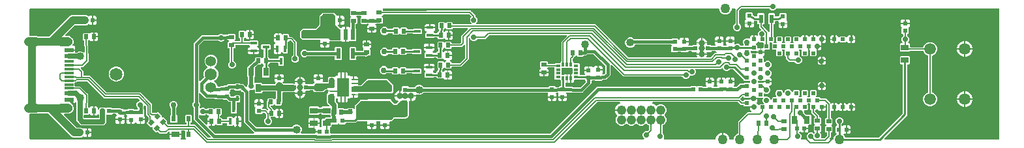
<source format=gbr>
G04 EAGLE Gerber RS-274X export*
G75*
%MOMM*%
%FSLAX34Y34*%
%LPD*%
%INTop Copper*%
%IPPOS*%
%AMOC8*
5,1,8,0,0,1.08239X$1,22.5*%
G01*
G04 Define Apertures*
%ADD10C,1.358000*%
%ADD11C,1.575000*%
%ADD12C,1.650000*%
%ADD13R,0.629100X0.560000*%
%ADD14R,0.560000X0.629100*%
%ADD15R,0.600000X0.600000*%
%ADD16R,0.400000X0.400000*%
%ADD17C,0.808000*%
%ADD18R,0.420000X0.640000*%
%ADD19C,1.218000*%
%ADD20R,0.600000X0.540000*%
%ADD21R,0.540000X0.600000*%
%ADD22R,2.811800X0.911800*%
%ADD23R,0.650000X1.100000*%
%ADD24R,0.900000X0.400000*%
%ADD25R,0.400000X0.900000*%
%ADD26R,0.535100X0.644000*%
%ADD27R,0.644000X0.535100*%
%ADD28R,0.798700X0.973900*%
%ADD29R,0.973900X0.798700*%
%ADD30C,1.498000*%
%ADD31C,1.270000*%
%ADD32R,0.500000X0.500000*%
%ADD33R,0.600000X1.100000*%
%ADD34R,0.600000X1.400000*%
%ADD35R,0.600000X0.240000*%
%ADD36R,1.650000X2.400000*%
%ADD37R,0.250000X0.500000*%
%ADD38R,1.150000X0.600000*%
%ADD39R,1.150000X0.300000*%
%ADD40C,1.143000*%
%ADD41R,0.610000X0.350000*%
%ADD42R,0.350000X0.610000*%
%ADD43R,1.000000X0.700000*%
%ADD44R,0.600000X0.700000*%
%ADD45C,0.706400*%
%ADD46C,0.200000*%
%ADD47C,0.254000*%
%ADD48C,0.756400*%
%ADD49C,0.152400*%
%ADD50C,0.381000*%
%ADD51C,0.508000*%
%ADD52C,1.016000*%
%ADD53C,0.177800*%
%ADD54C,1.016000*%
%ADD55C,0.406400*%
%ADD56C,0.127000*%
%ADD57C,0.635000*%
%ADD58C,0.812800*%
G36*
X244808Y12366D02*
X244412Y12286D01*
X242678Y12286D01*
X242297Y12360D01*
X241960Y12584D01*
X225258Y29286D01*
X219802Y29286D01*
X219436Y29354D01*
X219095Y29572D01*
X218866Y29906D01*
X218786Y30302D01*
X218786Y30960D01*
X218854Y31326D01*
X219072Y31667D01*
X219406Y31896D01*
X219802Y31976D01*
X220131Y31976D01*
X221024Y32869D01*
X221024Y41131D01*
X220131Y42024D01*
X212869Y42024D01*
X211976Y41131D01*
X211976Y32869D01*
X212869Y31976D01*
X213198Y31976D01*
X213564Y31908D01*
X213905Y31690D01*
X214134Y31356D01*
X214214Y30960D01*
X214214Y30302D01*
X214146Y29936D01*
X213928Y29595D01*
X213594Y29366D01*
X213198Y29286D01*
X190650Y29286D01*
X190268Y29360D01*
X189931Y29584D01*
X188675Y30840D01*
X188464Y31147D01*
X188377Y31542D01*
X188452Y31940D01*
X188675Y32277D01*
X189063Y32665D01*
X189063Y33928D01*
X184387Y38604D01*
X182902Y38604D01*
X182536Y38672D01*
X182195Y38890D01*
X181967Y39224D01*
X181886Y39620D01*
X181886Y41105D01*
X177210Y45781D01*
X175947Y45781D01*
X174749Y44584D01*
X174427Y44366D01*
X174031Y44286D01*
X170368Y44286D01*
X169986Y44360D01*
X169649Y44584D01*
X169632Y44601D01*
X169414Y44923D01*
X169334Y45320D01*
X169334Y56161D01*
X154209Y71286D01*
X110678Y71286D01*
X110297Y71360D01*
X109960Y71584D01*
X88734Y92810D01*
X81302Y92810D01*
X80936Y92878D01*
X80595Y93096D01*
X80366Y93430D01*
X80286Y93826D01*
X80286Y98947D01*
X76753Y102480D01*
X76549Y102772D01*
X76456Y103166D01*
X76524Y103564D01*
X76742Y103905D01*
X77075Y104134D01*
X77472Y104214D01*
X79447Y104214D01*
X86652Y111419D01*
X86652Y122014D01*
X86486Y122253D01*
X86392Y122646D01*
X85901Y137707D01*
X85969Y138106D01*
X86187Y138447D01*
X86520Y138676D01*
X86685Y138709D01*
X87063Y139087D01*
X87370Y139298D01*
X87765Y139385D01*
X88163Y139311D01*
X88500Y139087D01*
X89847Y137740D01*
X92813Y137740D01*
X92813Y149260D01*
X89847Y149260D01*
X88500Y147913D01*
X88193Y147702D01*
X87798Y147615D01*
X87400Y147689D01*
X87063Y147913D01*
X86732Y148244D01*
X80118Y148244D01*
X79226Y147351D01*
X79226Y139649D01*
X80118Y138756D01*
X80309Y138756D01*
X80644Y138699D01*
X80992Y138492D01*
X81231Y138167D01*
X81325Y137773D01*
X81772Y124053D01*
X81710Y123669D01*
X81497Y123325D01*
X81168Y123091D01*
X80773Y123004D01*
X80375Y123078D01*
X80038Y123301D01*
X79741Y123599D01*
X77314Y124604D01*
X74686Y124604D01*
X72259Y123599D01*
X71657Y122997D01*
X71335Y122779D01*
X70939Y122699D01*
X70572Y122699D01*
X70206Y122767D01*
X69865Y122985D01*
X69636Y123319D01*
X69556Y123715D01*
X69556Y125238D01*
X60504Y125238D01*
X60504Y126762D01*
X69556Y126762D01*
X69556Y130052D01*
X68068Y131540D01*
X67091Y131540D01*
X66732Y131605D01*
X66390Y131821D01*
X66159Y132152D01*
X66075Y132548D01*
X66152Y132945D01*
X66280Y133253D01*
X66358Y133405D01*
X66826Y134150D01*
X67024Y134559D01*
X67359Y135519D01*
X67460Y135962D01*
X67574Y136973D01*
X67574Y137427D01*
X67460Y138438D01*
X67359Y138881D01*
X67024Y139841D01*
X66826Y140250D01*
X66310Y141072D01*
X66231Y141224D01*
X66208Y141281D01*
X64172Y143317D01*
X61511Y144419D01*
X57679Y144419D01*
X57327Y144482D01*
X56983Y144694D01*
X56749Y145024D01*
X56663Y145419D01*
X56737Y145816D01*
X56960Y146153D01*
X68905Y158098D01*
X69227Y158316D01*
X69624Y158396D01*
X83468Y158396D01*
X85895Y159401D01*
X86183Y159689D01*
X86490Y159900D01*
X86885Y159987D01*
X87282Y159912D01*
X87619Y159689D01*
X87994Y159315D01*
X91084Y159315D01*
X91084Y170686D01*
X87994Y170686D01*
X87619Y170311D01*
X87312Y170100D01*
X86917Y170014D01*
X86520Y170088D01*
X86183Y170311D01*
X85895Y170599D01*
X83468Y171604D01*
X65154Y171604D01*
X62726Y170599D01*
X36209Y144082D01*
X35887Y143864D01*
X35491Y143784D01*
X21336Y143784D01*
X20947Y143861D01*
X19601Y144419D01*
X11176Y144419D01*
X10810Y144487D01*
X10469Y144705D01*
X10240Y145039D01*
X10160Y145435D01*
X10160Y178824D01*
X10228Y179190D01*
X10446Y179531D01*
X10780Y179760D01*
X11176Y179840D01*
X425761Y179840D01*
X426113Y179777D01*
X426457Y179565D01*
X426691Y179235D01*
X426777Y178840D01*
X426703Y178443D01*
X426480Y178106D01*
X426256Y177882D01*
X426256Y171268D01*
X427306Y170218D01*
X427517Y169911D01*
X427603Y169516D01*
X427529Y169119D01*
X427306Y168782D01*
X426256Y167732D01*
X426256Y161118D01*
X426273Y161101D01*
X426491Y160779D01*
X426571Y160382D01*
X426571Y156474D01*
X426508Y156123D01*
X426296Y155779D01*
X425966Y155545D01*
X425571Y155458D01*
X425174Y155532D01*
X424837Y155756D01*
X424552Y156040D01*
X421262Y156040D01*
X421262Y136960D01*
X424552Y136960D01*
X425271Y137678D01*
X425593Y137896D01*
X425989Y137976D01*
X433631Y137976D01*
X434524Y138869D01*
X434524Y154131D01*
X433727Y154929D01*
X433509Y155251D01*
X433429Y155647D01*
X433429Y159210D01*
X433497Y159576D01*
X433715Y159916D01*
X434049Y160145D01*
X434445Y160226D01*
X434851Y160226D01*
X435744Y161118D01*
X435744Y167732D01*
X434694Y168782D01*
X434484Y169089D01*
X434397Y169484D01*
X434471Y169881D01*
X434694Y170218D01*
X435324Y170848D01*
X435646Y171066D01*
X436043Y171146D01*
X439457Y171146D01*
X439839Y171072D01*
X440176Y170848D01*
X440806Y170218D01*
X441017Y169911D01*
X441103Y169516D01*
X441029Y169119D01*
X440806Y168782D01*
X439756Y167732D01*
X439756Y161118D01*
X440649Y160226D01*
X443692Y160226D01*
X443845Y160181D01*
X443928Y160200D01*
X444154Y160226D01*
X448351Y160226D01*
X448474Y160348D01*
X448796Y160566D01*
X449193Y160646D01*
X449281Y160646D01*
X449632Y160583D01*
X449976Y160371D01*
X450210Y160041D01*
X450296Y159646D01*
X450222Y159249D01*
X449999Y158912D01*
X448740Y157653D01*
X448740Y154687D01*
X460260Y154687D01*
X460260Y157653D01*
X459322Y158591D01*
X459118Y158884D01*
X459024Y159277D01*
X459092Y159676D01*
X459310Y160016D01*
X459644Y160245D01*
X460040Y160326D01*
X468051Y160326D01*
X468944Y161218D01*
X468944Y167832D01*
X467894Y168882D01*
X467684Y169189D01*
X467597Y169584D01*
X467671Y169981D01*
X467894Y170318D01*
X468944Y171368D01*
X468944Y171394D01*
X469011Y171757D01*
X469228Y172098D01*
X469560Y172328D01*
X469956Y172410D01*
X580534Y172809D01*
X580919Y172735D01*
X581256Y172511D01*
X583590Y170177D01*
X583801Y169870D01*
X583887Y169475D01*
X583813Y169077D01*
X583590Y168740D01*
X582714Y167864D01*
X581944Y166006D01*
X581944Y163994D01*
X582714Y162136D01*
X583647Y161202D01*
X583851Y160910D01*
X583944Y160516D01*
X583877Y160118D01*
X583659Y159777D01*
X583325Y159548D01*
X582929Y159468D01*
X560191Y159468D01*
X559824Y159536D01*
X559484Y159754D01*
X559255Y160088D01*
X559175Y160484D01*
X559175Y161851D01*
X558282Y162744D01*
X551668Y162744D01*
X550618Y161694D01*
X550311Y161484D01*
X549916Y161397D01*
X549519Y161471D01*
X549182Y161694D01*
X548132Y162744D01*
X541518Y162744D01*
X540626Y161851D01*
X540626Y154149D01*
X541544Y153230D01*
X541774Y152876D01*
X541841Y152477D01*
X541795Y151125D01*
X541727Y150794D01*
X541509Y150453D01*
X541176Y150224D01*
X540779Y150144D01*
X540618Y150144D01*
X539712Y149238D01*
X539657Y148944D01*
X539439Y148603D01*
X539106Y148374D01*
X538710Y148294D01*
X536282Y148294D01*
X535901Y148368D01*
X535564Y148592D01*
X534930Y149226D01*
X534726Y149518D01*
X534633Y149912D01*
X534700Y150310D01*
X534918Y150651D01*
X535252Y150880D01*
X535528Y150936D01*
X537040Y152448D01*
X537040Y154738D01*
X522960Y154738D01*
X522960Y152448D01*
X524469Y150939D01*
X524703Y150897D01*
X525047Y150685D01*
X525281Y150355D01*
X525368Y149960D01*
X525294Y149563D01*
X525070Y149226D01*
X523976Y148131D01*
X523976Y142869D01*
X524869Y141976D01*
X535131Y141976D01*
X535564Y142408D01*
X535886Y142626D01*
X536282Y142706D01*
X538710Y142706D01*
X539076Y142638D01*
X539416Y142420D01*
X539645Y142086D01*
X539726Y141690D01*
X539726Y141549D01*
X540618Y140656D01*
X547232Y140656D01*
X547563Y140987D01*
X547870Y141198D01*
X548265Y141285D01*
X548663Y141211D01*
X549000Y140987D01*
X550347Y139640D01*
X553313Y139640D01*
X553313Y151160D01*
X550347Y151160D01*
X549104Y149917D01*
X548780Y149699D01*
X548384Y149619D01*
X547987Y149701D01*
X547654Y149930D01*
X547437Y150271D01*
X547370Y150670D01*
X547425Y152275D01*
X547493Y152606D01*
X547711Y152947D01*
X548044Y153176D01*
X548053Y153177D01*
X549182Y154306D01*
X549489Y154517D01*
X549884Y154603D01*
X550281Y154529D01*
X550618Y154306D01*
X551668Y153256D01*
X558282Y153256D01*
X559236Y154210D01*
X559243Y154246D01*
X559461Y154587D01*
X559794Y154816D01*
X560191Y154896D01*
X578210Y154896D01*
X578561Y154833D01*
X578905Y154621D01*
X579139Y154291D01*
X579226Y153896D01*
X579152Y153499D01*
X578929Y153162D01*
X570714Y144947D01*
X570714Y136368D01*
X570640Y135986D01*
X570416Y135649D01*
X569851Y135084D01*
X569529Y134866D01*
X569132Y134786D01*
X559191Y134786D01*
X558824Y134854D01*
X558484Y135072D01*
X558255Y135406D01*
X558175Y135802D01*
X558175Y136351D01*
X557282Y137244D01*
X550668Y137244D01*
X549618Y136194D01*
X549311Y135984D01*
X548916Y135897D01*
X548519Y135971D01*
X548182Y136194D01*
X547132Y137244D01*
X540518Y137244D01*
X539626Y136351D01*
X539626Y128649D01*
X540551Y127723D01*
X540781Y127370D01*
X540848Y126972D01*
X540788Y125127D01*
X540720Y124794D01*
X540502Y124453D01*
X540168Y124224D01*
X539772Y124144D01*
X539618Y124144D01*
X538712Y123238D01*
X538657Y122944D01*
X538439Y122603D01*
X538106Y122374D01*
X537710Y122294D01*
X535282Y122294D01*
X534901Y122368D01*
X534564Y122592D01*
X533930Y123226D01*
X533726Y123518D01*
X533633Y123912D01*
X533700Y124310D01*
X533918Y124651D01*
X534252Y124880D01*
X534528Y124936D01*
X536040Y126448D01*
X536040Y128738D01*
X521960Y128738D01*
X521960Y126448D01*
X523469Y124939D01*
X523703Y124897D01*
X524047Y124685D01*
X524281Y124355D01*
X524368Y123960D01*
X524294Y123563D01*
X524070Y123226D01*
X522976Y122131D01*
X522976Y116869D01*
X523869Y115976D01*
X534131Y115976D01*
X534564Y116408D01*
X534886Y116626D01*
X535282Y116706D01*
X537710Y116706D01*
X538076Y116638D01*
X538416Y116420D01*
X538645Y116086D01*
X538726Y115690D01*
X538726Y115549D01*
X539618Y114656D01*
X546232Y114656D01*
X546563Y114987D01*
X546870Y115198D01*
X547265Y115285D01*
X547663Y115211D01*
X548000Y114987D01*
X549347Y113640D01*
X550211Y113640D01*
X550563Y113577D01*
X550907Y113365D01*
X551141Y113035D01*
X551227Y112640D01*
X551153Y112243D01*
X550930Y111906D01*
X549618Y110594D01*
X549311Y110384D01*
X548916Y110297D01*
X548519Y110371D01*
X548182Y110594D01*
X547132Y111644D01*
X540518Y111644D01*
X539626Y110751D01*
X539626Y103049D01*
X540210Y102464D01*
X540446Y102096D01*
X540507Y101696D01*
X540405Y99611D01*
X540338Y99294D01*
X540120Y98953D01*
X539787Y98724D01*
X539676Y98702D01*
X538726Y97751D01*
X538726Y97710D01*
X538657Y97344D01*
X538439Y97003D01*
X538106Y96774D01*
X537710Y96694D01*
X535382Y96694D01*
X535001Y96768D01*
X534664Y96992D01*
X533930Y97726D01*
X533726Y98018D01*
X533633Y98412D01*
X533700Y98810D01*
X533918Y99151D01*
X534252Y99380D01*
X534528Y99436D01*
X536040Y100948D01*
X536040Y103238D01*
X521960Y103238D01*
X521960Y100948D01*
X523469Y99439D01*
X523703Y99397D01*
X524047Y99185D01*
X524281Y98855D01*
X524368Y98460D01*
X524294Y98063D01*
X524070Y97726D01*
X522976Y96631D01*
X522976Y91369D01*
X523869Y90476D01*
X534131Y90476D01*
X534464Y90808D01*
X534786Y91026D01*
X535182Y91106D01*
X537710Y91106D01*
X538076Y91038D01*
X538416Y90820D01*
X538645Y90486D01*
X538726Y90090D01*
X538726Y90049D01*
X539618Y89156D01*
X546232Y89156D01*
X546563Y89487D01*
X546870Y89698D01*
X547265Y89785D01*
X547663Y89711D01*
X548000Y89487D01*
X549347Y88140D01*
X552313Y88140D01*
X552313Y99660D01*
X549347Y99660D01*
X548000Y98313D01*
X547693Y98102D01*
X547298Y98015D01*
X546900Y98089D01*
X546563Y98313D01*
X546284Y98592D01*
X546049Y98960D01*
X545988Y99359D01*
X546077Y101189D01*
X546144Y101506D01*
X546362Y101847D01*
X546695Y102076D01*
X547092Y102156D01*
X547132Y102156D01*
X548182Y103206D01*
X548489Y103417D01*
X548884Y103503D01*
X549281Y103429D01*
X549618Y103206D01*
X550668Y102156D01*
X557282Y102156D01*
X558175Y103049D01*
X558175Y103598D01*
X558243Y103964D01*
X558461Y104305D01*
X558794Y104534D01*
X559191Y104614D01*
X570847Y104614D01*
X580286Y114053D01*
X580286Y140889D01*
X580346Y141233D01*
X580556Y141579D01*
X580883Y141815D01*
X581278Y141905D01*
X581676Y141834D01*
X582015Y141613D01*
X582241Y141278D01*
X582714Y140136D01*
X584136Y138714D01*
X585994Y137944D01*
X588006Y137944D01*
X589864Y138714D01*
X591321Y140171D01*
X591475Y140405D01*
X591808Y140634D01*
X592205Y140714D01*
X601947Y140714D01*
X606687Y145454D01*
X607009Y145672D01*
X607406Y145752D01*
X706756Y145752D01*
X707107Y145689D01*
X707451Y145477D01*
X707685Y145147D01*
X707772Y144752D01*
X707697Y144355D01*
X707474Y144018D01*
X700714Y137257D01*
X700714Y112690D01*
X700640Y112309D01*
X700416Y111972D01*
X699726Y111281D01*
X699726Y110290D01*
X699658Y109924D01*
X699440Y109583D01*
X699106Y109354D01*
X698710Y109274D01*
X692719Y109274D01*
X692028Y108584D01*
X691706Y108366D01*
X691310Y108286D01*
X683760Y108286D01*
X683394Y108354D01*
X683053Y108572D01*
X682824Y108906D01*
X682744Y109302D01*
X682744Y110382D01*
X681851Y111275D01*
X674149Y111275D01*
X673256Y110382D01*
X673256Y103768D01*
X673587Y103437D01*
X673798Y103130D01*
X673885Y102735D01*
X673811Y102337D01*
X673587Y102000D01*
X672240Y100653D01*
X672240Y97687D01*
X683760Y97687D01*
X683760Y100653D01*
X682433Y101980D01*
X682229Y102272D01*
X682136Y102666D01*
X682204Y103064D01*
X682422Y103405D01*
X682755Y103634D01*
X683151Y103714D01*
X690810Y103714D01*
X691176Y103646D01*
X691517Y103428D01*
X691746Y103094D01*
X691826Y102698D01*
X691826Y88619D01*
X692719Y87726D01*
X698710Y87726D01*
X699076Y87658D01*
X699417Y87440D01*
X699646Y87106D01*
X699726Y86710D01*
X699726Y85719D01*
X699908Y85536D01*
X700126Y85214D01*
X700206Y84818D01*
X700206Y80186D01*
X700138Y79820D01*
X699920Y79479D01*
X699586Y79250D01*
X699190Y79170D01*
X698223Y79170D01*
X697442Y78388D01*
X697152Y78186D01*
X696759Y78091D01*
X693914Y77991D01*
X693496Y78064D01*
X693159Y78288D01*
X692277Y79170D01*
X684723Y79170D01*
X683880Y78327D01*
X683558Y78109D01*
X683161Y78029D01*
X522331Y78029D01*
X521950Y78103D01*
X521613Y78327D01*
X519741Y80199D01*
X517314Y81204D01*
X514686Y81204D01*
X512259Y80199D01*
X510387Y78327D01*
X510065Y78109D01*
X509669Y78029D01*
X503247Y78029D01*
X502866Y78103D01*
X502529Y78327D01*
X501731Y79124D01*
X494469Y79124D01*
X493576Y78231D01*
X493576Y74010D01*
X493511Y73651D01*
X493295Y73309D01*
X492964Y73078D01*
X492568Y72994D01*
X492171Y73071D01*
X491909Y73180D01*
X491362Y73180D01*
X491362Y65838D01*
X484020Y65838D01*
X484020Y65291D01*
X485022Y62873D01*
X486873Y61022D01*
X488292Y60434D01*
X488598Y60236D01*
X488832Y59906D01*
X488919Y59511D01*
X488845Y59114D01*
X488622Y58777D01*
X486666Y56822D01*
X486344Y56604D01*
X485948Y56524D01*
X484052Y56524D01*
X483671Y56598D01*
X483334Y56822D01*
X480381Y59775D01*
X480163Y60097D01*
X480083Y60493D01*
X480083Y61190D01*
X479190Y62083D01*
X449810Y62083D01*
X449548Y61822D01*
X449226Y61604D01*
X448830Y61524D01*
X440045Y61524D01*
X439732Y61496D01*
X439472Y61425D01*
X439246Y61318D01*
X438877Y61032D01*
X432954Y55110D01*
X432752Y54868D01*
X432619Y54634D01*
X432535Y54398D01*
X432476Y53936D01*
X432476Y50953D01*
X432413Y50602D01*
X432201Y50257D01*
X431871Y50024D01*
X431476Y49937D01*
X431079Y50011D01*
X430742Y50234D01*
X430232Y50744D01*
X423618Y50744D01*
X422736Y49862D01*
X422414Y49644D01*
X422017Y49564D01*
X419483Y49564D01*
X419101Y49638D01*
X418764Y49862D01*
X418382Y50244D01*
X411540Y50244D01*
X411174Y50312D01*
X410833Y50530D01*
X410604Y50864D01*
X410524Y51260D01*
X410524Y55955D01*
X410496Y56268D01*
X410425Y56528D01*
X410318Y56754D01*
X410032Y57123D01*
X407822Y59334D01*
X407604Y59656D01*
X407524Y60052D01*
X407524Y62444D01*
X407592Y62810D01*
X407810Y63151D01*
X408144Y63380D01*
X408540Y63460D01*
X409694Y63460D01*
X410060Y63392D01*
X410401Y63174D01*
X410630Y62840D01*
X410710Y62444D01*
X410710Y59948D01*
X412198Y58460D01*
X413738Y58460D01*
X413738Y64262D01*
X415262Y64262D01*
X415262Y58460D01*
X418738Y58460D01*
X418738Y64262D01*
X420262Y64262D01*
X420262Y58460D01*
X421802Y58460D01*
X423290Y59948D01*
X423290Y62444D01*
X423358Y62810D01*
X423576Y63151D01*
X423910Y63380D01*
X424306Y63460D01*
X426302Y63460D01*
X426805Y63962D01*
X427127Y64180D01*
X427523Y64260D01*
X430238Y64260D01*
X430238Y68762D01*
X436540Y68762D01*
X436540Y69460D01*
X436608Y69826D01*
X436826Y70167D01*
X437160Y70396D01*
X437556Y70476D01*
X480955Y70476D01*
X481268Y70504D01*
X481528Y70575D01*
X481772Y70691D01*
X481991Y70848D01*
X482179Y71040D01*
X482330Y71264D01*
X482439Y71510D01*
X482504Y71779D01*
X482524Y72038D01*
X482524Y79955D01*
X482496Y80268D01*
X482425Y80528D01*
X482318Y80754D01*
X482032Y81123D01*
X480381Y82775D01*
X480163Y83097D01*
X480160Y83113D01*
X479117Y84156D01*
X479112Y84157D01*
X478775Y84381D01*
X475110Y88046D01*
X474868Y88248D01*
X474634Y88381D01*
X474398Y88465D01*
X473936Y88524D01*
X449045Y88524D01*
X448732Y88496D01*
X448472Y88425D01*
X448246Y88318D01*
X447877Y88032D01*
X440666Y80822D01*
X440344Y80604D01*
X439948Y80524D01*
X437556Y80524D01*
X437190Y80592D01*
X436849Y80810D01*
X436620Y81144D01*
X436540Y81540D01*
X436540Y82238D01*
X430238Y82238D01*
X430238Y83762D01*
X436540Y83762D01*
X436540Y87238D01*
X430238Y87238D01*
X430238Y91740D01*
X427523Y91740D01*
X427142Y91814D01*
X426805Y92038D01*
X426302Y92540D01*
X424306Y92540D01*
X423940Y92608D01*
X423599Y92826D01*
X423370Y93160D01*
X423290Y93556D01*
X423290Y96052D01*
X421802Y97540D01*
X420262Y97540D01*
X420262Y91738D01*
X418738Y91738D01*
X418738Y97540D01*
X415262Y97540D01*
X415262Y91738D01*
X413738Y91738D01*
X413738Y97540D01*
X412198Y97540D01*
X410710Y96052D01*
X410710Y93556D01*
X410642Y93190D01*
X410424Y92849D01*
X410090Y92620D01*
X409694Y92540D01*
X407698Y92540D01*
X406756Y91598D01*
X406488Y91406D01*
X406097Y91302D01*
X405697Y91359D01*
X405398Y91465D01*
X404936Y91524D01*
X400045Y91524D01*
X399732Y91496D01*
X399472Y91425D01*
X399246Y91318D01*
X398877Y91032D01*
X397954Y90110D01*
X397752Y89868D01*
X397619Y89634D01*
X397535Y89398D01*
X397476Y88936D01*
X397476Y85540D01*
X397408Y85174D01*
X397190Y84833D01*
X396856Y84604D01*
X396460Y84524D01*
X391602Y84524D01*
X391235Y84592D01*
X390895Y84810D01*
X390666Y85144D01*
X390586Y85540D01*
X390586Y88784D01*
X379215Y88784D01*
X379215Y85694D01*
X379658Y85250D01*
X379869Y84943D01*
X379956Y84548D01*
X379881Y84151D01*
X379658Y83813D01*
X378954Y83110D01*
X378752Y82868D01*
X378619Y82634D01*
X378515Y82343D01*
X378480Y82206D01*
X378262Y81865D01*
X377929Y81636D01*
X377533Y81556D01*
X374020Y81556D01*
X373639Y81630D01*
X373302Y81854D01*
X373031Y82124D01*
X368810Y82124D01*
X368451Y82189D01*
X368109Y82405D01*
X367878Y82736D01*
X367794Y83132D01*
X367871Y83529D01*
X367980Y83791D01*
X367980Y84338D01*
X354820Y84338D01*
X354820Y83791D01*
X354884Y83637D01*
X354961Y83288D01*
X354896Y82889D01*
X354681Y82547D01*
X354349Y82316D01*
X353953Y82232D01*
X353557Y82309D01*
X352884Y82588D01*
X339989Y82588D01*
X339608Y82662D01*
X339271Y82886D01*
X339267Y82890D01*
X339050Y83212D01*
X339026Y83329D01*
X338992Y83363D01*
X338781Y83670D01*
X338694Y84065D01*
X338768Y84463D01*
X338992Y84800D01*
X339986Y85794D01*
X339986Y88884D01*
X328615Y88884D01*
X328615Y85794D01*
X329608Y84800D01*
X329819Y84493D01*
X329906Y84098D01*
X329832Y83700D01*
X329608Y83363D01*
X329606Y83361D01*
X329553Y83096D01*
X329321Y82536D01*
X329112Y82218D01*
X328779Y81989D01*
X328383Y81909D01*
X313290Y81909D01*
X312924Y81977D01*
X312583Y82195D01*
X312354Y82529D01*
X312274Y82925D01*
X312274Y82931D01*
X311381Y83824D01*
X303584Y83824D01*
X303406Y83700D01*
X303012Y83607D01*
X302614Y83674D01*
X302273Y83892D01*
X302044Y84226D01*
X301964Y84622D01*
X301964Y90538D01*
X302038Y90919D01*
X302262Y91256D01*
X302674Y91669D01*
X302674Y103176D01*
X302758Y103580D01*
X302989Y103912D01*
X306522Y107276D01*
X306826Y107476D01*
X307222Y107556D01*
X310132Y107556D01*
X311182Y108606D01*
X311489Y108817D01*
X311884Y108903D01*
X312281Y108829D01*
X312618Y108606D01*
X313804Y107420D01*
X314020Y107291D01*
X314259Y106964D01*
X314351Y106570D01*
X314372Y105870D01*
X314304Y105474D01*
X314086Y105133D01*
X313753Y104904D01*
X313357Y104824D01*
X313219Y104824D01*
X312326Y103931D01*
X312326Y91669D01*
X313219Y90776D01*
X320981Y90776D01*
X321874Y91669D01*
X321874Y103931D01*
X320981Y104824D01*
X320980Y104824D01*
X320642Y104882D01*
X320295Y105089D01*
X320057Y105416D01*
X319965Y105810D01*
X319936Y106759D01*
X320010Y107170D01*
X320233Y107507D01*
X321175Y108449D01*
X321175Y108490D01*
X321243Y108856D01*
X321461Y109197D01*
X321794Y109426D01*
X322191Y109506D01*
X332560Y109506D01*
X332926Y109438D01*
X333267Y109220D01*
X333496Y108886D01*
X333576Y108490D01*
X333576Y106869D01*
X334469Y105976D01*
X339731Y105976D01*
X340624Y106869D01*
X340624Y117131D01*
X339731Y118024D01*
X334469Y118024D01*
X333576Y117131D01*
X333576Y116110D01*
X333508Y115744D01*
X333290Y115403D01*
X332956Y115174D01*
X332560Y115094D01*
X322191Y115094D01*
X321824Y115162D01*
X321484Y115380D01*
X321255Y115714D01*
X321175Y116110D01*
X321175Y116151D01*
X320092Y117234D01*
X319874Y117556D01*
X319794Y117953D01*
X319794Y125560D01*
X319862Y125926D01*
X320080Y126267D01*
X320414Y126496D01*
X320810Y126576D01*
X322131Y126576D01*
X323024Y127469D01*
X323024Y132731D01*
X322131Y133624D01*
X311869Y133624D01*
X310976Y132731D01*
X310976Y127469D01*
X311869Y126576D01*
X313190Y126576D01*
X313556Y126508D01*
X313897Y126290D01*
X314126Y125956D01*
X314206Y125560D01*
X314206Y118003D01*
X314132Y117621D01*
X313908Y117284D01*
X312618Y115994D01*
X312311Y115784D01*
X311916Y115697D01*
X311519Y115771D01*
X311182Y115994D01*
X310132Y117044D01*
X303518Y117044D01*
X302626Y116151D01*
X302626Y113471D01*
X302542Y113067D01*
X302310Y112735D01*
X296823Y107509D01*
X296640Y107389D01*
X295513Y106263D01*
X295495Y106245D01*
X294229Y105039D01*
X294219Y105025D01*
X293126Y103931D01*
X293126Y91669D01*
X293538Y91256D01*
X293756Y90934D01*
X293836Y90538D01*
X293836Y82361D01*
X293759Y81972D01*
X292944Y80006D01*
X292944Y79256D01*
X292881Y78905D01*
X292669Y78561D01*
X292339Y78327D01*
X291944Y78240D01*
X291547Y78315D01*
X291210Y78538D01*
X287483Y82264D01*
X283912Y82264D01*
X283531Y82338D01*
X283194Y82562D01*
X282831Y82924D01*
X277369Y82924D01*
X276371Y81927D01*
X276049Y81709D01*
X275653Y81629D01*
X269430Y81629D01*
X269325Y81634D01*
X268105Y81761D01*
X268019Y81709D01*
X267820Y81669D01*
X266938Y80788D01*
X266860Y80717D01*
X266466Y80397D01*
X266222Y80250D01*
X265826Y80170D01*
X262523Y80170D01*
X261784Y79430D01*
X261487Y79224D01*
X261093Y79133D01*
X255055Y78967D01*
X254654Y79038D01*
X254315Y79258D01*
X254089Y79594D01*
X252798Y82710D01*
X250348Y85160D01*
X250338Y85166D01*
X250329Y85179D01*
X250317Y85191D01*
X250319Y85193D01*
X250102Y85494D01*
X250012Y85889D01*
X250083Y86287D01*
X250303Y86626D01*
X250638Y86851D01*
X251074Y87032D01*
X253718Y89676D01*
X255149Y93130D01*
X255149Y96870D01*
X253718Y100324D01*
X251074Y102968D01*
X250638Y103149D01*
X250339Y103340D01*
X250102Y103668D01*
X250012Y104062D01*
X250082Y104460D01*
X250302Y104799D01*
X250317Y104809D01*
X250317Y104809D01*
X252798Y107290D01*
X254064Y110346D01*
X254064Y113654D01*
X252798Y116710D01*
X250460Y119048D01*
X247404Y120314D01*
X244096Y120314D01*
X241040Y119048D01*
X238702Y116710D01*
X237436Y113654D01*
X237436Y110346D01*
X238702Y107290D01*
X241152Y104840D01*
X241162Y104834D01*
X241171Y104821D01*
X241183Y104809D01*
X241181Y104807D01*
X241399Y104506D01*
X241488Y104111D01*
X241417Y103713D01*
X241197Y103375D01*
X240862Y103149D01*
X240426Y102968D01*
X237782Y100324D01*
X236351Y96870D01*
X236351Y93130D01*
X236876Y91863D01*
X236953Y91490D01*
X236879Y91092D01*
X236656Y90755D01*
X232163Y86263D01*
X231871Y86059D01*
X231477Y85966D01*
X231079Y86034D01*
X230738Y86251D01*
X230509Y86585D01*
X230429Y86981D01*
X230429Y132159D01*
X230503Y132540D01*
X230727Y132877D01*
X236473Y138623D01*
X236795Y138841D01*
X237191Y138921D01*
X254858Y138921D01*
X255239Y138847D01*
X255576Y138623D01*
X256136Y138064D01*
X257994Y137294D01*
X260006Y137294D01*
X261864Y138064D01*
X262688Y138888D01*
X262964Y139084D01*
X263356Y139185D01*
X267652Y139399D01*
X268084Y139326D01*
X268421Y139103D01*
X268806Y138718D01*
X269017Y138411D01*
X269103Y138016D01*
X269029Y137619D01*
X268806Y137282D01*
X267756Y136232D01*
X267756Y129618D01*
X268649Y128726D01*
X269198Y128726D01*
X269564Y128657D01*
X269905Y128439D01*
X270134Y128106D01*
X270214Y127710D01*
X270214Y111785D01*
X270140Y111404D01*
X269916Y111067D01*
X268714Y109864D01*
X267944Y108006D01*
X267944Y105994D01*
X268714Y104136D01*
X270136Y102714D01*
X271994Y101944D01*
X274006Y101944D01*
X275864Y102714D01*
X277286Y104136D01*
X278056Y105994D01*
X278056Y108006D01*
X277286Y109864D01*
X275864Y111286D01*
X275413Y111473D01*
X275095Y111682D01*
X274866Y112015D01*
X274786Y112412D01*
X274786Y127710D01*
X274854Y128076D01*
X275072Y128416D01*
X275406Y128645D01*
X275802Y128726D01*
X276351Y128726D01*
X277244Y129618D01*
X277244Y131671D01*
X277312Y132037D01*
X277530Y132378D01*
X277864Y132607D01*
X278260Y132687D01*
X294337Y132687D01*
X294718Y132613D01*
X295055Y132389D01*
X296070Y131374D01*
X296274Y131082D01*
X296367Y130688D01*
X296300Y130290D01*
X296082Y129949D01*
X295748Y129720D01*
X295472Y129664D01*
X293960Y128152D01*
X293960Y125862D01*
X308040Y125862D01*
X308040Y128152D01*
X306531Y129661D01*
X306297Y129703D01*
X305953Y129915D01*
X305719Y130245D01*
X305632Y130640D01*
X305706Y131037D01*
X305930Y131374D01*
X307024Y132469D01*
X307024Y137731D01*
X306131Y138624D01*
X295869Y138624D01*
X295055Y137811D01*
X294733Y137593D01*
X294337Y137513D01*
X289429Y137513D01*
X289063Y137581D01*
X288722Y137799D01*
X288493Y138133D01*
X288413Y138529D01*
X288413Y140740D01*
X288481Y141106D01*
X288699Y141447D01*
X289033Y141676D01*
X289182Y141706D01*
X289563Y142087D01*
X289870Y142298D01*
X290265Y142385D01*
X290663Y142311D01*
X291000Y142087D01*
X292347Y140740D01*
X295313Y140740D01*
X295313Y152260D01*
X292347Y152260D01*
X291000Y150913D01*
X290693Y150702D01*
X290298Y150615D01*
X289900Y150689D01*
X289563Y150913D01*
X289232Y151244D01*
X282618Y151244D01*
X281726Y150351D01*
X281726Y142649D01*
X282629Y141745D01*
X282937Y141688D01*
X283278Y141470D01*
X283507Y141136D01*
X283587Y140740D01*
X283587Y138529D01*
X283519Y138163D01*
X283301Y137822D01*
X282967Y137593D01*
X282571Y137513D01*
X277442Y137513D01*
X277091Y137576D01*
X276746Y137788D01*
X276513Y138118D01*
X276426Y138513D01*
X276500Y138910D01*
X276723Y139247D01*
X277244Y139768D01*
X277244Y146382D01*
X276351Y147275D01*
X268649Y147275D01*
X267916Y146542D01*
X267640Y146346D01*
X267249Y146246D01*
X262943Y146030D01*
X262511Y146103D01*
X262174Y146327D01*
X261864Y146636D01*
X260006Y147406D01*
X257994Y147406D01*
X256136Y146636D01*
X255576Y146077D01*
X255254Y145859D01*
X254858Y145779D01*
X233930Y145779D01*
X223571Y135420D01*
X223571Y59142D01*
X223497Y58761D01*
X223273Y58424D01*
X222714Y57864D01*
X221944Y56006D01*
X221944Y53994D01*
X222714Y52136D01*
X223273Y51576D01*
X223491Y51254D01*
X223571Y50858D01*
X223571Y35580D01*
X245130Y14020D01*
X245334Y13728D01*
X245427Y13334D01*
X245360Y12936D01*
X245142Y12595D01*
X244808Y12366D01*
G37*
%LPC*%
G36*
X387815Y135416D02*
X399186Y135416D01*
X399186Y136599D01*
X399234Y136908D01*
X399431Y137261D01*
X399751Y137509D01*
X400141Y137613D01*
X400542Y137556D01*
X400602Y137535D01*
X401064Y137476D01*
X413955Y137476D01*
X414268Y137504D01*
X414528Y137575D01*
X414765Y137687D01*
X415185Y137786D01*
X415583Y137712D01*
X415920Y137488D01*
X416448Y136960D01*
X419738Y136960D01*
X419738Y156040D01*
X416448Y156040D01*
X415729Y155322D01*
X415407Y155104D01*
X415011Y155024D01*
X413552Y155024D01*
X413171Y155098D01*
X412834Y155322D01*
X410575Y157580D01*
X410371Y157873D01*
X410278Y158266D01*
X410346Y158665D01*
X410564Y159005D01*
X410897Y159234D01*
X411294Y159315D01*
X412584Y159315D01*
X412584Y170686D01*
X409431Y170686D01*
X408941Y170811D01*
X408633Y171073D01*
X408451Y171434D01*
X408425Y171528D01*
X408318Y171754D01*
X408032Y172123D01*
X406110Y174046D01*
X405868Y174248D01*
X405634Y174381D01*
X405398Y174465D01*
X404936Y174524D01*
X391045Y174524D01*
X390732Y174496D01*
X390472Y174425D01*
X390246Y174318D01*
X389877Y174032D01*
X386954Y171110D01*
X386752Y170868D01*
X386619Y170634D01*
X386535Y170398D01*
X386476Y169936D01*
X386476Y160709D01*
X386399Y160320D01*
X386396Y160314D01*
X386396Y158972D01*
X386322Y158591D01*
X386098Y158254D01*
X381746Y153902D01*
X381424Y153684D01*
X381028Y153604D01*
X379686Y153604D01*
X379680Y153601D01*
X379291Y153524D01*
X365045Y153524D01*
X364732Y153496D01*
X364472Y153425D01*
X364246Y153318D01*
X363877Y153032D01*
X361954Y151110D01*
X361752Y150868D01*
X361619Y150634D01*
X361535Y150398D01*
X361476Y149936D01*
X361476Y143045D01*
X361504Y142732D01*
X361575Y142472D01*
X361682Y142246D01*
X361968Y141877D01*
X363890Y139954D01*
X364132Y139752D01*
X364366Y139619D01*
X364602Y139535D01*
X365064Y139476D01*
X386799Y139476D01*
X387165Y139408D01*
X387505Y139190D01*
X387734Y138856D01*
X387815Y138460D01*
X387815Y135416D01*
G37*
G36*
X414108Y165762D02*
X418686Y165762D01*
X418686Y169198D01*
X417198Y170686D01*
X414108Y170686D01*
X414108Y165762D01*
G37*
G36*
X92608Y165762D02*
X97186Y165762D01*
X97186Y169198D01*
X95698Y170686D01*
X92608Y170686D01*
X92608Y165762D01*
G37*
G36*
X414108Y159315D02*
X417198Y159315D01*
X418686Y160802D01*
X418686Y164238D01*
X414108Y164238D01*
X414108Y159315D01*
G37*
G36*
X92608Y159315D02*
X95698Y159315D01*
X97186Y160802D01*
X97186Y164238D01*
X92608Y164238D01*
X92608Y159315D01*
G37*
G36*
X530762Y156262D02*
X537040Y156262D01*
X537040Y158552D01*
X535552Y160040D01*
X530762Y160040D01*
X530762Y156262D01*
G37*
G36*
X522960Y156262D02*
X529238Y156262D01*
X529238Y160040D01*
X524448Y160040D01*
X522960Y158552D01*
X522960Y156262D01*
G37*
G36*
X469945Y145694D02*
X472055Y145694D01*
X474006Y146502D01*
X475412Y147908D01*
X475734Y148126D01*
X476131Y148206D01*
X480710Y148206D01*
X481076Y148138D01*
X481416Y147920D01*
X481645Y147586D01*
X481726Y147190D01*
X481726Y146849D01*
X482618Y145956D01*
X489232Y145956D01*
X490282Y147006D01*
X490589Y147217D01*
X490984Y147303D01*
X491381Y147229D01*
X491718Y147006D01*
X492768Y145956D01*
X499382Y145956D01*
X500275Y146849D01*
X500275Y146890D01*
X500343Y147256D01*
X500561Y147597D01*
X500894Y147826D01*
X501291Y147906D01*
X507518Y147906D01*
X507899Y147832D01*
X508236Y147608D01*
X508869Y146976D01*
X519131Y146976D01*
X520024Y147869D01*
X520024Y153131D01*
X519131Y154024D01*
X508869Y154024D01*
X508636Y153792D01*
X508314Y153574D01*
X507918Y153494D01*
X501291Y153494D01*
X500924Y153562D01*
X500584Y153780D01*
X500355Y154114D01*
X500275Y154510D01*
X500275Y154551D01*
X499382Y155444D01*
X492768Y155444D01*
X491718Y154394D01*
X491411Y154184D01*
X491016Y154097D01*
X490619Y154171D01*
X490282Y154394D01*
X489232Y155444D01*
X482618Y155444D01*
X481666Y154492D01*
X481657Y154444D01*
X481439Y154103D01*
X481106Y153874D01*
X480710Y153794D01*
X476131Y153794D01*
X475749Y153868D01*
X475412Y154092D01*
X474006Y155498D01*
X472055Y156306D01*
X469945Y156306D01*
X467994Y155498D01*
X466502Y154006D01*
X465694Y152055D01*
X465694Y149945D01*
X466502Y147994D01*
X467994Y146502D01*
X469945Y145694D01*
G37*
G36*
X455262Y148710D02*
X458772Y148710D01*
X460260Y150197D01*
X460260Y153163D01*
X455262Y153163D01*
X455262Y148710D01*
G37*
G36*
X450228Y148710D02*
X453738Y148710D01*
X453738Y153163D01*
X448740Y153163D01*
X448740Y150197D01*
X450228Y148710D01*
G37*
G36*
X296837Y147262D02*
X301291Y147262D01*
X301291Y150772D01*
X299803Y152260D01*
X296837Y152260D01*
X296837Y147262D01*
G37*
G36*
X554837Y146162D02*
X559291Y146162D01*
X559291Y149672D01*
X557803Y151160D01*
X554837Y151160D01*
X554837Y146162D01*
G37*
G36*
X94337Y144262D02*
X98791Y144262D01*
X98791Y147772D01*
X97303Y149260D01*
X94337Y149260D01*
X94337Y144262D01*
G37*
G36*
X327710Y142762D02*
X332163Y142762D01*
X332163Y147760D01*
X329197Y147760D01*
X327710Y146272D01*
X327710Y142762D01*
G37*
G36*
X353994Y109944D02*
X356006Y109944D01*
X357864Y110714D01*
X359286Y112136D01*
X360056Y113994D01*
X360056Y116006D01*
X359286Y117864D01*
X357829Y119321D01*
X357595Y119475D01*
X357366Y119808D01*
X357286Y120205D01*
X357286Y136947D01*
X350947Y143286D01*
X348291Y143286D01*
X347924Y143354D01*
X347584Y143572D01*
X347355Y143906D01*
X347275Y144302D01*
X347275Y145851D01*
X346382Y146744D01*
X339768Y146744D01*
X339437Y146413D01*
X339130Y146202D01*
X338735Y146115D01*
X338337Y146189D01*
X338000Y146413D01*
X336653Y147760D01*
X333687Y147760D01*
X333687Y141238D01*
X327710Y141238D01*
X327710Y137728D01*
X329004Y136433D01*
X329215Y136126D01*
X329302Y135731D01*
X329228Y135333D01*
X329004Y134996D01*
X327560Y133552D01*
X327560Y128762D01*
X332862Y128762D01*
X332862Y120960D01*
X335152Y120960D01*
X336661Y122469D01*
X336703Y122703D01*
X336915Y123047D01*
X337245Y123281D01*
X337640Y123368D01*
X338037Y123294D01*
X338374Y123070D01*
X339469Y121976D01*
X344731Y121976D01*
X345624Y122869D01*
X345624Y133195D01*
X345500Y133391D01*
X345440Y133791D01*
X345572Y136294D01*
X345639Y136606D01*
X345857Y136947D01*
X346190Y137176D01*
X346330Y137204D01*
X347542Y138416D01*
X347864Y138634D01*
X348261Y138714D01*
X348632Y138714D01*
X349014Y138640D01*
X349351Y138416D01*
X352416Y135351D01*
X352634Y135029D01*
X352714Y134632D01*
X352714Y120205D01*
X352643Y119831D01*
X352422Y119492D01*
X352175Y119325D01*
X350714Y117864D01*
X349944Y116006D01*
X349944Y113994D01*
X350714Y112136D01*
X352136Y110714D01*
X353994Y109944D01*
G37*
G36*
X296837Y140740D02*
X299803Y140740D01*
X301291Y142228D01*
X301291Y145738D01*
X296837Y145738D01*
X296837Y140740D01*
G37*
G36*
X554837Y139640D02*
X557803Y139640D01*
X559291Y141128D01*
X559291Y144638D01*
X554837Y144638D01*
X554837Y139640D01*
G37*
G36*
X94337Y137740D02*
X97303Y137740D01*
X98791Y139228D01*
X98791Y142738D01*
X94337Y142738D01*
X94337Y137740D01*
G37*
G36*
X442240Y134337D02*
X447238Y134337D01*
X447238Y138791D01*
X443728Y138791D01*
X442240Y137303D01*
X442240Y134337D01*
G37*
G36*
X448762Y134337D02*
X453760Y134337D01*
X453760Y137303D01*
X452272Y138791D01*
X448762Y138791D01*
X448762Y134337D01*
G37*
G36*
X521960Y130262D02*
X528238Y130262D01*
X528238Y134040D01*
X523448Y134040D01*
X521960Y132552D01*
X521960Y130262D01*
G37*
G36*
X529762Y130262D02*
X536040Y130262D01*
X536040Y132552D01*
X534552Y134040D01*
X529762Y134040D01*
X529762Y130262D01*
G37*
G36*
X394262Y129314D02*
X397698Y129314D01*
X399186Y130802D01*
X399186Y133892D01*
X394262Y133892D01*
X394262Y129314D01*
G37*
G36*
X389302Y129314D02*
X392738Y129314D01*
X392738Y133892D01*
X387815Y133892D01*
X387815Y130802D01*
X389302Y129314D01*
G37*
G36*
X426369Y112976D02*
X433631Y112976D01*
X434524Y113869D01*
X434524Y117055D01*
X434592Y117421D01*
X434810Y117762D01*
X435144Y117991D01*
X435540Y118071D01*
X445914Y118071D01*
X446383Y117957D01*
X446680Y117802D01*
X447380Y118024D01*
X447686Y118071D01*
X448420Y118071D01*
X448657Y118308D01*
X449069Y118558D01*
X449388Y118659D01*
X449398Y118678D01*
X449570Y118916D01*
X449903Y119145D01*
X450300Y119226D01*
X451851Y119226D01*
X452744Y120118D01*
X452744Y126732D01*
X452413Y127063D01*
X452202Y127370D01*
X452115Y127765D01*
X452189Y128163D01*
X452413Y128500D01*
X453760Y129847D01*
X453760Y132813D01*
X442240Y132813D01*
X442240Y129847D01*
X443587Y128500D01*
X443798Y128193D01*
X443885Y127798D01*
X443811Y127400D01*
X443587Y127063D01*
X443256Y126732D01*
X443256Y125945D01*
X443188Y125579D01*
X442970Y125238D01*
X442636Y125009D01*
X442240Y124929D01*
X435540Y124929D01*
X435174Y124997D01*
X434833Y125215D01*
X434604Y125549D01*
X434524Y125945D01*
X434524Y129131D01*
X433631Y130024D01*
X426369Y130024D01*
X425476Y129131D01*
X425476Y113869D01*
X426369Y112976D01*
G37*
G36*
X407369Y112976D02*
X414631Y112976D01*
X415524Y113869D01*
X415524Y129131D01*
X414631Y130024D01*
X407369Y130024D01*
X406476Y129131D01*
X406476Y125945D01*
X406408Y125579D01*
X406190Y125238D01*
X405856Y125009D01*
X405460Y124929D01*
X371642Y124929D01*
X371261Y125003D01*
X370924Y125227D01*
X369864Y126286D01*
X368006Y127056D01*
X365994Y127056D01*
X364136Y126286D01*
X362714Y124864D01*
X361944Y123006D01*
X361944Y120994D01*
X362714Y119136D01*
X364136Y117714D01*
X365994Y116944D01*
X368006Y116944D01*
X369864Y117714D01*
X369924Y117773D01*
X370246Y117991D01*
X370642Y118071D01*
X405460Y118071D01*
X405826Y118003D01*
X406167Y117785D01*
X406396Y117451D01*
X406476Y117055D01*
X406476Y113869D01*
X407369Y112976D01*
G37*
G36*
X469945Y118694D02*
X472055Y118694D01*
X474006Y119502D01*
X475412Y120908D01*
X475734Y121126D01*
X476131Y121206D01*
X479710Y121206D01*
X480076Y121138D01*
X480416Y120920D01*
X480551Y120723D01*
X481618Y119656D01*
X488232Y119656D01*
X489282Y120706D01*
X489589Y120917D01*
X489984Y121003D01*
X490381Y120929D01*
X490718Y120706D01*
X491768Y119656D01*
X498382Y119656D01*
X499275Y120549D01*
X499275Y120590D01*
X499343Y120956D01*
X499561Y121297D01*
X499894Y121526D01*
X500291Y121606D01*
X506818Y121606D01*
X507199Y121532D01*
X507536Y121308D01*
X507869Y120976D01*
X518131Y120976D01*
X519024Y121869D01*
X519024Y127131D01*
X518131Y128024D01*
X507869Y128024D01*
X507336Y127492D01*
X507014Y127274D01*
X506618Y127194D01*
X500291Y127194D01*
X499924Y127262D01*
X499584Y127480D01*
X499355Y127814D01*
X499275Y128210D01*
X499275Y128251D01*
X498382Y129144D01*
X491768Y129144D01*
X490718Y128094D01*
X490411Y127884D01*
X490016Y127797D01*
X489619Y127871D01*
X489282Y128094D01*
X488232Y129144D01*
X481618Y129144D01*
X480726Y128251D01*
X480726Y127810D01*
X480657Y127444D01*
X480439Y127103D01*
X480106Y126874D01*
X479710Y126794D01*
X476131Y126794D01*
X475749Y126868D01*
X475412Y127092D01*
X474006Y128498D01*
X472055Y129306D01*
X469945Y129306D01*
X467994Y128498D01*
X466502Y127006D01*
X465694Y125055D01*
X465694Y122945D01*
X466502Y120994D01*
X467994Y119502D01*
X469945Y118694D01*
G37*
G36*
X329048Y120960D02*
X331338Y120960D01*
X331338Y127238D01*
X327560Y127238D01*
X327560Y122448D01*
X329048Y120960D01*
G37*
G36*
X301762Y120560D02*
X306552Y120560D01*
X308040Y122048D01*
X308040Y124338D01*
X301762Y124338D01*
X301762Y120560D01*
G37*
G36*
X295448Y120560D02*
X300238Y120560D01*
X300238Y124338D01*
X293960Y124338D01*
X293960Y122048D01*
X295448Y120560D01*
G37*
G36*
X529762Y104762D02*
X536040Y104762D01*
X536040Y107052D01*
X534552Y108540D01*
X529762Y108540D01*
X529762Y104762D01*
G37*
G36*
X521960Y104762D02*
X528238Y104762D01*
X528238Y108540D01*
X523448Y108540D01*
X521960Y107052D01*
X521960Y104762D01*
G37*
G36*
X481618Y94456D02*
X488232Y94456D01*
X489282Y95506D01*
X489589Y95717D01*
X489984Y95803D01*
X490381Y95729D01*
X490718Y95506D01*
X491768Y94456D01*
X498382Y94456D01*
X499275Y95349D01*
X499275Y95390D01*
X499343Y95756D01*
X499561Y96097D01*
X499894Y96326D01*
X500291Y96406D01*
X506518Y96406D01*
X506899Y96332D01*
X507236Y96108D01*
X507869Y95476D01*
X518131Y95476D01*
X519024Y96369D01*
X519024Y101631D01*
X518131Y102524D01*
X507869Y102524D01*
X507636Y102292D01*
X507314Y102074D01*
X506918Y101994D01*
X500291Y101994D01*
X499924Y102062D01*
X499584Y102280D01*
X499355Y102614D01*
X499275Y103010D01*
X499275Y103051D01*
X498382Y103944D01*
X491768Y103944D01*
X490718Y102894D01*
X490411Y102684D01*
X490016Y102597D01*
X489619Y102671D01*
X489282Y102894D01*
X488232Y103944D01*
X481618Y103944D01*
X480726Y103051D01*
X480726Y103010D01*
X480657Y102644D01*
X480439Y102303D01*
X480106Y102074D01*
X479710Y101994D01*
X475624Y101994D01*
X475251Y102065D01*
X474912Y102286D01*
X474686Y102621D01*
X474498Y103074D01*
X473006Y104566D01*
X471055Y105374D01*
X468945Y105374D01*
X466994Y104566D01*
X465502Y103074D01*
X464694Y101123D01*
X464694Y99013D01*
X465502Y97062D01*
X466994Y95570D01*
X468945Y94762D01*
X471055Y94762D01*
X473006Y95570D01*
X473544Y96108D01*
X473866Y96326D01*
X474263Y96406D01*
X479710Y96406D01*
X480076Y96338D01*
X480416Y96120D01*
X480645Y95786D01*
X480726Y95390D01*
X480726Y95349D01*
X481618Y94456D01*
G37*
G36*
X120806Y85226D02*
X124694Y85226D01*
X128287Y86714D01*
X131036Y89463D01*
X132524Y93056D01*
X132524Y96944D01*
X131036Y100537D01*
X128287Y103286D01*
X124694Y104774D01*
X120806Y104774D01*
X117213Y103286D01*
X114464Y100537D01*
X112976Y96944D01*
X112976Y93056D01*
X114464Y89463D01*
X117213Y86714D01*
X120806Y85226D01*
G37*
G36*
X553837Y94662D02*
X558291Y94662D01*
X558291Y98172D01*
X556803Y99660D01*
X553837Y99660D01*
X553837Y94662D01*
G37*
G36*
X673728Y91710D02*
X677238Y91710D01*
X677238Y96163D01*
X672240Y96163D01*
X672240Y93197D01*
X673728Y91710D01*
G37*
G36*
X678762Y91710D02*
X682272Y91710D01*
X683760Y93197D01*
X683760Y96163D01*
X678762Y96163D01*
X678762Y91710D01*
G37*
G36*
X328615Y90408D02*
X333538Y90408D01*
X333538Y94986D01*
X330102Y94986D01*
X328615Y93498D01*
X328615Y90408D01*
G37*
G36*
X335062Y90408D02*
X339986Y90408D01*
X339986Y93498D01*
X338498Y94986D01*
X335062Y94986D01*
X335062Y90408D01*
G37*
G36*
X385662Y90308D02*
X390586Y90308D01*
X390586Y93398D01*
X389098Y94886D01*
X385662Y94886D01*
X385662Y90308D01*
G37*
G36*
X379215Y90308D02*
X384138Y90308D01*
X384138Y94886D01*
X380702Y94886D01*
X379215Y93398D01*
X379215Y90308D01*
G37*
G36*
X553837Y88140D02*
X556803Y88140D01*
X558291Y89628D01*
X558291Y93138D01*
X553837Y93138D01*
X553837Y88140D01*
G37*
G36*
X431762Y88762D02*
X436540Y88762D01*
X436540Y90252D01*
X435052Y91740D01*
X431762Y91740D01*
X431762Y88762D01*
G37*
G36*
X354820Y85862D02*
X360638Y85862D01*
X360638Y91680D01*
X360091Y91680D01*
X357673Y90678D01*
X355822Y88827D01*
X354820Y86409D01*
X354820Y85862D01*
G37*
G36*
X362162Y85862D02*
X367980Y85862D01*
X367980Y86409D01*
X366978Y88827D01*
X365127Y90678D01*
X362709Y91680D01*
X362162Y91680D01*
X362162Y85862D01*
G37*
G36*
X484020Y67362D02*
X489838Y67362D01*
X489838Y73180D01*
X489291Y73180D01*
X486873Y72178D01*
X485022Y70327D01*
X484020Y67909D01*
X484020Y67362D01*
G37*
G36*
X431762Y64260D02*
X435052Y64260D01*
X436540Y65748D01*
X436540Y67238D01*
X431762Y67238D01*
X431762Y64260D01*
G37*
G36*
X193869Y31976D02*
X201131Y31976D01*
X202024Y32869D01*
X202024Y41131D01*
X201035Y42120D01*
X200738Y42310D01*
X200509Y42644D01*
X200429Y43040D01*
X200429Y50504D01*
X200503Y50886D01*
X200727Y51223D01*
X201498Y51994D01*
X202306Y53945D01*
X202306Y56055D01*
X201498Y58006D01*
X200006Y59498D01*
X198055Y60306D01*
X195945Y60306D01*
X193994Y59498D01*
X192502Y58006D01*
X191694Y56055D01*
X191694Y53945D01*
X192502Y51994D01*
X193273Y51223D01*
X193491Y50901D01*
X193571Y50504D01*
X193571Y42147D01*
X193497Y41766D01*
X193273Y41429D01*
X192976Y41131D01*
X192976Y32869D01*
X193869Y31976D01*
G37*
%LPD*%
G36*
X1053206Y10240D02*
X1052810Y10160D01*
X1049846Y10160D01*
X1049495Y10223D01*
X1049151Y10435D01*
X1048917Y10765D01*
X1048830Y11160D01*
X1048904Y11557D01*
X1049127Y11894D01*
X1050186Y12953D01*
X1050186Y18610D01*
X1050254Y18976D01*
X1050472Y19316D01*
X1050806Y19545D01*
X1051202Y19626D01*
X1051751Y19626D01*
X1052644Y20518D01*
X1052644Y27132D01*
X1051594Y28182D01*
X1051384Y28489D01*
X1051297Y28884D01*
X1051371Y29281D01*
X1051594Y29618D01*
X1052644Y30668D01*
X1052644Y37282D01*
X1051751Y38175D01*
X1051202Y38175D01*
X1050836Y38243D01*
X1050495Y38461D01*
X1050266Y38794D01*
X1050186Y39191D01*
X1050186Y45944D01*
X1050254Y46310D01*
X1050472Y46651D01*
X1050806Y46880D01*
X1051202Y46960D01*
X1054238Y46960D01*
X1054238Y57040D01*
X1051406Y57040D01*
X1051232Y56920D01*
X1050837Y56833D01*
X1050439Y56908D01*
X1050102Y57131D01*
X1048549Y58684D01*
X1043947Y63286D01*
X1038040Y63286D01*
X1037674Y63354D01*
X1037333Y63572D01*
X1037104Y63906D01*
X1037068Y64088D01*
X1036131Y65024D01*
X1032132Y65024D01*
X1031781Y65087D01*
X1031437Y65299D01*
X1031203Y65629D01*
X1031116Y66024D01*
X1031190Y66421D01*
X1031414Y66758D01*
X1031524Y66869D01*
X1031524Y73131D01*
X1030631Y74024D01*
X1024369Y74024D01*
X1023476Y73131D01*
X1023476Y66869D01*
X1023586Y66758D01*
X1023790Y66466D01*
X1023883Y66072D01*
X1023816Y65674D01*
X1023598Y65333D01*
X1023264Y65104D01*
X1022868Y65024D01*
X1021132Y65024D01*
X1020781Y65087D01*
X1020437Y65299D01*
X1020203Y65629D01*
X1020116Y66024D01*
X1020190Y66421D01*
X1020414Y66758D01*
X1020524Y66869D01*
X1020524Y73131D01*
X1019631Y74024D01*
X1013369Y74024D01*
X1012476Y73131D01*
X1012476Y66869D01*
X1012586Y66758D01*
X1012790Y66466D01*
X1012883Y66072D01*
X1012816Y65674D01*
X1012598Y65333D01*
X1012264Y65104D01*
X1011868Y65024D01*
X1010132Y65024D01*
X1009781Y65087D01*
X1009437Y65299D01*
X1009203Y65629D01*
X1009116Y66024D01*
X1009190Y66421D01*
X1009414Y66758D01*
X1009524Y66869D01*
X1009524Y73131D01*
X1008631Y74024D01*
X1002369Y74024D01*
X1001476Y73131D01*
X1001476Y72685D01*
X1001416Y72342D01*
X1001206Y71996D01*
X1000879Y71760D01*
X1000484Y71670D01*
X1000086Y71741D01*
X999747Y71961D01*
X999521Y72296D01*
X999286Y72864D01*
X997864Y74286D01*
X996006Y75056D01*
X993994Y75056D01*
X992092Y74268D01*
X991849Y74104D01*
X991453Y74024D01*
X991369Y74024D01*
X990476Y73131D01*
X990476Y72492D01*
X990399Y72103D01*
X990116Y71422D01*
X989924Y71121D01*
X989596Y70885D01*
X989202Y70795D01*
X988804Y70866D01*
X988465Y71086D01*
X988239Y71422D01*
X987768Y72559D01*
X987604Y72801D01*
X987541Y73114D01*
X986631Y74024D01*
X986355Y74024D01*
X985966Y74101D01*
X984506Y74706D01*
X982494Y74706D01*
X981034Y74101D01*
X980645Y74024D01*
X980369Y74024D01*
X979460Y73115D01*
X979402Y72816D01*
X979234Y72562D01*
X978444Y70656D01*
X978444Y68645D01*
X979214Y66786D01*
X979242Y66758D01*
X979446Y66466D01*
X979539Y66072D01*
X979471Y65674D01*
X979253Y65333D01*
X978920Y65104D01*
X978523Y65024D01*
X974869Y65024D01*
X973976Y64131D01*
X973976Y62478D01*
X973916Y62135D01*
X973706Y61789D01*
X973379Y61552D01*
X972984Y61462D01*
X972586Y61533D01*
X972247Y61754D01*
X972021Y62089D01*
X971283Y63873D01*
X969873Y65283D01*
X968006Y66056D01*
X965994Y66056D01*
X964929Y65615D01*
X964572Y65538D01*
X964174Y65606D01*
X963833Y65824D01*
X963604Y66157D01*
X963524Y66553D01*
X963524Y68851D01*
X963589Y69209D01*
X963805Y69552D01*
X964136Y69783D01*
X964532Y69867D01*
X964929Y69789D01*
X965994Y69348D01*
X968006Y69348D01*
X969864Y70118D01*
X971286Y71540D01*
X972056Y73398D01*
X972056Y75410D01*
X971286Y77268D01*
X970329Y78226D01*
X970125Y78518D01*
X970032Y78912D01*
X970099Y79310D01*
X970317Y79651D01*
X970651Y79880D01*
X971047Y79960D01*
X972052Y79960D01*
X973540Y81448D01*
X973540Y84238D01*
X963404Y84238D01*
X963392Y84174D01*
X963174Y83833D01*
X962840Y83604D01*
X962444Y83524D01*
X956572Y83524D01*
X956206Y83592D01*
X955865Y83810D01*
X955636Y84144D01*
X955556Y84540D01*
X955556Y85459D01*
X955621Y85817D01*
X955837Y86160D01*
X956168Y86391D01*
X956564Y86475D01*
X956961Y86397D01*
X958494Y85762D01*
X960506Y85762D01*
X962043Y86399D01*
X962432Y86476D01*
X962444Y86476D01*
X962810Y86408D01*
X963151Y86190D01*
X963380Y85856D01*
X963399Y85762D01*
X973540Y85762D01*
X973540Y88552D01*
X972031Y90061D01*
X971797Y90103D01*
X971453Y90315D01*
X971219Y90645D01*
X971132Y91040D01*
X971206Y91437D01*
X971430Y91774D01*
X972783Y93127D01*
X973556Y94994D01*
X973556Y97006D01*
X972783Y98873D01*
X971373Y100283D01*
X970700Y100561D01*
X970400Y100754D01*
X970163Y101081D01*
X970073Y101476D01*
X970144Y101874D01*
X970365Y102213D01*
X970700Y102439D01*
X971373Y102717D01*
X972783Y104127D01*
X973556Y105994D01*
X973556Y108006D01*
X972783Y109873D01*
X971373Y111283D01*
X969506Y112056D01*
X967494Y112056D01*
X965627Y111283D01*
X965258Y110914D01*
X964966Y110710D01*
X964572Y110617D01*
X964174Y110684D01*
X963833Y110902D01*
X963604Y111236D01*
X963524Y111632D01*
X963524Y115631D01*
X962430Y116726D01*
X962226Y117018D01*
X962133Y117412D01*
X962200Y117810D01*
X962418Y118151D01*
X962752Y118380D01*
X963028Y118436D01*
X964540Y119948D01*
X964540Y122738D01*
X954404Y122738D01*
X954392Y122674D01*
X954174Y122333D01*
X953840Y122104D01*
X953444Y122024D01*
X947566Y122024D01*
X947192Y122095D01*
X946853Y122316D01*
X946627Y122651D01*
X946246Y123571D01*
X946170Y123928D01*
X946237Y124326D01*
X946455Y124667D01*
X946789Y124896D01*
X947185Y124976D01*
X953444Y124976D01*
X953810Y124908D01*
X954151Y124690D01*
X954380Y124356D01*
X954399Y124262D01*
X958738Y124262D01*
X958738Y128540D01*
X955540Y128540D01*
X955174Y128608D01*
X954833Y128826D01*
X954604Y129160D01*
X954524Y129556D01*
X954524Y132131D01*
X953430Y133226D01*
X953226Y133518D01*
X953133Y133912D01*
X953200Y134310D01*
X953418Y134651D01*
X953752Y134880D01*
X954028Y134936D01*
X955561Y136469D01*
X955603Y136703D01*
X955815Y137047D01*
X956145Y137281D01*
X956540Y137368D01*
X956937Y137294D01*
X957274Y137070D01*
X958369Y135976D01*
X962368Y135976D01*
X962719Y135913D01*
X963063Y135701D01*
X963297Y135371D01*
X963384Y134976D01*
X963310Y134579D01*
X963086Y134242D01*
X962976Y134131D01*
X962976Y129556D01*
X962908Y129190D01*
X962690Y128849D01*
X962356Y128620D01*
X961960Y128540D01*
X960262Y128540D01*
X960262Y124262D01*
X964540Y124262D01*
X964540Y125960D01*
X964608Y126326D01*
X964826Y126667D01*
X965160Y126896D01*
X965556Y126976D01*
X970131Y126976D01*
X971024Y127869D01*
X971024Y134131D01*
X970914Y134242D01*
X970710Y134534D01*
X970617Y134928D01*
X970684Y135326D01*
X970902Y135667D01*
X971236Y135896D01*
X971632Y135976D01*
X973368Y135976D01*
X973719Y135913D01*
X974063Y135701D01*
X974297Y135371D01*
X974384Y134976D01*
X974310Y134579D01*
X974086Y134242D01*
X973976Y134131D01*
X973976Y127869D01*
X974869Y126976D01*
X978868Y126976D01*
X979219Y126913D01*
X979563Y126701D01*
X979797Y126371D01*
X979884Y125976D01*
X979810Y125579D01*
X979586Y125242D01*
X979476Y125131D01*
X979476Y118869D01*
X980369Y117976D01*
X986631Y117976D01*
X987524Y118869D01*
X987524Y125131D01*
X987414Y125242D01*
X987210Y125534D01*
X987117Y125928D01*
X987184Y126326D01*
X987402Y126667D01*
X987736Y126896D01*
X988132Y126976D01*
X989868Y126976D01*
X990219Y126913D01*
X990563Y126701D01*
X990797Y126371D01*
X990884Y125976D01*
X990810Y125579D01*
X990586Y125242D01*
X990476Y125131D01*
X990476Y118869D01*
X991408Y117937D01*
X991564Y117908D01*
X991905Y117690D01*
X992134Y117356D01*
X992214Y116960D01*
X992214Y115053D01*
X996553Y110714D01*
X1002795Y110714D01*
X1003169Y110643D01*
X1003508Y110422D01*
X1003675Y110175D01*
X1005136Y108714D01*
X1006994Y107944D01*
X1009006Y107944D01*
X1010864Y108714D01*
X1012286Y110136D01*
X1013056Y111994D01*
X1013056Y114006D01*
X1012286Y115864D01*
X1010864Y117286D01*
X1010151Y117582D01*
X1009833Y117790D01*
X1009604Y118124D01*
X1009524Y118520D01*
X1009524Y125131D01*
X1009414Y125242D01*
X1009210Y125534D01*
X1009117Y125928D01*
X1009184Y126326D01*
X1009402Y126667D01*
X1009736Y126896D01*
X1010132Y126976D01*
X1011868Y126976D01*
X1012219Y126913D01*
X1012563Y126701D01*
X1012797Y126371D01*
X1012884Y125976D01*
X1012810Y125579D01*
X1012586Y125242D01*
X1012476Y125131D01*
X1012476Y118869D01*
X1013369Y117976D01*
X1019631Y117976D01*
X1020524Y118869D01*
X1020524Y124944D01*
X1020592Y125310D01*
X1020810Y125651D01*
X1021144Y125880D01*
X1021238Y125899D01*
X1021238Y131762D01*
X1022762Y131762D01*
X1022762Y125904D01*
X1022826Y125892D01*
X1023167Y125674D01*
X1023396Y125340D01*
X1023476Y124944D01*
X1023476Y118869D01*
X1024369Y117976D01*
X1030631Y117976D01*
X1031524Y118869D01*
X1031524Y124944D01*
X1031592Y125310D01*
X1031810Y125651D01*
X1032144Y125880D01*
X1032238Y125899D01*
X1032238Y131762D01*
X1038040Y131762D01*
X1038040Y133944D01*
X1038108Y134310D01*
X1038280Y134579D01*
X1037738Y134579D01*
X1037738Y145040D01*
X1034948Y145040D01*
X1033718Y143811D01*
X1033411Y143600D01*
X1033016Y143513D01*
X1032619Y143587D01*
X1032282Y143811D01*
X1031052Y145040D01*
X1028262Y145040D01*
X1028262Y139238D01*
X1026738Y139238D01*
X1026738Y145040D01*
X1023948Y145040D01*
X1022718Y143811D01*
X1022411Y143600D01*
X1022016Y143513D01*
X1021619Y143587D01*
X1021282Y143811D01*
X1020052Y145040D01*
X1017262Y145040D01*
X1017262Y139238D01*
X1015738Y139238D01*
X1015738Y145040D01*
X1012948Y145040D01*
X1011439Y143531D01*
X1011397Y143297D01*
X1011185Y142953D01*
X1010855Y142719D01*
X1010460Y142632D01*
X1010063Y142706D01*
X1009726Y142930D01*
X1008631Y144024D01*
X1002369Y144024D01*
X1001476Y143131D01*
X1001476Y136869D01*
X1001586Y136758D01*
X1001790Y136466D01*
X1001883Y136072D01*
X1001816Y135674D01*
X1001598Y135333D01*
X1001264Y135104D01*
X1000868Y135024D01*
X999132Y135024D01*
X998781Y135087D01*
X998437Y135299D01*
X998203Y135629D01*
X998116Y136024D01*
X998190Y136421D01*
X998414Y136758D01*
X998524Y136869D01*
X998524Y143131D01*
X997631Y144024D01*
X991369Y144024D01*
X990476Y143131D01*
X990476Y136869D01*
X990586Y136758D01*
X990790Y136466D01*
X990883Y136072D01*
X990816Y135674D01*
X990598Y135333D01*
X990264Y135104D01*
X989868Y135024D01*
X988132Y135024D01*
X987781Y135087D01*
X987437Y135299D01*
X987203Y135629D01*
X987116Y136024D01*
X987190Y136421D01*
X987414Y136758D01*
X987524Y136869D01*
X987524Y143131D01*
X986631Y144024D01*
X980369Y144024D01*
X979476Y143131D01*
X979476Y136869D01*
X979586Y136758D01*
X979790Y136466D01*
X979883Y136072D01*
X979816Y135674D01*
X979598Y135333D01*
X979264Y135104D01*
X978868Y135024D01*
X977132Y135024D01*
X976781Y135087D01*
X976437Y135299D01*
X976203Y135629D01*
X976116Y136024D01*
X976190Y136421D01*
X976414Y136758D01*
X976524Y136869D01*
X976524Y143131D01*
X976184Y143472D01*
X975966Y143794D01*
X975886Y144190D01*
X975886Y158960D01*
X975954Y159326D01*
X976172Y159667D01*
X976506Y159896D01*
X976902Y159976D01*
X977231Y159976D01*
X978124Y160869D01*
X978124Y163190D01*
X978192Y163556D01*
X978410Y163897D01*
X978744Y164126D01*
X979140Y164206D01*
X981499Y164206D01*
X981865Y164138D01*
X982205Y163920D01*
X982434Y163586D01*
X982515Y163190D01*
X982515Y161016D01*
X993886Y161016D01*
X993886Y164106D01*
X992892Y165100D01*
X992681Y165407D01*
X992594Y165802D01*
X992668Y166200D01*
X992870Y166503D01*
X992870Y173377D01*
X991977Y174270D01*
X984423Y174270D01*
X983531Y173377D01*
X983531Y171349D01*
X983484Y171046D01*
X983289Y170691D01*
X982971Y170441D01*
X981902Y169903D01*
X981445Y169794D01*
X979140Y169794D01*
X978774Y169862D01*
X978433Y170080D01*
X978204Y170414D01*
X978124Y170810D01*
X978124Y173131D01*
X977231Y174024D01*
X969969Y174024D01*
X969076Y173131D01*
X969076Y160869D01*
X969969Y159976D01*
X970298Y159976D01*
X970664Y159908D01*
X971005Y159690D01*
X971234Y159356D01*
X971314Y158960D01*
X971314Y150600D01*
X971251Y150249D01*
X971039Y149905D01*
X970709Y149671D01*
X970314Y149584D01*
X969917Y149658D01*
X969580Y149881D01*
X962184Y157277D01*
X961966Y157599D01*
X961886Y157996D01*
X961886Y158960D01*
X961954Y159326D01*
X962172Y159667D01*
X962506Y159896D01*
X962902Y159976D01*
X963231Y159976D01*
X964124Y160869D01*
X964124Y173131D01*
X963231Y174024D01*
X955969Y174024D01*
X955076Y173131D01*
X955076Y170810D01*
X955008Y170444D01*
X954790Y170103D01*
X954456Y169874D01*
X954060Y169794D01*
X952349Y169794D01*
X951851Y169925D01*
X949887Y171031D01*
X949679Y171186D01*
X949450Y171520D01*
X949370Y171916D01*
X949370Y174177D01*
X948477Y175070D01*
X940923Y175070D01*
X940031Y174177D01*
X940031Y167305D01*
X940219Y167030D01*
X940306Y166635D01*
X940232Y166237D01*
X940008Y165900D01*
X939015Y164906D01*
X939015Y161816D01*
X950386Y161816D01*
X950386Y163059D01*
X950508Y163543D01*
X950768Y163853D01*
X951128Y164037D01*
X951599Y164169D01*
X951872Y164206D01*
X954060Y164206D01*
X954426Y164138D01*
X954767Y163920D01*
X954996Y163586D01*
X955076Y163190D01*
X955076Y160869D01*
X955969Y159976D01*
X956298Y159976D01*
X956664Y159908D01*
X957005Y159690D01*
X957234Y159356D01*
X957314Y158960D01*
X957314Y155681D01*
X959587Y153408D01*
X959795Y153108D01*
X959884Y152714D01*
X959814Y152316D01*
X959593Y151977D01*
X959258Y151751D01*
X958136Y151286D01*
X956714Y149864D01*
X955944Y148006D01*
X955944Y145994D01*
X956002Y145855D01*
X956078Y145514D01*
X956017Y145115D01*
X955804Y144771D01*
X955474Y144537D01*
X955079Y144450D01*
X954682Y144524D01*
X954345Y144747D01*
X954052Y145040D01*
X951262Y145040D01*
X951262Y139238D01*
X949738Y139238D01*
X949738Y145040D01*
X946948Y145040D01*
X945460Y143552D01*
X945460Y141853D01*
X945395Y141494D01*
X945179Y141152D01*
X944848Y140921D01*
X944452Y140837D01*
X944055Y140914D01*
X942506Y141556D01*
X940494Y141556D01*
X938636Y140786D01*
X937214Y139364D01*
X936444Y137506D01*
X936444Y135494D01*
X937232Y133592D01*
X937396Y133349D01*
X937476Y132953D01*
X937476Y132810D01*
X937408Y132444D01*
X937190Y132103D01*
X936856Y131874D01*
X936460Y131794D01*
X933777Y131794D01*
X933396Y131868D01*
X933059Y132092D01*
X931864Y133286D01*
X930006Y134056D01*
X927994Y134056D01*
X926890Y133599D01*
X926534Y133522D01*
X926135Y133590D01*
X925795Y133808D01*
X925566Y134141D01*
X925486Y134537D01*
X925486Y137284D01*
X914115Y137284D01*
X914115Y134194D01*
X914589Y133719D01*
X914807Y133395D01*
X914887Y132999D01*
X914806Y132603D01*
X914577Y132270D01*
X914236Y132052D01*
X913837Y131985D01*
X911377Y132068D01*
X911060Y132130D01*
X910716Y132342D01*
X910482Y132672D01*
X910396Y133067D01*
X910470Y133464D01*
X910693Y133802D01*
X911186Y134294D01*
X911186Y137384D01*
X899815Y137384D01*
X899815Y134294D01*
X900745Y133363D01*
X900949Y133071D01*
X901042Y132677D01*
X900974Y132279D01*
X900756Y131938D01*
X900423Y131709D01*
X900027Y131629D01*
X895947Y131629D01*
X895566Y131703D01*
X895229Y131927D01*
X894431Y132724D01*
X890210Y132724D01*
X889851Y132789D01*
X889509Y133005D01*
X889278Y133336D01*
X889194Y133732D01*
X889271Y134129D01*
X889380Y134391D01*
X889380Y134938D01*
X876220Y134938D01*
X876220Y134391D01*
X876329Y134129D01*
X876405Y133772D01*
X876338Y133374D01*
X876120Y133033D01*
X875786Y132804D01*
X875390Y132724D01*
X871169Y132724D01*
X870371Y131927D01*
X870049Y131709D01*
X869653Y131629D01*
X866573Y131629D01*
X866222Y131692D01*
X865878Y131904D01*
X865644Y132234D01*
X865558Y132629D01*
X865632Y133026D01*
X865780Y133250D01*
X865780Y136378D01*
X859332Y136378D01*
X859332Y142480D01*
X855897Y142480D01*
X854409Y140993D01*
X854409Y140414D01*
X854346Y140063D01*
X854134Y139718D01*
X853804Y139485D01*
X853409Y139398D01*
X853012Y139472D01*
X852674Y139695D01*
X851531Y140838D01*
X844269Y140838D01*
X843771Y140341D01*
X843449Y140124D01*
X843053Y140043D01*
X795717Y140043D01*
X795336Y140118D01*
X794999Y140341D01*
X793741Y141599D01*
X791314Y142604D01*
X788686Y142604D01*
X786259Y141599D01*
X784401Y139741D01*
X783396Y137314D01*
X783396Y134686D01*
X784401Y132259D01*
X786259Y130401D01*
X788686Y129396D01*
X791314Y129396D01*
X793741Y130401D01*
X795599Y132259D01*
X795722Y132558D01*
X795931Y132876D01*
X796265Y133105D01*
X796661Y133185D01*
X842803Y133185D01*
X843154Y133123D01*
X843498Y132910D01*
X843732Y132581D01*
X843819Y132186D01*
X843745Y131788D01*
X843521Y131451D01*
X843376Y131306D01*
X843376Y124643D01*
X844269Y123750D01*
X851531Y123750D01*
X851796Y124015D01*
X852155Y124247D01*
X852555Y124312D01*
X854837Y124223D01*
X855179Y124149D01*
X855516Y123926D01*
X856318Y123124D01*
X863871Y123124D01*
X864824Y124077D01*
X864832Y124121D01*
X865050Y124462D01*
X865384Y124691D01*
X865780Y124771D01*
X869653Y124771D01*
X870034Y124697D01*
X870371Y124473D01*
X871169Y123676D01*
X875390Y123676D01*
X875749Y123611D01*
X876091Y123395D01*
X876322Y123064D01*
X876406Y122668D01*
X876329Y122271D01*
X876220Y122009D01*
X876220Y121462D01*
X889380Y121462D01*
X889380Y122009D01*
X889271Y122271D01*
X889195Y122628D01*
X889262Y123026D01*
X889480Y123367D01*
X889814Y123596D01*
X890210Y123676D01*
X894431Y123676D01*
X895229Y124473D01*
X895551Y124691D01*
X895947Y124771D01*
X900661Y124771D01*
X901043Y124697D01*
X901380Y124473D01*
X901830Y124023D01*
X902034Y123731D01*
X902127Y123337D01*
X902059Y122939D01*
X901841Y122598D01*
X901508Y122369D01*
X901111Y122289D01*
X900055Y122289D01*
X894723Y116958D01*
X894401Y116740D01*
X894005Y116660D01*
X889769Y116660D01*
X889411Y116725D01*
X889068Y116941D01*
X888837Y117272D01*
X888753Y117668D01*
X888831Y118065D01*
X889380Y119391D01*
X889380Y119938D01*
X876220Y119938D01*
X876220Y119391D01*
X876769Y118065D01*
X876846Y117708D01*
X876778Y117310D01*
X876561Y116969D01*
X876227Y116740D01*
X875831Y116660D01*
X787925Y116660D01*
X787544Y116734D01*
X787207Y116958D01*
X744697Y159468D01*
X591071Y159468D01*
X590720Y159531D01*
X590376Y159743D01*
X590142Y160073D01*
X590055Y160468D01*
X590129Y160865D01*
X590353Y161202D01*
X591286Y162136D01*
X592056Y163994D01*
X592056Y166006D01*
X591286Y167864D01*
X589829Y169321D01*
X589595Y169475D01*
X589366Y169808D01*
X589286Y170205D01*
X589286Y170947D01*
X584479Y175754D01*
X584464Y175775D01*
X583513Y176720D01*
X582844Y177389D01*
X581901Y177386D01*
X580555Y177386D01*
X580531Y177381D01*
X469964Y176982D01*
X469594Y177050D01*
X469253Y177268D01*
X469024Y177602D01*
X468948Y177978D01*
X468820Y178106D01*
X468616Y178398D01*
X468523Y178792D01*
X468591Y179190D01*
X468809Y179531D01*
X469142Y179760D01*
X469539Y179840D01*
X904710Y179840D01*
X905076Y179772D01*
X905417Y179554D01*
X905646Y179220D01*
X905726Y178824D01*
X905726Y178528D01*
X906925Y175634D01*
X909140Y173419D01*
X912034Y172220D01*
X915166Y172220D01*
X918060Y173419D01*
X920275Y175634D01*
X921474Y178528D01*
X921474Y178824D01*
X921542Y179190D01*
X921760Y179531D01*
X922094Y179760D01*
X922490Y179840D01*
X925698Y179840D01*
X926064Y179772D01*
X926405Y179554D01*
X926634Y179220D01*
X926714Y178824D01*
X926714Y161205D01*
X926643Y160831D01*
X926422Y160492D01*
X926175Y160325D01*
X924714Y158864D01*
X923944Y157006D01*
X923944Y154994D01*
X924714Y153136D01*
X926136Y151714D01*
X927994Y150944D01*
X930006Y150944D01*
X931864Y151714D01*
X933286Y153136D01*
X934056Y154994D01*
X934056Y157006D01*
X933286Y158864D01*
X931829Y160321D01*
X931595Y160475D01*
X931366Y160808D01*
X931286Y161205D01*
X931286Y176632D01*
X931360Y177014D01*
X931584Y177351D01*
X933775Y179542D01*
X934097Y179760D01*
X934494Y179840D01*
X970501Y179840D01*
X970882Y179766D01*
X971219Y179542D01*
X972136Y178626D01*
X973994Y177856D01*
X976006Y177856D01*
X977864Y178626D01*
X978781Y179542D01*
X979103Y179760D01*
X979499Y179840D01*
X1268324Y179840D01*
X1268690Y179772D01*
X1269031Y179554D01*
X1269260Y179220D01*
X1269340Y178824D01*
X1269340Y11176D01*
X1269272Y10810D01*
X1269054Y10469D01*
X1268720Y10240D01*
X1268324Y10160D01*
X1120564Y10160D01*
X1120213Y10223D01*
X1119869Y10435D01*
X1119635Y10765D01*
X1119548Y11160D01*
X1119622Y11557D01*
X1119846Y11894D01*
X1149394Y41443D01*
X1149394Y106715D01*
X1149462Y107081D01*
X1149680Y107421D01*
X1150014Y107650D01*
X1150410Y107731D01*
X1152101Y107731D01*
X1152994Y108623D01*
X1152994Y117873D01*
X1152101Y118766D01*
X1141099Y118766D01*
X1140207Y117873D01*
X1140207Y108623D01*
X1141099Y107731D01*
X1142790Y107731D01*
X1143156Y107662D01*
X1143497Y107444D01*
X1143726Y107111D01*
X1143806Y106715D01*
X1143806Y44178D01*
X1143732Y43797D01*
X1143508Y43460D01*
X1113140Y13092D01*
X1112818Y12874D01*
X1112422Y12794D01*
X1069744Y12794D01*
X1069371Y12865D01*
X1069032Y13086D01*
X1068806Y13421D01*
X1068375Y14460D01*
X1067255Y15580D01*
X1067051Y15873D01*
X1066958Y16266D01*
X1067026Y16665D01*
X1067244Y17005D01*
X1067578Y17234D01*
X1067974Y17315D01*
X1069884Y17315D01*
X1069884Y28686D01*
X1066794Y28686D01*
X1065854Y27746D01*
X1065562Y27542D01*
X1065168Y27449D01*
X1064770Y27517D01*
X1064429Y27735D01*
X1064200Y28068D01*
X1064120Y28464D01*
X1064120Y29237D01*
X1064194Y29618D01*
X1064418Y29955D01*
X1065598Y31136D01*
X1066368Y32994D01*
X1066368Y35006D01*
X1065598Y36864D01*
X1064176Y38286D01*
X1062318Y39056D01*
X1060306Y39056D01*
X1058448Y38286D01*
X1057026Y36864D01*
X1056256Y35006D01*
X1056256Y32994D01*
X1057026Y31136D01*
X1058234Y29927D01*
X1058452Y29605D01*
X1058532Y29209D01*
X1058532Y28686D01*
X1058464Y28319D01*
X1058246Y27979D01*
X1057912Y27750D01*
X1057524Y27671D01*
X1056630Y26777D01*
X1056630Y19223D01*
X1057535Y18318D01*
X1057742Y18018D01*
X1057832Y17624D01*
X1057761Y17226D01*
X1057541Y16887D01*
X1057267Y16702D01*
X1055025Y14460D01*
X1053826Y11566D01*
X1053826Y11176D01*
X1053758Y10810D01*
X1053540Y10469D01*
X1053206Y10240D01*
G37*
%LPC*%
G36*
X1141315Y161608D02*
X1146238Y161608D01*
X1146238Y166186D01*
X1142802Y166186D01*
X1141315Y164698D01*
X1141315Y161608D01*
G37*
G36*
X1147762Y161608D02*
X1152686Y161608D01*
X1152686Y164698D01*
X1151198Y166186D01*
X1147762Y166186D01*
X1147762Y161608D01*
G37*
G36*
X940502Y155714D02*
X943938Y155714D01*
X943938Y160292D01*
X939015Y160292D01*
X939015Y157202D01*
X940502Y155714D01*
G37*
G36*
X945462Y155714D02*
X948898Y155714D01*
X950386Y157202D01*
X950386Y160292D01*
X945462Y160292D01*
X945462Y155714D01*
G37*
G36*
X1177557Y53486D02*
X1181143Y53486D01*
X1184456Y54858D01*
X1186992Y57394D01*
X1188364Y60707D01*
X1188364Y64293D01*
X1186992Y67606D01*
X1184456Y70142D01*
X1182263Y71050D01*
X1181945Y71259D01*
X1181716Y71592D01*
X1181636Y71989D01*
X1181636Y118011D01*
X1181707Y118385D01*
X1181928Y118724D01*
X1182263Y118950D01*
X1184456Y119858D01*
X1186992Y122394D01*
X1188364Y125707D01*
X1188364Y129293D01*
X1186992Y132606D01*
X1184456Y135142D01*
X1181143Y136514D01*
X1177557Y136514D01*
X1174244Y135142D01*
X1171708Y132606D01*
X1170800Y130413D01*
X1170591Y130095D01*
X1170258Y129866D01*
X1169861Y129786D01*
X1154010Y129786D01*
X1153643Y129854D01*
X1153303Y130072D01*
X1153074Y130406D01*
X1152994Y130802D01*
X1152994Y134177D01*
X1152101Y135070D01*
X1151673Y135070D01*
X1151322Y135132D01*
X1150977Y135345D01*
X1150744Y135674D01*
X1150657Y136069D01*
X1150731Y136467D01*
X1150954Y136804D01*
X1151286Y137136D01*
X1152056Y138994D01*
X1152056Y141006D01*
X1151286Y142864D01*
X1149829Y144321D01*
X1149595Y144475D01*
X1149366Y144808D01*
X1149286Y145205D01*
X1149286Y145814D01*
X1149354Y146180D01*
X1149572Y146521D01*
X1149906Y146750D01*
X1150302Y146830D01*
X1150777Y146830D01*
X1151670Y147723D01*
X1151670Y154595D01*
X1151481Y154870D01*
X1151394Y155265D01*
X1151468Y155663D01*
X1151692Y156000D01*
X1152686Y156994D01*
X1152686Y160084D01*
X1141315Y160084D01*
X1141315Y156994D01*
X1142308Y156000D01*
X1142519Y155693D01*
X1142606Y155298D01*
X1142532Y154900D01*
X1142331Y154597D01*
X1142331Y147723D01*
X1143223Y146830D01*
X1143698Y146830D01*
X1144064Y146762D01*
X1144405Y146544D01*
X1144634Y146210D01*
X1144714Y145814D01*
X1144714Y145205D01*
X1144643Y144831D01*
X1144422Y144492D01*
X1144175Y144325D01*
X1142714Y142864D01*
X1141944Y141006D01*
X1141944Y138994D01*
X1142714Y137136D01*
X1143046Y136804D01*
X1143250Y136511D01*
X1143343Y136118D01*
X1143275Y135719D01*
X1143057Y135379D01*
X1142724Y135150D01*
X1142327Y135070D01*
X1141099Y135070D01*
X1140207Y134177D01*
X1140207Y124927D01*
X1141099Y124035D01*
X1152101Y124035D01*
X1152983Y124916D01*
X1153305Y125134D01*
X1153701Y125214D01*
X1169861Y125214D01*
X1170235Y125143D01*
X1170574Y124922D01*
X1170800Y124587D01*
X1171708Y122394D01*
X1174244Y119858D01*
X1176437Y118950D01*
X1176755Y118741D01*
X1176984Y118408D01*
X1177064Y118011D01*
X1177064Y71989D01*
X1176993Y71615D01*
X1176772Y71276D01*
X1176437Y71050D01*
X1174244Y70142D01*
X1171708Y67606D01*
X1170336Y64293D01*
X1170336Y60707D01*
X1171708Y57394D01*
X1174244Y54858D01*
X1177557Y53486D01*
G37*
G36*
X984002Y154914D02*
X987438Y154914D01*
X987438Y159492D01*
X982515Y159492D01*
X982515Y156402D01*
X984002Y154914D01*
G37*
G36*
X988962Y154914D02*
X992398Y154914D01*
X993886Y156402D01*
X993886Y159492D01*
X988962Y159492D01*
X988962Y154914D01*
G37*
G36*
X1049960Y140762D02*
X1054238Y140762D01*
X1054238Y145040D01*
X1051448Y145040D01*
X1049960Y143552D01*
X1049960Y140762D01*
G37*
G36*
X1055762Y134960D02*
X1058552Y134960D01*
X1060061Y136469D01*
X1060103Y136703D01*
X1060315Y137047D01*
X1060645Y137281D01*
X1061040Y137368D01*
X1061437Y137294D01*
X1061774Y137070D01*
X1062869Y135976D01*
X1069131Y135976D01*
X1070226Y137070D01*
X1070518Y137274D01*
X1070912Y137367D01*
X1071310Y137300D01*
X1071651Y137082D01*
X1071880Y136748D01*
X1071936Y136472D01*
X1073448Y134960D01*
X1076238Y134960D01*
X1076238Y145040D01*
X1073448Y145040D01*
X1071939Y143531D01*
X1071897Y143297D01*
X1071685Y142953D01*
X1071355Y142719D01*
X1070960Y142632D01*
X1070563Y142706D01*
X1070226Y142930D01*
X1069131Y144024D01*
X1062869Y144024D01*
X1061774Y142930D01*
X1061482Y142726D01*
X1061088Y142633D01*
X1060690Y142700D01*
X1060349Y142918D01*
X1060120Y143252D01*
X1060064Y143528D01*
X1058552Y145040D01*
X1055762Y145040D01*
X1055762Y134960D01*
G37*
G36*
X1039262Y140762D02*
X1043540Y140762D01*
X1043540Y143552D01*
X1042052Y145040D01*
X1039262Y145040D01*
X1039262Y140762D01*
G37*
G36*
X1077762Y140762D02*
X1082040Y140762D01*
X1082040Y143552D01*
X1080552Y145040D01*
X1077762Y145040D01*
X1077762Y140762D01*
G37*
G36*
X899815Y138908D02*
X904738Y138908D01*
X904738Y143486D01*
X901302Y143486D01*
X899815Y141998D01*
X899815Y138908D01*
G37*
G36*
X906262Y138908D02*
X911186Y138908D01*
X911186Y141998D01*
X909698Y143486D01*
X906262Y143486D01*
X906262Y138908D01*
G37*
G36*
X914115Y138808D02*
X919038Y138808D01*
X919038Y143386D01*
X915602Y143386D01*
X914115Y141898D01*
X914115Y138808D01*
G37*
G36*
X920562Y138808D02*
X925486Y138808D01*
X925486Y141898D01*
X923998Y143386D01*
X920562Y143386D01*
X920562Y138808D01*
G37*
G36*
X860856Y137902D02*
X865780Y137902D01*
X865780Y140993D01*
X864292Y142480D01*
X860856Y142480D01*
X860856Y137902D01*
G37*
G36*
X883562Y136462D02*
X889380Y136462D01*
X889380Y137009D01*
X888378Y139427D01*
X886527Y141278D01*
X884109Y142280D01*
X883562Y142280D01*
X883562Y136462D01*
G37*
G36*
X876220Y136462D02*
X882038Y136462D01*
X882038Y142280D01*
X881491Y142280D01*
X879073Y141278D01*
X877222Y139427D01*
X876220Y137009D01*
X876220Y136462D01*
G37*
G36*
X1039262Y134960D02*
X1042052Y134960D01*
X1043540Y136448D01*
X1043540Y139238D01*
X1039262Y139238D01*
X1039262Y134960D01*
G37*
G36*
X1051448Y134960D02*
X1054238Y134960D01*
X1054238Y139238D01*
X1049960Y139238D01*
X1049960Y136448D01*
X1051448Y134960D01*
G37*
G36*
X1077762Y134960D02*
X1080552Y134960D01*
X1082040Y136448D01*
X1082040Y139238D01*
X1077762Y139238D01*
X1077762Y134960D01*
G37*
G36*
X1225112Y128262D02*
X1234380Y128262D01*
X1234380Y129495D01*
X1232853Y133182D01*
X1230032Y136003D01*
X1226345Y137530D01*
X1225112Y137530D01*
X1225112Y128262D01*
G37*
G36*
X1214320Y128262D02*
X1223588Y128262D01*
X1223588Y137530D01*
X1222355Y137530D01*
X1218668Y136003D01*
X1215847Y133182D01*
X1214320Y129495D01*
X1214320Y128262D01*
G37*
G36*
X1033762Y125960D02*
X1036552Y125960D01*
X1038040Y127448D01*
X1038040Y130238D01*
X1033762Y130238D01*
X1033762Y125960D01*
G37*
G36*
X1222355Y117470D02*
X1223588Y117470D01*
X1223588Y126738D01*
X1214320Y126738D01*
X1214320Y125505D01*
X1215847Y121818D01*
X1218668Y118997D01*
X1222355Y117470D01*
G37*
G36*
X1225112Y117470D02*
X1226345Y117470D01*
X1230032Y118997D01*
X1232853Y121818D01*
X1234380Y125505D01*
X1234380Y126738D01*
X1225112Y126738D01*
X1225112Y117470D01*
G37*
G36*
X1039262Y113262D02*
X1043540Y113262D01*
X1043540Y116052D01*
X1042052Y117540D01*
X1039262Y117540D01*
X1039262Y113262D01*
G37*
G36*
X1033460Y113262D02*
X1037738Y113262D01*
X1037738Y117540D01*
X1034948Y117540D01*
X1033460Y116052D01*
X1033460Y113262D01*
G37*
G36*
X1034948Y107460D02*
X1037738Y107460D01*
X1037738Y111738D01*
X1033460Y111738D01*
X1033460Y108948D01*
X1034948Y107460D01*
G37*
G36*
X1039262Y107460D02*
X1042052Y107460D01*
X1043540Y108948D01*
X1043540Y111738D01*
X1039262Y111738D01*
X1039262Y107460D01*
G37*
G36*
X1039262Y80262D02*
X1043540Y80262D01*
X1043540Y83052D01*
X1042052Y84540D01*
X1039262Y84540D01*
X1039262Y80262D01*
G37*
G36*
X1033460Y80262D02*
X1037738Y80262D01*
X1037738Y84540D01*
X1034948Y84540D01*
X1033460Y83052D01*
X1033460Y80262D01*
G37*
G36*
X1034948Y74460D02*
X1037738Y74460D01*
X1037738Y78738D01*
X1033460Y78738D01*
X1033460Y75948D01*
X1034948Y74460D01*
G37*
G36*
X1039262Y74460D02*
X1042052Y74460D01*
X1043540Y75948D01*
X1043540Y78738D01*
X1039262Y78738D01*
X1039262Y74460D01*
G37*
G36*
X1214320Y63262D02*
X1223588Y63262D01*
X1223588Y72530D01*
X1222355Y72530D01*
X1218668Y71003D01*
X1215847Y68182D01*
X1214320Y64495D01*
X1214320Y63262D01*
G37*
G36*
X1225112Y63262D02*
X1234380Y63262D01*
X1234380Y64495D01*
X1232853Y68182D01*
X1230032Y71003D01*
X1226345Y72530D01*
X1225112Y72530D01*
X1225112Y63262D01*
G37*
G36*
X1222355Y52470D02*
X1223588Y52470D01*
X1223588Y61738D01*
X1214320Y61738D01*
X1214320Y60505D01*
X1215847Y56818D01*
X1218668Y53997D01*
X1222355Y52470D01*
G37*
G36*
X1225112Y52470D02*
X1226345Y52470D01*
X1230032Y53997D01*
X1232853Y56818D01*
X1234380Y60505D01*
X1234380Y61738D01*
X1225112Y61738D01*
X1225112Y52470D01*
G37*
G36*
X1066762Y46960D02*
X1069552Y46960D01*
X1070782Y48189D01*
X1071089Y48400D01*
X1071484Y48487D01*
X1071881Y48413D01*
X1072218Y48189D01*
X1073448Y46960D01*
X1076238Y46960D01*
X1076238Y57040D01*
X1073448Y57040D01*
X1072218Y55811D01*
X1071911Y55600D01*
X1071516Y55513D01*
X1071119Y55587D01*
X1070782Y55811D01*
X1069552Y57040D01*
X1066762Y57040D01*
X1066762Y46960D01*
G37*
G36*
X1055762Y46960D02*
X1058552Y46960D01*
X1059782Y48189D01*
X1060089Y48400D01*
X1060484Y48487D01*
X1060881Y48413D01*
X1061218Y48189D01*
X1062448Y46960D01*
X1065238Y46960D01*
X1065238Y57040D01*
X1062448Y57040D01*
X1061218Y55811D01*
X1060911Y55600D01*
X1060516Y55513D01*
X1060119Y55587D01*
X1059782Y55811D01*
X1058552Y57040D01*
X1055762Y57040D01*
X1055762Y46960D01*
G37*
G36*
X1077762Y52762D02*
X1082040Y52762D01*
X1082040Y55552D01*
X1080552Y57040D01*
X1077762Y57040D01*
X1077762Y52762D01*
G37*
G36*
X1077762Y46960D02*
X1080552Y46960D01*
X1082040Y48448D01*
X1082040Y51238D01*
X1077762Y51238D01*
X1077762Y46960D01*
G37*
G36*
X1071408Y23762D02*
X1075986Y23762D01*
X1075986Y27198D01*
X1074498Y28686D01*
X1071408Y28686D01*
X1071408Y23762D01*
G37*
G36*
X1071408Y17315D02*
X1074498Y17315D01*
X1075986Y18802D01*
X1075986Y22238D01*
X1071408Y22238D01*
X1071408Y17315D01*
G37*
%LPD*%
G36*
X568929Y109266D02*
X568532Y109186D01*
X559191Y109186D01*
X558824Y109254D01*
X558484Y109472D01*
X558255Y109806D01*
X558175Y110202D01*
X558175Y110751D01*
X557282Y111644D01*
X557259Y111644D01*
X556908Y111707D01*
X556564Y111919D01*
X556330Y112249D01*
X556244Y112644D01*
X556318Y113041D01*
X556541Y113378D01*
X558291Y115128D01*
X558291Y118638D01*
X552313Y118638D01*
X552313Y125160D01*
X549347Y125160D01*
X548097Y123910D01*
X547774Y123692D01*
X547378Y123612D01*
X546982Y123693D01*
X546648Y123922D01*
X546431Y124263D01*
X546363Y124661D01*
X546433Y126773D01*
X546500Y127106D01*
X546718Y127447D01*
X547050Y127675D01*
X548182Y128806D01*
X548489Y129017D01*
X548884Y129103D01*
X549281Y129029D01*
X549618Y128806D01*
X550668Y127756D01*
X557282Y127756D01*
X558175Y128649D01*
X558175Y129198D01*
X558243Y129564D01*
X558461Y129905D01*
X558794Y130134D01*
X559191Y130214D01*
X571447Y130214D01*
X573980Y132747D01*
X574272Y132951D01*
X574666Y133044D01*
X575064Y132976D01*
X575405Y132758D01*
X575634Y132425D01*
X575714Y132028D01*
X575714Y116368D01*
X575640Y115986D01*
X575416Y115649D01*
X569251Y109484D01*
X568929Y109266D01*
G37*
%LPC*%
G36*
X553837Y120162D02*
X558291Y120162D01*
X558291Y123672D01*
X556803Y125160D01*
X553837Y125160D01*
X553837Y120162D01*
G37*
%LPD*%
G36*
X730458Y93874D02*
X730062Y93794D01*
X725190Y93794D01*
X724824Y93862D01*
X724483Y94080D01*
X724254Y94414D01*
X724174Y94810D01*
X724174Y108381D01*
X723281Y109274D01*
X717290Y109274D01*
X716924Y109342D01*
X716583Y109560D01*
X716354Y109894D01*
X716274Y110290D01*
X716274Y111281D01*
X715584Y111972D01*
X715366Y112294D01*
X715286Y112690D01*
X715286Y114632D01*
X715360Y115014D01*
X715584Y115351D01*
X717266Y117033D01*
X717279Y117106D01*
X717497Y117447D01*
X717831Y117676D01*
X718227Y117756D01*
X718232Y117756D01*
X719282Y118806D01*
X719589Y119017D01*
X719984Y119103D01*
X720381Y119029D01*
X720718Y118806D01*
X721768Y117756D01*
X728382Y117756D01*
X729399Y118773D01*
X729721Y118991D01*
X730118Y119071D01*
X732420Y119071D01*
X734123Y120773D01*
X734445Y120991D01*
X734841Y121071D01*
X741659Y121071D01*
X742040Y120997D01*
X742377Y120773D01*
X757273Y105877D01*
X757491Y105555D01*
X757571Y105159D01*
X757571Y96841D01*
X757497Y96460D01*
X757273Y96123D01*
X755907Y94756D01*
X755636Y94562D01*
X755244Y94460D01*
X754625Y94426D01*
X754218Y94487D01*
X753874Y94700D01*
X753640Y95029D01*
X753553Y95424D01*
X753627Y95822D01*
X753851Y96159D01*
X754186Y96494D01*
X754186Y99584D01*
X747738Y99584D01*
X747738Y105686D01*
X744302Y105686D01*
X742718Y104102D01*
X742411Y103891D01*
X742016Y103805D01*
X741619Y103879D01*
X741282Y104102D01*
X740198Y105186D01*
X736762Y105186D01*
X736762Y99084D01*
X730315Y99084D01*
X730315Y95994D01*
X730780Y95528D01*
X730984Y95236D01*
X731077Y94842D01*
X731009Y94444D01*
X730791Y94103D01*
X730458Y93874D01*
G37*
%LPC*%
G36*
X749262Y101108D02*
X754186Y101108D01*
X754186Y104198D01*
X752698Y105686D01*
X749262Y105686D01*
X749262Y101108D01*
G37*
G36*
X730315Y100608D02*
X735238Y100608D01*
X735238Y105186D01*
X731802Y105186D01*
X730315Y103698D01*
X730315Y100608D01*
G37*
%LPD*%
G36*
X686046Y18000D02*
X685650Y17920D01*
X401686Y17920D01*
X401320Y17988D01*
X400979Y18206D01*
X400750Y18540D01*
X400670Y18936D01*
X400670Y23777D01*
X400351Y24096D01*
X400147Y24389D01*
X400054Y24782D01*
X400121Y25181D01*
X400339Y25521D01*
X400673Y25750D01*
X401069Y25831D01*
X401501Y25831D01*
X402394Y26723D01*
X402394Y28815D01*
X402462Y29181D01*
X402680Y29521D01*
X403013Y29750D01*
X403410Y29831D01*
X410085Y29831D01*
X410782Y30527D01*
X411089Y30738D01*
X411484Y30824D01*
X411881Y30750D01*
X412218Y30527D01*
X412915Y29831D01*
X419777Y29831D01*
X420678Y30731D01*
X420738Y31056D01*
X420956Y31397D01*
X421290Y31626D01*
X421686Y31706D01*
X433657Y31706D01*
X435325Y33373D01*
X435592Y33566D01*
X435983Y33669D01*
X436383Y33612D01*
X436602Y33535D01*
X437064Y33476D01*
X447799Y33476D01*
X448165Y33408D01*
X448505Y33190D01*
X448734Y32856D01*
X448815Y32460D01*
X448815Y29516D01*
X460186Y29516D01*
X460186Y32460D01*
X460254Y32826D01*
X460472Y33167D01*
X460805Y33396D01*
X461202Y33476D01*
X464799Y33476D01*
X465165Y33408D01*
X465505Y33190D01*
X465734Y32856D01*
X465815Y32460D01*
X465815Y29416D01*
X477186Y29416D01*
X477186Y32460D01*
X477254Y32826D01*
X477472Y33167D01*
X477805Y33396D01*
X478202Y33476D01*
X478955Y33476D01*
X479268Y33504D01*
X479528Y33575D01*
X479754Y33682D01*
X480123Y33968D01*
X483334Y37178D01*
X483656Y37396D01*
X484052Y37476D01*
X498955Y37476D01*
X499268Y37504D01*
X499528Y37575D01*
X499754Y37682D01*
X500123Y37968D01*
X502046Y39890D01*
X502248Y40132D01*
X502381Y40366D01*
X502465Y40602D01*
X502524Y41064D01*
X502524Y54448D01*
X502598Y54829D01*
X502624Y54868D01*
X502624Y59190D01*
X502689Y59549D01*
X502905Y59891D01*
X503236Y60122D01*
X503632Y60206D01*
X504029Y60129D01*
X504291Y60020D01*
X504838Y60020D01*
X504838Y67362D01*
X512180Y67362D01*
X512180Y67514D01*
X512245Y67872D01*
X512461Y68215D01*
X512792Y68446D01*
X513188Y68530D01*
X513585Y68452D01*
X514686Y67996D01*
X517314Y67996D01*
X519741Y69001D01*
X521613Y70873D01*
X521935Y71091D01*
X522331Y71171D01*
X682527Y71171D01*
X682878Y71108D01*
X683222Y70896D01*
X683456Y70566D01*
X683542Y70171D01*
X683468Y69774D01*
X683245Y69437D01*
X682815Y69006D01*
X682815Y65916D01*
X694186Y65916D01*
X694186Y69006D01*
X693778Y69414D01*
X693589Y69674D01*
X693483Y70064D01*
X693536Y70465D01*
X693742Y70813D01*
X694067Y71053D01*
X694460Y71148D01*
X696023Y71203D01*
X696410Y71141D01*
X696754Y70929D01*
X696988Y70599D01*
X697075Y70204D01*
X697001Y69806D01*
X696778Y69469D01*
X696315Y69006D01*
X696315Y65916D01*
X707686Y65916D01*
X707686Y69006D01*
X707124Y69568D01*
X706912Y69878D01*
X706826Y70274D01*
X706902Y70671D01*
X707127Y71007D01*
X707464Y71229D01*
X707862Y71302D01*
X724513Y70977D01*
X724687Y70941D01*
X726327Y70941D01*
X726347Y70941D01*
X727763Y70913D01*
X728765Y71915D01*
X728779Y71929D01*
X729971Y73075D01*
X730061Y73211D01*
X739429Y82580D01*
X739429Y85061D01*
X739503Y85443D01*
X739727Y85780D01*
X740611Y86664D01*
X740891Y86862D01*
X741283Y86961D01*
X743524Y87062D01*
X743951Y86989D01*
X744288Y86765D01*
X744723Y86330D01*
X752277Y86330D01*
X753164Y87218D01*
X753436Y87411D01*
X753827Y87514D01*
X757196Y87699D01*
X757252Y87701D01*
X758637Y87701D01*
X758670Y87710D01*
X759603Y88751D01*
X759641Y88792D01*
X764429Y93580D01*
X764429Y105885D01*
X764492Y106236D01*
X764704Y106580D01*
X765034Y106814D01*
X765429Y106901D01*
X765826Y106827D01*
X766163Y106604D01*
X781053Y91714D01*
X857056Y91714D01*
X857430Y91643D01*
X857768Y91422D01*
X857994Y91087D01*
X858191Y90613D01*
X859613Y89191D01*
X861471Y88421D01*
X863483Y88421D01*
X865341Y89191D01*
X866763Y90613D01*
X867590Y92608D01*
X867793Y92920D01*
X868125Y93152D01*
X868520Y93235D01*
X868917Y93158D01*
X868994Y93126D01*
X871006Y93126D01*
X872864Y93896D01*
X874286Y95318D01*
X875056Y97176D01*
X875056Y99188D01*
X874591Y100309D01*
X874515Y100666D01*
X874582Y101064D01*
X874800Y101405D01*
X875134Y101634D01*
X875530Y101714D01*
X907719Y101714D01*
X908592Y102587D01*
X908892Y102795D01*
X909286Y102884D01*
X909684Y102814D01*
X910023Y102593D01*
X910249Y102258D01*
X910714Y101136D01*
X912136Y99714D01*
X913994Y98944D01*
X916006Y98944D01*
X917864Y99714D01*
X919059Y100908D01*
X919381Y101126D01*
X919777Y101206D01*
X923422Y101206D01*
X923803Y101132D01*
X924140Y100908D01*
X937178Y87870D01*
X937396Y87548D01*
X937421Y87424D01*
X938369Y86476D01*
X944428Y86476D01*
X944794Y86408D01*
X945135Y86190D01*
X945364Y85856D01*
X945444Y85460D01*
X945444Y84540D01*
X945376Y84174D01*
X945158Y83833D01*
X944824Y83604D01*
X944428Y83524D01*
X938369Y83524D01*
X938071Y83227D01*
X937749Y83009D01*
X937353Y82929D01*
X932080Y82929D01*
X927877Y78727D01*
X927555Y78509D01*
X927159Y78429D01*
X925447Y78429D01*
X925065Y78503D01*
X924728Y78727D01*
X924592Y78863D01*
X924381Y79170D01*
X924294Y79565D01*
X924368Y79963D01*
X924592Y80300D01*
X925586Y81294D01*
X925586Y84384D01*
X919138Y84384D01*
X919138Y90486D01*
X915702Y90486D01*
X914618Y89402D01*
X914311Y89191D01*
X913916Y89105D01*
X913519Y89179D01*
X913182Y89402D01*
X912298Y90286D01*
X908862Y90286D01*
X908862Y84184D01*
X902415Y84184D01*
X902415Y81094D01*
X903091Y80417D01*
X903295Y80125D01*
X903388Y79731D01*
X903320Y79333D01*
X903102Y78992D01*
X902769Y78763D01*
X902373Y78683D01*
X898927Y78683D01*
X898576Y78746D01*
X898232Y78958D01*
X897998Y79288D01*
X897912Y79683D01*
X897986Y80080D01*
X898209Y80417D01*
X898986Y81194D01*
X898986Y84284D01*
X887615Y84284D01*
X887615Y81194D01*
X888608Y80200D01*
X888819Y79893D01*
X888906Y79498D01*
X888832Y79100D01*
X888608Y78763D01*
X888472Y78627D01*
X888150Y78409D01*
X887753Y78329D01*
X885667Y78329D01*
X885286Y78403D01*
X884949Y78627D01*
X884151Y79424D01*
X877489Y79424D01*
X877218Y79154D01*
X876911Y78943D01*
X876516Y78856D01*
X876119Y78930D01*
X875782Y79154D01*
X875511Y79424D01*
X868849Y79424D01*
X868051Y78627D01*
X867729Y78409D01*
X867333Y78329D01*
X746480Y78329D01*
X686368Y18218D01*
X686046Y18000D01*
G37*
%LPC*%
G36*
X920662Y85908D02*
X925586Y85908D01*
X925586Y88998D01*
X924098Y90486D01*
X920662Y90486D01*
X920662Y85908D01*
G37*
G36*
X894062Y85808D02*
X898986Y85808D01*
X898986Y88898D01*
X897498Y90386D01*
X894062Y90386D01*
X894062Y85808D01*
G37*
G36*
X887615Y85808D02*
X892538Y85808D01*
X892538Y90386D01*
X889102Y90386D01*
X887615Y88898D01*
X887615Y85808D01*
G37*
G36*
X902415Y85708D02*
X907338Y85708D01*
X907338Y90286D01*
X903902Y90286D01*
X902415Y88798D01*
X902415Y85708D01*
G37*
G36*
X506362Y60020D02*
X506909Y60020D01*
X509327Y61022D01*
X511178Y62873D01*
X512180Y65291D01*
X512180Y65838D01*
X506362Y65838D01*
X506362Y60020D01*
G37*
G36*
X702762Y59814D02*
X706198Y59814D01*
X707686Y61302D01*
X707686Y64392D01*
X702762Y64392D01*
X702762Y59814D01*
G37*
G36*
X697802Y59814D02*
X701238Y59814D01*
X701238Y64392D01*
X696315Y64392D01*
X696315Y61302D01*
X697802Y59814D01*
G37*
G36*
X689262Y59814D02*
X692698Y59814D01*
X694186Y61302D01*
X694186Y64392D01*
X689262Y64392D01*
X689262Y59814D01*
G37*
G36*
X684302Y59814D02*
X687738Y59814D01*
X687738Y64392D01*
X682815Y64392D01*
X682815Y61302D01*
X684302Y59814D01*
G37*
G36*
X450302Y23414D02*
X453738Y23414D01*
X453738Y27992D01*
X448815Y27992D01*
X448815Y24902D01*
X450302Y23414D01*
G37*
G36*
X455262Y23414D02*
X458698Y23414D01*
X460186Y24902D01*
X460186Y27992D01*
X455262Y27992D01*
X455262Y23414D01*
G37*
G36*
X467302Y23314D02*
X470738Y23314D01*
X470738Y27892D01*
X465815Y27892D01*
X465815Y24802D01*
X467302Y23314D01*
G37*
G36*
X472262Y23314D02*
X475698Y23314D01*
X477186Y24802D01*
X477186Y27892D01*
X472262Y27892D01*
X472262Y23314D01*
G37*
%LPD*%
G36*
X724943Y77908D02*
X724545Y77835D01*
X707173Y78175D01*
X706812Y78249D01*
X706475Y78472D01*
X706092Y78855D01*
X705874Y79177D01*
X705794Y79574D01*
X705794Y82794D01*
X705862Y83160D01*
X706080Y83501D01*
X706414Y83730D01*
X706810Y83810D01*
X707238Y83810D01*
X707238Y94990D01*
X705198Y94990D01*
X704479Y94272D01*
X704157Y94054D01*
X703761Y93974D01*
X701990Y93974D01*
X701624Y94042D01*
X701283Y94260D01*
X701054Y94594D01*
X700974Y94990D01*
X700974Y102010D01*
X701042Y102376D01*
X701260Y102717D01*
X701594Y102946D01*
X701990Y103026D01*
X714010Y103026D01*
X714376Y102958D01*
X714717Y102740D01*
X714946Y102406D01*
X715026Y102010D01*
X715026Y96006D01*
X714958Y95640D01*
X714740Y95299D01*
X714406Y95070D01*
X714010Y94990D01*
X713762Y94990D01*
X713762Y83810D01*
X715802Y83810D01*
X717290Y85298D01*
X717290Y86710D01*
X717358Y87076D01*
X717576Y87417D01*
X717910Y87646D01*
X718306Y87726D01*
X723281Y87726D01*
X723464Y87908D01*
X723786Y88126D01*
X724182Y88206D01*
X730315Y88206D01*
X730681Y88138D01*
X731021Y87920D01*
X731250Y87586D01*
X731331Y87190D01*
X731331Y86723D01*
X731884Y86170D01*
X732094Y85862D01*
X732181Y85468D01*
X732107Y85070D01*
X731884Y84733D01*
X725283Y78133D01*
X724943Y77908D01*
G37*
%LPC*%
G36*
X708762Y83810D02*
X712238Y83810D01*
X712238Y94990D01*
X708762Y94990D01*
X708762Y83810D01*
G37*
%LPD*%
G36*
X99761Y37779D02*
X99365Y37699D01*
X81715Y37699D01*
X81349Y37767D01*
X81008Y37985D01*
X80779Y38319D01*
X80699Y38715D01*
X80699Y41240D01*
X80767Y41606D01*
X80985Y41947D01*
X81319Y42176D01*
X81715Y42256D01*
X86732Y42256D01*
X87063Y42587D01*
X87370Y42798D01*
X87765Y42885D01*
X88163Y42811D01*
X88500Y42587D01*
X89847Y41240D01*
X92813Y41240D01*
X92813Y52760D01*
X89847Y52760D01*
X88500Y51413D01*
X88193Y51202D01*
X87798Y51115D01*
X87400Y51189D01*
X87063Y51413D01*
X86681Y51795D01*
X86530Y51826D01*
X86197Y52055D01*
X85981Y52396D01*
X85914Y52795D01*
X86389Y66470D01*
X86436Y66689D01*
X86436Y67793D01*
X86437Y67828D01*
X86469Y68764D01*
X85807Y69426D01*
X85783Y69451D01*
X85013Y70276D01*
X84847Y70386D01*
X76447Y78786D01*
X69556Y78786D01*
X69190Y78854D01*
X68849Y79072D01*
X68620Y79406D01*
X68540Y79802D01*
X68540Y83198D01*
X68608Y83564D01*
X68826Y83905D01*
X69160Y84134D01*
X69556Y84214D01*
X71011Y84214D01*
X71689Y84892D01*
X72011Y85110D01*
X72408Y85190D01*
X85156Y85190D01*
X85538Y85116D01*
X85875Y84892D01*
X107101Y63666D01*
X150632Y63666D01*
X151014Y63592D01*
X151351Y63368D01*
X153099Y61620D01*
X153307Y61320D01*
X153396Y60926D01*
X153325Y60528D01*
X153105Y60189D01*
X152770Y59963D01*
X151136Y59286D01*
X149714Y57864D01*
X148944Y56006D01*
X148944Y53994D01*
X149714Y52136D01*
X150533Y51317D01*
X150744Y51009D01*
X150831Y50614D01*
X150756Y50217D01*
X150533Y49880D01*
X149824Y49171D01*
X149538Y48970D01*
X149145Y48874D01*
X147112Y48796D01*
X146692Y48869D01*
X146354Y49092D01*
X145677Y49770D01*
X138123Y49770D01*
X137351Y48998D01*
X137060Y48794D01*
X136667Y48701D01*
X133315Y48588D01*
X132899Y48661D01*
X132562Y48885D01*
X131477Y49970D01*
X129308Y49970D01*
X128926Y50044D01*
X128589Y50268D01*
X128528Y50329D01*
X127880Y50329D01*
X127537Y50389D01*
X126927Y50607D01*
X126544Y50426D01*
X126110Y50329D01*
X118567Y50329D01*
X118186Y50403D01*
X117849Y50627D01*
X117051Y51424D01*
X110389Y51424D01*
X110118Y51154D01*
X109811Y50943D01*
X109416Y50856D01*
X109019Y50930D01*
X108682Y51154D01*
X108411Y51424D01*
X107622Y51424D01*
X107241Y51498D01*
X107089Y51599D01*
X103074Y51599D01*
X102934Y51504D01*
X102538Y51424D01*
X101749Y51424D01*
X100856Y50531D01*
X100856Y49742D01*
X100782Y49361D01*
X100558Y49024D01*
X100525Y48990D01*
X100232Y48786D01*
X99839Y48693D01*
X99440Y48761D01*
X99100Y48979D01*
X98871Y49312D01*
X98791Y49709D01*
X98791Y51272D01*
X97303Y52760D01*
X94337Y52760D01*
X94337Y41240D01*
X97303Y41240D01*
X98647Y42584D01*
X98939Y42788D01*
X99333Y42881D01*
X99731Y42813D01*
X100072Y42595D01*
X100301Y42262D01*
X100381Y41866D01*
X100381Y38715D01*
X100313Y38349D01*
X100095Y38008D01*
X99761Y37779D01*
G37*
G36*
X380694Y18000D02*
X380298Y17920D01*
X363564Y17920D01*
X363206Y17985D01*
X362863Y18201D01*
X362632Y18532D01*
X362549Y18928D01*
X362626Y19325D01*
X363604Y21686D01*
X363604Y24314D01*
X362599Y26741D01*
X360741Y28599D01*
X358314Y29604D01*
X355686Y29604D01*
X353259Y28599D01*
X351387Y26727D01*
X351065Y26509D01*
X350669Y26429D01*
X304841Y26429D01*
X304460Y26503D01*
X304123Y26727D01*
X295727Y35123D01*
X295509Y35445D01*
X295429Y35841D01*
X295429Y73072D01*
X295494Y73430D01*
X295710Y73773D01*
X296041Y74004D01*
X296437Y74088D01*
X296834Y74010D01*
X296994Y73944D01*
X299006Y73944D01*
X300864Y74714D01*
X300992Y74841D01*
X301284Y75045D01*
X301678Y75138D01*
X302076Y75071D01*
X302417Y74853D01*
X302646Y74519D01*
X302726Y74123D01*
X302726Y70669D01*
X303619Y69776D01*
X311381Y69776D01*
X312274Y70669D01*
X312274Y71495D01*
X312342Y71861D01*
X312560Y72202D01*
X312894Y72431D01*
X313290Y72511D01*
X329220Y72511D01*
X329586Y72443D01*
X329927Y72225D01*
X330156Y71891D01*
X330236Y71495D01*
X330236Y64633D01*
X330162Y64251D01*
X329938Y63914D01*
X328718Y62694D01*
X328411Y62484D01*
X328016Y62397D01*
X327619Y62471D01*
X327282Y62694D01*
X326232Y63744D01*
X319618Y63744D01*
X318726Y62851D01*
X318726Y60935D01*
X318642Y60533D01*
X318412Y60201D01*
X318262Y60057D01*
X318262Y60057D01*
X318285Y59023D01*
X318285Y58977D01*
X318261Y57908D01*
X318275Y57843D01*
X318334Y57759D01*
X318414Y57363D01*
X318414Y51353D01*
X320002Y49765D01*
X320213Y49458D01*
X320300Y49063D01*
X320226Y48665D01*
X320002Y48328D01*
X319872Y48198D01*
X319565Y47987D01*
X319170Y47900D01*
X318772Y47974D01*
X318435Y48198D01*
X317193Y49440D01*
X313686Y49440D01*
X313319Y49508D01*
X312979Y49726D01*
X312750Y50060D01*
X312670Y50456D01*
X312670Y50595D01*
X312481Y50870D01*
X312394Y51265D01*
X312468Y51663D01*
X312692Y52000D01*
X313686Y52994D01*
X313686Y56084D01*
X302315Y56084D01*
X302315Y52994D01*
X303308Y52000D01*
X303519Y51693D01*
X303606Y51298D01*
X303532Y50900D01*
X303331Y50597D01*
X303331Y43723D01*
X304223Y42830D01*
X311777Y42830D01*
X312670Y43723D01*
X312670Y43852D01*
X312738Y44218D01*
X312956Y44559D01*
X313289Y44788D01*
X313686Y44868D01*
X314878Y44868D01*
X315260Y44794D01*
X315597Y44570D01*
X317416Y42751D01*
X317634Y42429D01*
X317714Y42032D01*
X317714Y39023D01*
X317643Y38649D01*
X317422Y38310D01*
X317175Y38143D01*
X315714Y36682D01*
X314944Y34824D01*
X314944Y32812D01*
X315714Y30954D01*
X317136Y29532D01*
X318994Y28762D01*
X321006Y28762D01*
X322864Y29532D01*
X324286Y30954D01*
X325056Y32812D01*
X325056Y34824D01*
X324286Y36682D01*
X323347Y37622D01*
X323143Y37914D01*
X323050Y38308D01*
X323117Y38706D01*
X323335Y39047D01*
X323669Y39276D01*
X324065Y39356D01*
X327132Y39356D01*
X327463Y39687D01*
X327770Y39898D01*
X328165Y39985D01*
X328563Y39911D01*
X328900Y39687D01*
X330247Y38340D01*
X333213Y38340D01*
X333213Y49860D01*
X330247Y49860D01*
X328900Y48513D01*
X328593Y48302D01*
X328198Y48215D01*
X327800Y48289D01*
X327463Y48513D01*
X327132Y48844D01*
X327127Y48844D01*
X326761Y48912D01*
X326420Y49130D01*
X326191Y49464D01*
X326111Y49860D01*
X326111Y50122D01*
X323711Y52522D01*
X323507Y52814D01*
X323414Y53208D01*
X323482Y53606D01*
X323700Y53947D01*
X324033Y54176D01*
X324430Y54256D01*
X326232Y54256D01*
X327282Y55306D01*
X327589Y55517D01*
X327984Y55603D01*
X328381Y55529D01*
X328718Y55306D01*
X329768Y54256D01*
X336382Y54256D01*
X337275Y55149D01*
X337275Y56616D01*
X337404Y57113D01*
X337668Y57419D01*
X338130Y57777D01*
X338180Y57969D01*
X338364Y58247D01*
X338364Y59630D01*
X338372Y59758D01*
X338545Y61122D01*
X338444Y61293D01*
X338364Y61689D01*
X338364Y70396D01*
X338432Y70762D01*
X338650Y71103D01*
X338984Y71332D01*
X339380Y71412D01*
X352884Y71412D01*
X353415Y71632D01*
X353772Y71709D01*
X354170Y71641D01*
X354511Y71423D01*
X354740Y71090D01*
X354786Y70862D01*
X367980Y70862D01*
X367980Y71409D01*
X367871Y71671D01*
X367795Y72028D01*
X367862Y72426D01*
X368080Y72767D01*
X368414Y72996D01*
X368810Y73076D01*
X373031Y73076D01*
X374102Y74146D01*
X374424Y74364D01*
X374820Y74444D01*
X377534Y74444D01*
X378024Y74318D01*
X378332Y74057D01*
X378514Y73695D01*
X378575Y73472D01*
X378682Y73246D01*
X378968Y72877D01*
X379890Y71954D01*
X380132Y71752D01*
X380366Y71619D01*
X380602Y71535D01*
X381064Y71476D01*
X390955Y71476D01*
X391268Y71504D01*
X391528Y71575D01*
X391754Y71682D01*
X392123Y71968D01*
X394302Y74146D01*
X394624Y74364D01*
X395020Y74444D01*
X395473Y74444D01*
X395726Y74697D01*
X396018Y74901D01*
X396412Y74994D01*
X396810Y74926D01*
X397151Y74708D01*
X397380Y74375D01*
X397460Y73978D01*
X397460Y73762D01*
X403762Y73762D01*
X403762Y72238D01*
X397460Y72238D01*
X397460Y70998D01*
X397311Y70468D01*
X397035Y70171D01*
X397009Y70153D01*
X396821Y69960D01*
X396670Y69736D01*
X396561Y69490D01*
X396496Y69221D01*
X396476Y68962D01*
X396476Y58045D01*
X396504Y57732D01*
X396575Y57472D01*
X396682Y57246D01*
X396968Y56877D01*
X398941Y54904D01*
X399145Y54611D01*
X399238Y54218D01*
X399170Y53819D01*
X398952Y53479D01*
X398619Y53250D01*
X398222Y53170D01*
X390499Y53170D01*
X389343Y52014D01*
X389021Y51796D01*
X388625Y51716D01*
X386875Y51716D01*
X386494Y51790D01*
X386157Y52014D01*
X385001Y53170D01*
X373999Y53170D01*
X373107Y52277D01*
X373107Y43027D01*
X373999Y42135D01*
X385001Y42135D01*
X386157Y43290D01*
X386479Y43508D01*
X386875Y43588D01*
X388625Y43588D01*
X389006Y43514D01*
X389343Y43290D01*
X390499Y42135D01*
X399819Y42135D01*
X400200Y42060D01*
X400537Y41837D01*
X400895Y41479D01*
X401081Y41224D01*
X401190Y40834D01*
X401276Y39654D01*
X401211Y39214D01*
X400993Y38873D01*
X400659Y38644D01*
X400263Y38564D01*
X394442Y38564D01*
X393041Y37163D01*
X392719Y36946D01*
X392322Y36866D01*
X390499Y36866D01*
X389607Y35973D01*
X389607Y26702D01*
X389538Y26335D01*
X389320Y25995D01*
X388987Y25766D01*
X388591Y25686D01*
X387926Y25686D01*
X387559Y25754D01*
X387219Y25972D01*
X386990Y26305D01*
X386910Y26702D01*
X386910Y30586D01*
X380262Y30586D01*
X380262Y24815D01*
X380298Y24815D01*
X380664Y24746D01*
X381005Y24528D01*
X381234Y24195D01*
X381314Y23799D01*
X381314Y20762D01*
X387416Y20762D01*
X387416Y19238D01*
X381314Y19238D01*
X381314Y18936D01*
X381246Y18570D01*
X381028Y18229D01*
X380694Y18000D01*
G37*
%LPC*%
G36*
X362162Y63520D02*
X362709Y63520D01*
X365127Y64522D01*
X366978Y66373D01*
X367980Y68791D01*
X367980Y69338D01*
X362162Y69338D01*
X362162Y63520D01*
G37*
G36*
X360091Y63520D02*
X360638Y63520D01*
X360638Y69338D01*
X354820Y69338D01*
X354820Y68791D01*
X355822Y66373D01*
X357673Y64522D01*
X360091Y63520D01*
G37*
G36*
X308762Y57608D02*
X313686Y57608D01*
X313686Y60698D01*
X312198Y62186D01*
X308762Y62186D01*
X308762Y57608D01*
G37*
G36*
X302315Y57608D02*
X307238Y57608D01*
X307238Y62186D01*
X303802Y62186D01*
X302315Y60698D01*
X302315Y57608D01*
G37*
G36*
X334737Y44862D02*
X339191Y44862D01*
X339191Y48372D01*
X337703Y49860D01*
X334737Y49860D01*
X334737Y44862D01*
G37*
G36*
X334737Y38340D02*
X337703Y38340D01*
X339191Y39828D01*
X339191Y43338D01*
X334737Y43338D01*
X334737Y38340D01*
G37*
G36*
X372091Y32110D02*
X378738Y32110D01*
X378738Y37882D01*
X373578Y37882D01*
X372091Y36394D01*
X372091Y32110D01*
G37*
G36*
X380262Y32110D02*
X386910Y32110D01*
X386910Y36394D01*
X385422Y37882D01*
X380262Y37882D01*
X380262Y32110D01*
G37*
G36*
X373578Y24815D02*
X378738Y24815D01*
X378738Y30586D01*
X372091Y30586D01*
X372091Y26302D01*
X373578Y24815D01*
G37*
%LPD*%
G36*
X301174Y18000D02*
X300778Y17920D01*
X251350Y17920D01*
X250969Y17994D01*
X250632Y18218D01*
X242744Y26106D01*
X242540Y26398D01*
X242447Y26792D01*
X242515Y27190D01*
X242732Y27531D01*
X243066Y27760D01*
X243462Y27840D01*
X245463Y27840D01*
X245463Y32838D01*
X241010Y32838D01*
X241010Y30293D01*
X240947Y29942D01*
X240734Y29598D01*
X240405Y29364D01*
X240010Y29277D01*
X239612Y29351D01*
X239275Y29574D01*
X230727Y38123D01*
X230509Y38445D01*
X230429Y38841D01*
X230429Y40968D01*
X230492Y41319D01*
X230704Y41663D01*
X231034Y41897D01*
X231429Y41984D01*
X231826Y41910D01*
X232099Y41729D01*
X233994Y40944D01*
X236006Y40944D01*
X237864Y41714D01*
X238524Y42373D01*
X238846Y42591D01*
X239242Y42671D01*
X239982Y42671D01*
X240364Y42597D01*
X240701Y42373D01*
X241718Y41356D01*
X242041Y41356D01*
X242392Y41293D01*
X242736Y41081D01*
X242970Y40751D01*
X243056Y40356D01*
X242982Y39959D01*
X242759Y39622D01*
X241010Y37872D01*
X241010Y34362D01*
X246987Y34362D01*
X246987Y27840D01*
X249953Y27840D01*
X251300Y29187D01*
X251607Y29398D01*
X252002Y29485D01*
X252400Y29411D01*
X252737Y29187D01*
X253068Y28856D01*
X259682Y28856D01*
X260575Y29749D01*
X260575Y30171D01*
X260643Y30537D01*
X260861Y30878D01*
X261194Y31107D01*
X261591Y31187D01*
X265860Y31187D01*
X266226Y31119D01*
X266567Y30901D01*
X266796Y30567D01*
X266876Y30171D01*
X266876Y28369D01*
X267769Y27476D01*
X273031Y27476D01*
X274126Y28570D01*
X274418Y28774D01*
X274812Y28867D01*
X275210Y28800D01*
X275551Y28582D01*
X275780Y28248D01*
X275836Y27972D01*
X277348Y26460D01*
X279638Y26460D01*
X279638Y40540D01*
X277348Y40540D01*
X275839Y39031D01*
X275797Y38797D01*
X275585Y38453D01*
X275255Y38219D01*
X274860Y38132D01*
X274463Y38206D01*
X274126Y38430D01*
X273031Y39524D01*
X267769Y39524D01*
X266876Y38631D01*
X266876Y37029D01*
X266808Y36663D01*
X266590Y36322D01*
X266256Y36093D01*
X265860Y36013D01*
X261591Y36013D01*
X261224Y36081D01*
X260884Y36299D01*
X260655Y36633D01*
X260575Y37029D01*
X260575Y37451D01*
X259682Y38344D01*
X258477Y38344D01*
X258111Y38412D01*
X257770Y38630D01*
X257541Y38964D01*
X257461Y39360D01*
X257461Y40340D01*
X257529Y40706D01*
X257747Y41047D01*
X258081Y41276D01*
X258477Y41356D01*
X258482Y41356D01*
X259375Y42249D01*
X259375Y49951D01*
X258482Y50844D01*
X251868Y50844D01*
X250818Y49794D01*
X250511Y49584D01*
X250116Y49497D01*
X249719Y49571D01*
X249382Y49794D01*
X248332Y50844D01*
X241718Y50844D01*
X240701Y49827D01*
X240379Y49609D01*
X239982Y49529D01*
X239042Y49529D01*
X238661Y49603D01*
X238324Y49827D01*
X237864Y50286D01*
X236006Y51056D01*
X233994Y51056D01*
X232247Y50332D01*
X231906Y50256D01*
X231507Y50317D01*
X231163Y50530D01*
X230929Y50860D01*
X230842Y51255D01*
X230916Y51652D01*
X231139Y51989D01*
X231286Y52136D01*
X232056Y53994D01*
X232056Y56006D01*
X231286Y57864D01*
X230727Y58424D01*
X230509Y58746D01*
X230429Y59142D01*
X230429Y69567D01*
X230492Y69918D01*
X230704Y70262D01*
X231034Y70496D01*
X231429Y70583D01*
X231826Y70509D01*
X232163Y70285D01*
X238141Y64308D01*
X238156Y64293D01*
X239135Y63271D01*
X240550Y63271D01*
X240572Y63271D01*
X261120Y62834D01*
X261479Y62760D01*
X261816Y62537D01*
X262523Y61830D01*
X265683Y61830D01*
X265994Y61781D01*
X266347Y61583D01*
X267936Y60211D01*
X267990Y60160D01*
X268923Y59228D01*
X268958Y59222D01*
X269050Y59170D01*
X270388Y59268D01*
X270463Y59271D01*
X270955Y59271D01*
X271321Y59203D01*
X271662Y58985D01*
X271891Y58651D01*
X271971Y58255D01*
X271971Y55147D01*
X271897Y54766D01*
X271876Y54735D01*
X271876Y44369D01*
X272769Y43476D01*
X278031Y43476D01*
X278924Y44369D01*
X278924Y54729D01*
X278909Y54751D01*
X278829Y55147D01*
X278829Y57460D01*
X278897Y57826D01*
X279115Y58167D01*
X279449Y58396D01*
X279845Y58476D01*
X282831Y58476D01*
X283724Y59369D01*
X283724Y67031D01*
X282831Y67924D01*
X277369Y67924D01*
X276450Y67005D01*
X276408Y66779D01*
X276190Y66438D01*
X275856Y66209D01*
X275460Y66129D01*
X271986Y66129D01*
X271619Y66197D01*
X271279Y66415D01*
X271050Y66749D01*
X270970Y67145D01*
X270970Y69585D01*
X270273Y70282D01*
X270063Y70589D01*
X269976Y70984D01*
X270050Y71381D01*
X270273Y71718D01*
X270970Y72415D01*
X270970Y73755D01*
X271038Y74121D01*
X271256Y74462D01*
X271589Y74691D01*
X271986Y74771D01*
X275653Y74771D01*
X276034Y74697D01*
X276371Y74473D01*
X277369Y73476D01*
X282831Y73476D01*
X283086Y73730D01*
X283393Y73941D01*
X283788Y74028D01*
X284185Y73954D01*
X284522Y73730D01*
X286317Y71936D01*
X286794Y71936D01*
X287175Y71862D01*
X287512Y71638D01*
X288273Y70877D01*
X288491Y70555D01*
X288571Y70159D01*
X288571Y32580D01*
X301496Y19654D01*
X301700Y19362D01*
X301793Y18968D01*
X301726Y18570D01*
X301508Y18229D01*
X301174Y18000D01*
G37*
%LPC*%
G36*
X281162Y34262D02*
X284940Y34262D01*
X284940Y39052D01*
X283452Y40540D01*
X281162Y40540D01*
X281162Y34262D01*
G37*
G36*
X281162Y26460D02*
X283452Y26460D01*
X284940Y27948D01*
X284940Y32738D01*
X281162Y32738D01*
X281162Y26460D01*
G37*
%LPD*%
G36*
X956982Y54726D02*
X956588Y54633D01*
X956190Y54700D01*
X955849Y54918D01*
X955620Y55252D01*
X955564Y55528D01*
X954311Y56782D01*
X954100Y57089D01*
X954013Y57484D01*
X954087Y57881D01*
X954311Y58218D01*
X955540Y59448D01*
X955540Y62238D01*
X945404Y62238D01*
X945392Y62174D01*
X945174Y61833D01*
X944840Y61604D01*
X944444Y61524D01*
X938369Y61524D01*
X937437Y60592D01*
X937408Y60436D01*
X937190Y60095D01*
X936856Y59866D01*
X936460Y59786D01*
X935868Y59786D01*
X935486Y59860D01*
X935149Y60084D01*
X933300Y61933D01*
X933090Y62240D01*
X933003Y62635D01*
X933077Y63032D01*
X933300Y63369D01*
X935742Y65811D01*
X936034Y66015D01*
X936428Y66108D01*
X936826Y66040D01*
X937167Y65822D01*
X937396Y65489D01*
X937406Y65439D01*
X938369Y64476D01*
X944444Y64476D01*
X944810Y64408D01*
X945151Y64190D01*
X945380Y63856D01*
X945399Y63762D01*
X955596Y63762D01*
X955608Y63826D01*
X955826Y64167D01*
X956160Y64396D01*
X956556Y64476D01*
X961447Y64476D01*
X961805Y64411D01*
X962148Y64195D01*
X962379Y63864D01*
X962463Y63468D01*
X962385Y63071D01*
X961944Y62006D01*
X961944Y59994D01*
X962717Y58127D01*
X963086Y57758D01*
X963290Y57466D01*
X963383Y57072D01*
X963316Y56674D01*
X963098Y56333D01*
X962764Y56104D01*
X962368Y56024D01*
X958369Y56024D01*
X957274Y54930D01*
X956982Y54726D01*
G37*
G36*
X910462Y18796D02*
X910462Y9144D01*
X908938Y9144D01*
X908938Y18796D01*
X907932Y18796D01*
X904664Y17443D01*
X902163Y14942D01*
X900810Y11674D01*
X900810Y11176D01*
X900742Y10810D01*
X900524Y10469D01*
X900190Y10240D01*
X899794Y10160D01*
X834366Y10160D01*
X834007Y10225D01*
X833665Y10441D01*
X833434Y10772D01*
X833350Y11168D01*
X833427Y11565D01*
X834056Y13082D01*
X834056Y15094D01*
X833286Y16952D01*
X832030Y18209D01*
X831812Y18531D01*
X831732Y18927D01*
X831732Y27627D01*
X831803Y28000D01*
X832024Y28339D01*
X832359Y28565D01*
X833759Y29145D01*
X835901Y31287D01*
X837060Y34085D01*
X837060Y37115D01*
X835901Y39913D01*
X834582Y41232D01*
X834372Y41539D01*
X834285Y41934D01*
X834359Y42331D01*
X834582Y42668D01*
X835901Y43987D01*
X837060Y46785D01*
X837060Y49815D01*
X835901Y52613D01*
X833759Y54755D01*
X830961Y55914D01*
X827931Y55914D01*
X825133Y54755D01*
X824533Y54155D01*
X824226Y53944D01*
X823831Y53857D01*
X823433Y53931D01*
X823096Y54155D01*
X821635Y55616D01*
X818875Y56759D01*
X818580Y56946D01*
X818341Y57272D01*
X818248Y57666D01*
X818316Y58064D01*
X818534Y58405D01*
X818867Y58634D01*
X819263Y58714D01*
X929632Y58714D01*
X930014Y58640D01*
X930351Y58416D01*
X933553Y55214D01*
X936460Y55214D01*
X936826Y55146D01*
X937167Y54928D01*
X937396Y54594D01*
X937433Y54412D01*
X938369Y53476D01*
X944444Y53476D01*
X944810Y53408D01*
X945151Y53190D01*
X945380Y52856D01*
X945399Y52762D01*
X951262Y52762D01*
X951262Y51238D01*
X945460Y51238D01*
X945460Y48448D01*
X946887Y47020D01*
X947092Y46728D01*
X947185Y46334D01*
X947117Y45936D01*
X946899Y45595D01*
X946565Y45366D01*
X946169Y45286D01*
X942053Y45286D01*
X929914Y33147D01*
X929914Y18255D01*
X929843Y17881D01*
X929622Y17542D01*
X929287Y17316D01*
X927740Y16675D01*
X925525Y14460D01*
X924326Y11566D01*
X924326Y11176D01*
X924258Y10810D01*
X924040Y10469D01*
X923706Y10240D01*
X923310Y10160D01*
X919606Y10160D01*
X919240Y10228D01*
X918899Y10446D01*
X918670Y10780D01*
X918590Y11176D01*
X918590Y11674D01*
X917237Y14942D01*
X914736Y17443D01*
X911468Y18796D01*
X910462Y18796D01*
G37*
G36*
X807633Y10240D02*
X807237Y10160D01*
X700515Y10160D01*
X700164Y10223D01*
X699820Y10435D01*
X699586Y10765D01*
X699500Y11160D01*
X699574Y11557D01*
X699797Y11894D01*
X746319Y58416D01*
X746641Y58634D01*
X747037Y58714D01*
X776129Y58714D01*
X776472Y58654D01*
X776818Y58444D01*
X777054Y58117D01*
X777144Y57722D01*
X777073Y57324D01*
X776853Y56985D01*
X776517Y56759D01*
X773757Y55616D01*
X771330Y53189D01*
X770016Y50017D01*
X770016Y49062D01*
X779408Y49062D01*
X779408Y47538D01*
X770016Y47538D01*
X770016Y46583D01*
X771330Y43412D01*
X772791Y41950D01*
X773002Y41643D01*
X773089Y41248D01*
X773015Y40850D01*
X772791Y40513D01*
X772191Y39913D01*
X771032Y37115D01*
X771032Y34085D01*
X772191Y31287D01*
X774333Y29145D01*
X777131Y27986D01*
X780161Y27986D01*
X782959Y29145D01*
X784278Y30464D01*
X784585Y30674D01*
X784980Y30761D01*
X785377Y30687D01*
X785714Y30464D01*
X787033Y29145D01*
X789831Y27986D01*
X792861Y27986D01*
X795659Y29145D01*
X796978Y30464D01*
X797285Y30674D01*
X797680Y30761D01*
X798077Y30687D01*
X798414Y30464D01*
X799733Y29145D01*
X802531Y27986D01*
X805561Y27986D01*
X808359Y29145D01*
X809678Y30464D01*
X809985Y30674D01*
X810380Y30761D01*
X810777Y30687D01*
X811114Y30464D01*
X812433Y29145D01*
X813833Y28565D01*
X814151Y28356D01*
X814380Y28023D01*
X814460Y27627D01*
X814460Y23114D01*
X814386Y22732D01*
X814162Y22395D01*
X813064Y21297D01*
X812749Y21083D01*
X812353Y20999D01*
X812061Y21056D01*
X809994Y21056D01*
X808136Y20286D01*
X806714Y18864D01*
X805944Y17006D01*
X805944Y14994D01*
X806714Y13136D01*
X807955Y11894D01*
X808159Y11602D01*
X808252Y11208D01*
X808185Y10810D01*
X807967Y10469D01*
X807633Y10240D01*
G37*
G36*
X192191Y10240D02*
X191795Y10160D01*
X11176Y10160D01*
X10810Y10228D01*
X10469Y10446D01*
X10240Y10780D01*
X10160Y11176D01*
X10160Y42565D01*
X10228Y42931D01*
X10446Y43272D01*
X10780Y43501D01*
X11176Y43581D01*
X19601Y43581D01*
X20947Y44139D01*
X21336Y44216D01*
X33560Y44216D01*
X33941Y44142D01*
X34278Y43918D01*
X64795Y13401D01*
X67222Y12396D01*
X76662Y12396D01*
X79089Y13401D01*
X79377Y13689D01*
X79684Y13900D01*
X80079Y13987D01*
X80476Y13912D01*
X80813Y13689D01*
X81188Y13315D01*
X84278Y13315D01*
X84278Y24686D01*
X81188Y24686D01*
X80813Y24311D01*
X80506Y24100D01*
X80111Y24014D01*
X79714Y24088D01*
X79377Y24311D01*
X79089Y24599D01*
X76662Y25604D01*
X71692Y25604D01*
X71311Y25678D01*
X70974Y25902D01*
X55029Y41847D01*
X54825Y42139D01*
X54732Y42533D01*
X54800Y42931D01*
X55018Y43272D01*
X55351Y43501D01*
X55747Y43581D01*
X61511Y43581D01*
X64172Y44683D01*
X66208Y46719D01*
X66231Y46776D01*
X66310Y46928D01*
X66826Y47750D01*
X67024Y48159D01*
X67359Y49119D01*
X67460Y49562D01*
X67574Y50573D01*
X67574Y51027D01*
X67460Y52038D01*
X67359Y52481D01*
X67024Y53441D01*
X66826Y53850D01*
X66358Y54595D01*
X66280Y54747D01*
X66152Y55055D01*
X66075Y55412D01*
X66143Y55810D01*
X66361Y56151D01*
X66695Y56380D01*
X67091Y56460D01*
X68068Y56460D01*
X69567Y57958D01*
X69859Y58163D01*
X70253Y58256D01*
X70651Y58188D01*
X70992Y57970D01*
X71221Y57636D01*
X71301Y57240D01*
X71301Y34054D01*
X77054Y28301D01*
X106946Y28301D01*
X109779Y31134D01*
X109779Y41360D01*
X109847Y41726D01*
X110065Y42067D01*
X110399Y42296D01*
X110795Y42376D01*
X117051Y42376D01*
X117849Y43173D01*
X118171Y43391D01*
X118567Y43471D01*
X122015Y43471D01*
X122381Y43403D01*
X122721Y43185D01*
X122950Y42851D01*
X123031Y42455D01*
X123031Y42205D01*
X123219Y41930D01*
X123306Y41535D01*
X123232Y41137D01*
X123008Y40800D01*
X122015Y39806D01*
X122015Y36716D01*
X133386Y36716D01*
X133386Y39806D01*
X133181Y40010D01*
X132992Y40272D01*
X132886Y40662D01*
X132940Y41063D01*
X133146Y41411D01*
X133472Y41650D01*
X133865Y41744D01*
X135936Y41814D01*
X136321Y41752D01*
X136665Y41540D01*
X136899Y41210D01*
X136986Y40815D01*
X136912Y40417D01*
X136689Y40080D01*
X136215Y39606D01*
X136215Y36516D01*
X142662Y36516D01*
X142662Y30414D01*
X146098Y30414D01*
X147532Y31848D01*
X147839Y32059D01*
X148234Y32145D01*
X148631Y32071D01*
X148968Y31848D01*
X150202Y30614D01*
X153638Y30614D01*
X153638Y36716D01*
X160086Y36716D01*
X160086Y39806D01*
X159092Y40800D01*
X158881Y41107D01*
X158794Y41502D01*
X158868Y41900D01*
X159070Y42203D01*
X159070Y49077D01*
X158127Y50020D01*
X157909Y50342D01*
X157829Y50739D01*
X157829Y51258D01*
X157903Y51639D01*
X158127Y51976D01*
X158286Y52136D01*
X158963Y53770D01*
X159161Y54076D01*
X159490Y54310D01*
X159885Y54397D01*
X160283Y54322D01*
X160620Y54099D01*
X161416Y53303D01*
X161634Y52981D01*
X161714Y52584D01*
X161714Y41742D01*
X164261Y39195D01*
X164478Y38873D01*
X164559Y38477D01*
X164559Y34796D01*
X164484Y34414D01*
X164261Y34077D01*
X162519Y32335D01*
X162519Y31072D01*
X167195Y26396D01*
X168680Y26396D01*
X169046Y26328D01*
X169387Y26110D01*
X169615Y25776D01*
X169696Y25380D01*
X169696Y23895D01*
X174372Y19219D01*
X175635Y19219D01*
X176023Y19607D01*
X176331Y19818D01*
X176725Y19905D01*
X177123Y19830D01*
X177460Y19607D01*
X179549Y17518D01*
X187799Y17518D01*
X190226Y19945D01*
X190518Y20149D01*
X190912Y20242D01*
X191310Y20174D01*
X191651Y19956D01*
X191880Y19623D01*
X191960Y19226D01*
X191960Y17762D01*
X207040Y17762D01*
X207040Y20650D01*
X207108Y21016D01*
X207326Y21357D01*
X207660Y21586D01*
X208056Y21666D01*
X210960Y21666D01*
X211326Y21598D01*
X211667Y21380D01*
X211896Y21046D01*
X211976Y20650D01*
X211976Y12869D01*
X212950Y11894D01*
X213154Y11602D01*
X213247Y11208D01*
X213180Y10810D01*
X212962Y10469D01*
X212628Y10240D01*
X212232Y10160D01*
X207205Y10160D01*
X206854Y10223D01*
X206510Y10435D01*
X206276Y10765D01*
X206189Y11160D01*
X206263Y11557D01*
X206487Y11894D01*
X207040Y12448D01*
X207040Y16238D01*
X191960Y16238D01*
X191960Y12448D01*
X192513Y11894D01*
X192718Y11602D01*
X192811Y11208D01*
X192743Y10810D01*
X192525Y10469D01*
X192191Y10240D01*
G37*
%LPC*%
G36*
X155162Y30614D02*
X158598Y30614D01*
X160086Y32102D01*
X160086Y35192D01*
X155162Y35192D01*
X155162Y30614D01*
G37*
G36*
X128462Y30614D02*
X131898Y30614D01*
X133386Y32102D01*
X133386Y35192D01*
X128462Y35192D01*
X128462Y30614D01*
G37*
G36*
X123502Y30614D02*
X126938Y30614D01*
X126938Y35192D01*
X122015Y35192D01*
X122015Y32102D01*
X123502Y30614D01*
G37*
G36*
X137702Y30414D02*
X141138Y30414D01*
X141138Y34992D01*
X136215Y34992D01*
X136215Y31902D01*
X137702Y30414D01*
G37*
G36*
X85802Y19762D02*
X90380Y19762D01*
X90380Y23198D01*
X88892Y24686D01*
X85802Y24686D01*
X85802Y19762D01*
G37*
G36*
X85802Y13315D02*
X88892Y13315D01*
X90380Y14802D01*
X90380Y18238D01*
X85802Y18238D01*
X85802Y13315D01*
G37*
%LPD*%
G36*
X1019618Y10240D02*
X1019222Y10160D01*
X1012403Y10160D01*
X1012044Y10225D01*
X1011702Y10441D01*
X1011470Y10772D01*
X1011387Y11168D01*
X1011464Y11565D01*
X1012056Y12994D01*
X1012056Y15006D01*
X1011286Y16864D01*
X1009835Y18316D01*
X1009603Y18465D01*
X1009369Y18795D01*
X1009282Y19190D01*
X1009356Y19588D01*
X1009579Y19925D01*
X1009663Y20008D01*
X1009970Y20219D01*
X1010365Y20306D01*
X1010763Y20232D01*
X1011100Y20008D01*
X1012094Y19015D01*
X1015184Y19015D01*
X1015184Y25462D01*
X1021286Y25462D01*
X1021286Y28391D01*
X1021354Y28757D01*
X1021572Y29097D01*
X1021906Y29326D01*
X1022302Y29407D01*
X1024277Y29407D01*
X1025170Y30299D01*
X1025170Y41301D01*
X1024277Y42194D01*
X1018529Y42194D01*
X1018147Y42268D01*
X1017810Y42491D01*
X1016354Y43948D01*
X1016136Y44270D01*
X1016056Y44666D01*
X1016056Y46006D01*
X1015822Y46571D01*
X1015745Y46928D01*
X1015813Y47326D01*
X1016031Y47667D01*
X1016364Y47896D01*
X1016760Y47976D01*
X1019631Y47976D01*
X1020524Y48869D01*
X1020524Y55131D01*
X1020414Y55242D01*
X1020210Y55534D01*
X1020117Y55928D01*
X1020184Y56326D01*
X1020402Y56667D01*
X1020736Y56896D01*
X1021132Y56976D01*
X1022868Y56976D01*
X1023219Y56913D01*
X1023563Y56701D01*
X1023797Y56371D01*
X1023884Y55976D01*
X1023810Y55579D01*
X1023586Y55242D01*
X1023476Y55131D01*
X1023476Y48869D01*
X1024408Y47937D01*
X1024564Y47908D01*
X1024905Y47690D01*
X1025134Y47356D01*
X1025214Y46960D01*
X1025214Y44553D01*
X1029658Y40109D01*
X1029862Y39816D01*
X1029955Y39423D01*
X1029887Y39024D01*
X1029670Y38684D01*
X1029336Y38455D01*
X1029076Y38402D01*
X1028156Y37482D01*
X1028156Y30868D01*
X1029206Y29818D01*
X1029417Y29511D01*
X1029503Y29116D01*
X1029429Y28719D01*
X1029206Y28382D01*
X1028156Y27332D01*
X1028156Y20718D01*
X1029279Y19596D01*
X1029489Y19288D01*
X1029576Y18893D01*
X1029502Y18496D01*
X1029279Y18159D01*
X1029191Y18072D01*
X1028884Y17861D01*
X1028489Y17774D01*
X1028092Y17848D01*
X1027755Y18072D01*
X1027452Y18374D01*
X1025594Y19144D01*
X1023582Y19144D01*
X1022062Y18514D01*
X1021722Y18438D01*
X1021322Y18500D01*
X1020978Y18712D01*
X1020744Y19042D01*
X1020658Y19437D01*
X1020732Y19834D01*
X1020955Y20171D01*
X1021286Y20502D01*
X1021286Y23938D01*
X1016708Y23938D01*
X1016708Y19015D01*
X1019911Y19015D01*
X1020263Y18952D01*
X1020607Y18739D01*
X1020841Y18410D01*
X1020927Y18015D01*
X1020853Y17617D01*
X1020630Y17280D01*
X1020302Y16952D01*
X1019532Y15094D01*
X1019532Y13082D01*
X1020161Y11565D01*
X1020237Y11208D01*
X1020170Y10810D01*
X1019952Y10469D01*
X1019618Y10240D01*
G37*
G36*
X1042117Y11454D02*
X1041720Y11374D01*
X1038706Y11374D01*
X1038347Y11439D01*
X1038005Y11655D01*
X1037774Y11986D01*
X1037690Y12382D01*
X1037767Y12779D01*
X1038232Y13900D01*
X1038232Y15912D01*
X1037462Y17770D01*
X1036797Y18435D01*
X1036587Y18742D01*
X1036500Y19137D01*
X1036574Y19535D01*
X1036797Y19872D01*
X1037644Y20718D01*
X1037644Y27332D01*
X1036594Y28382D01*
X1036384Y28689D01*
X1036297Y29084D01*
X1036371Y29481D01*
X1036594Y29818D01*
X1037644Y30868D01*
X1037644Y37482D01*
X1036751Y38375D01*
X1036202Y38375D01*
X1035836Y38443D01*
X1035495Y38661D01*
X1035266Y38994D01*
X1035186Y39391D01*
X1035186Y41047D01*
X1030084Y46149D01*
X1029866Y46471D01*
X1029786Y46868D01*
X1029786Y46960D01*
X1029854Y47326D01*
X1030072Y47667D01*
X1030406Y47896D01*
X1030588Y47933D01*
X1031726Y49070D01*
X1032018Y49274D01*
X1032412Y49367D01*
X1032810Y49300D01*
X1033151Y49082D01*
X1033380Y48748D01*
X1033436Y48472D01*
X1034948Y46960D01*
X1037738Y46960D01*
X1037738Y52762D01*
X1043540Y52762D01*
X1043540Y54774D01*
X1043603Y55125D01*
X1043815Y55469D01*
X1044145Y55703D01*
X1044540Y55790D01*
X1044937Y55716D01*
X1045274Y55493D01*
X1045316Y55451D01*
X1045534Y55129D01*
X1045614Y54732D01*
X1045614Y39191D01*
X1045546Y38824D01*
X1045328Y38484D01*
X1044994Y38255D01*
X1044598Y38175D01*
X1044049Y38175D01*
X1043156Y37282D01*
X1043156Y30668D01*
X1044206Y29618D01*
X1044417Y29311D01*
X1044503Y28916D01*
X1044429Y28519D01*
X1044206Y28182D01*
X1043156Y27132D01*
X1043156Y20518D01*
X1044049Y19626D01*
X1044598Y19626D01*
X1044964Y19557D01*
X1045305Y19339D01*
X1045534Y19006D01*
X1045614Y18610D01*
X1045614Y15268D01*
X1045540Y14886D01*
X1045316Y14549D01*
X1042439Y11672D01*
X1042117Y11454D01*
G37*
%LPC*%
G36*
X1039262Y46960D02*
X1042052Y46960D01*
X1043540Y48448D01*
X1043540Y51238D01*
X1039262Y51238D01*
X1039262Y46960D01*
G37*
%LPD*%
G36*
X413458Y139070D02*
X413111Y139000D01*
X401368Y139000D01*
X401035Y139065D01*
X400740Y139260D01*
X399029Y140971D01*
X399018Y140980D01*
X398997Y140990D01*
X398933Y141000D01*
X365368Y141000D01*
X365035Y141065D01*
X364740Y141260D01*
X363260Y142740D01*
X363070Y143022D01*
X363000Y143368D01*
X363000Y149632D01*
X363065Y149965D01*
X363260Y150260D01*
X364740Y151740D01*
X365022Y151930D01*
X365368Y152000D01*
X381959Y152000D01*
X381973Y152001D01*
X381995Y152009D01*
X382047Y152047D01*
X387971Y157971D01*
X387980Y157982D01*
X387990Y158003D01*
X388000Y158067D01*
X388000Y169632D01*
X388065Y169965D01*
X388260Y170260D01*
X390740Y172740D01*
X391022Y172930D01*
X391368Y173000D01*
X404632Y173000D01*
X404965Y172935D01*
X405260Y172740D01*
X406740Y171260D01*
X406930Y170979D01*
X407000Y170632D01*
X407000Y159041D01*
X407001Y159027D01*
X407009Y159005D01*
X407047Y158953D01*
X413740Y152260D01*
X413930Y151979D01*
X414000Y151632D01*
X414000Y139889D01*
X413940Y139569D01*
X413750Y139270D01*
X413458Y139070D01*
G37*
G36*
X478939Y35201D02*
X477948Y35000D01*
X438052Y35000D01*
X437099Y35186D01*
X436256Y35744D01*
X434744Y37256D01*
X434201Y38061D01*
X434000Y39052D01*
X434000Y52948D01*
X434186Y53901D01*
X434744Y54744D01*
X439256Y59256D01*
X440061Y59799D01*
X441052Y60000D01*
X476948Y60000D01*
X477901Y59814D01*
X478744Y59256D01*
X482256Y55744D01*
X482799Y54939D01*
X483000Y53948D01*
X483000Y40052D01*
X482814Y39099D01*
X482256Y38256D01*
X479744Y35744D01*
X478939Y35201D01*
G37*
G36*
X479451Y72201D02*
X478460Y72000D01*
X430540Y72000D01*
X429624Y72171D01*
X428773Y72716D01*
X428201Y73549D01*
X428000Y74540D01*
X428000Y76460D01*
X428171Y77376D01*
X428716Y78227D01*
X429549Y78799D01*
X430540Y79000D01*
X440839Y79000D01*
X441010Y79022D01*
X441080Y79080D01*
X448256Y86256D01*
X449061Y86799D01*
X450052Y87000D01*
X472948Y87000D01*
X473901Y86814D01*
X474744Y86256D01*
X480256Y80744D01*
X480799Y79939D01*
X481000Y78948D01*
X481000Y74540D01*
X480829Y73624D01*
X480284Y72773D01*
X479451Y72201D01*
G37*
G36*
X498939Y39201D02*
X497948Y39000D01*
X484052Y39000D01*
X483099Y39186D01*
X482256Y39744D01*
X481744Y40256D01*
X481201Y41061D01*
X481000Y42052D01*
X481000Y52460D01*
X481171Y53376D01*
X481716Y54227D01*
X482549Y54799D01*
X483540Y55000D01*
X486839Y55000D01*
X487010Y55022D01*
X487080Y55080D01*
X492256Y60256D01*
X493061Y60799D01*
X494052Y61000D01*
X498460Y61000D01*
X499376Y60829D01*
X500227Y60284D01*
X500799Y59451D01*
X501000Y58460D01*
X501000Y42052D01*
X500814Y41099D01*
X500256Y40256D01*
X499744Y39744D01*
X498939Y39201D01*
G37*
G36*
X45092Y49676D02*
X44966Y50800D01*
X45092Y51924D01*
X45466Y52991D01*
X46068Y53949D01*
X46867Y54749D01*
X47825Y55350D01*
X48892Y55724D01*
X50013Y55850D01*
X61019Y55850D01*
X62140Y55724D01*
X63207Y55350D01*
X64165Y54749D01*
X64965Y53949D01*
X65566Y52991D01*
X65940Y51924D01*
X66066Y50800D01*
X65940Y49676D01*
X65566Y48609D01*
X64965Y47651D01*
X64165Y46852D01*
X63207Y46250D01*
X62140Y45876D01*
X61019Y45750D01*
X50013Y45750D01*
X48892Y45876D01*
X47825Y46250D01*
X46867Y46852D01*
X46068Y47651D01*
X45466Y48609D01*
X45092Y49676D01*
G37*
G36*
X45092Y49676D02*
X44966Y50800D01*
X45092Y51924D01*
X45466Y52991D01*
X46068Y53949D01*
X46867Y54749D01*
X47825Y55350D01*
X48892Y55724D01*
X50013Y55850D01*
X61019Y55850D01*
X62140Y55724D01*
X63207Y55350D01*
X64165Y54749D01*
X64965Y53949D01*
X65566Y52991D01*
X65940Y51924D01*
X66066Y50800D01*
X65940Y49676D01*
X65566Y48609D01*
X64965Y47651D01*
X64165Y46852D01*
X63207Y46250D01*
X62140Y45876D01*
X61019Y45750D01*
X50013Y45750D01*
X48892Y45876D01*
X47825Y46250D01*
X46867Y46852D01*
X46068Y47651D01*
X45466Y48609D01*
X45092Y49676D01*
G37*
G36*
X45092Y136076D02*
X44966Y137200D01*
X45092Y138324D01*
X45466Y139391D01*
X46068Y140349D01*
X46867Y141149D01*
X47825Y141750D01*
X48892Y142124D01*
X50013Y142250D01*
X61019Y142250D01*
X62140Y142124D01*
X63207Y141750D01*
X64165Y141149D01*
X64965Y140349D01*
X65566Y139391D01*
X65940Y138324D01*
X66066Y137200D01*
X65940Y136076D01*
X65566Y135009D01*
X64965Y134051D01*
X64165Y133252D01*
X63207Y132650D01*
X62140Y132276D01*
X61019Y132150D01*
X50013Y132150D01*
X48892Y132276D01*
X47825Y132650D01*
X46867Y133252D01*
X46068Y134051D01*
X45466Y135009D01*
X45092Y136076D01*
G37*
G36*
X45092Y136076D02*
X44966Y137200D01*
X45092Y138324D01*
X45466Y139391D01*
X46068Y140349D01*
X46867Y141149D01*
X47825Y141750D01*
X48892Y142124D01*
X50013Y142250D01*
X61019Y142250D01*
X62140Y142124D01*
X63207Y141750D01*
X64165Y141149D01*
X64965Y140349D01*
X65566Y139391D01*
X65940Y138324D01*
X66066Y137200D01*
X65940Y136076D01*
X65566Y135009D01*
X64965Y134051D01*
X64165Y133252D01*
X63207Y132650D01*
X62140Y132276D01*
X61019Y132150D01*
X50013Y132150D01*
X48892Y132276D01*
X47825Y132650D01*
X46867Y133252D01*
X46068Y134051D01*
X45466Y135009D01*
X45092Y136076D01*
G37*
G36*
X4792Y49676D02*
X4666Y50800D01*
X4792Y51924D01*
X5166Y52991D01*
X5768Y53949D01*
X6567Y54749D01*
X7525Y55350D01*
X8592Y55724D01*
X9713Y55850D01*
X17719Y55850D01*
X18840Y55724D01*
X19907Y55350D01*
X20865Y54749D01*
X21665Y53949D01*
X22266Y52991D01*
X22640Y51924D01*
X22766Y50800D01*
X22640Y49676D01*
X22266Y48609D01*
X21665Y47651D01*
X20865Y46852D01*
X19907Y46250D01*
X18840Y45876D01*
X17719Y45750D01*
X9713Y45750D01*
X8592Y45876D01*
X7525Y46250D01*
X6567Y46852D01*
X5768Y47651D01*
X5166Y48609D01*
X4792Y49676D01*
G37*
G36*
X4792Y49676D02*
X4666Y50800D01*
X4792Y51924D01*
X5166Y52991D01*
X5768Y53949D01*
X6567Y54749D01*
X7525Y55350D01*
X8592Y55724D01*
X9713Y55850D01*
X17719Y55850D01*
X18840Y55724D01*
X19907Y55350D01*
X20865Y54749D01*
X21665Y53949D01*
X22266Y52991D01*
X22640Y51924D01*
X22766Y50800D01*
X22640Y49676D01*
X22266Y48609D01*
X21665Y47651D01*
X20865Y46852D01*
X19907Y46250D01*
X18840Y45876D01*
X17719Y45750D01*
X9713Y45750D01*
X8592Y45876D01*
X7525Y46250D01*
X6567Y46852D01*
X5768Y47651D01*
X5166Y48609D01*
X4792Y49676D01*
G37*
G36*
X4792Y136076D02*
X4666Y137200D01*
X4792Y138324D01*
X5166Y139391D01*
X5768Y140349D01*
X6567Y141149D01*
X7525Y141750D01*
X8592Y142124D01*
X9713Y142250D01*
X17719Y142250D01*
X18840Y142124D01*
X19907Y141750D01*
X20865Y141149D01*
X21665Y140349D01*
X22266Y139391D01*
X22640Y138324D01*
X22766Y137200D01*
X22640Y136076D01*
X22266Y135009D01*
X21665Y134051D01*
X20865Y133252D01*
X19907Y132650D01*
X18840Y132276D01*
X17719Y132150D01*
X9713Y132150D01*
X8592Y132276D01*
X7525Y132650D01*
X6567Y133252D01*
X5768Y134051D01*
X5166Y135009D01*
X4792Y136076D01*
G37*
G36*
X4792Y136076D02*
X4666Y137200D01*
X4792Y138324D01*
X5166Y139391D01*
X5768Y140349D01*
X6567Y141149D01*
X7525Y141750D01*
X8592Y142124D01*
X9713Y142250D01*
X17719Y142250D01*
X18840Y142124D01*
X19907Y141750D01*
X20865Y141149D01*
X21665Y140349D01*
X22266Y139391D01*
X22640Y138324D01*
X22766Y137200D01*
X22640Y136076D01*
X22266Y135009D01*
X21665Y134051D01*
X20865Y133252D01*
X19907Y132650D01*
X18840Y132276D01*
X17719Y132150D01*
X9713Y132150D01*
X8592Y132276D01*
X7525Y132650D01*
X6567Y133252D01*
X5768Y134051D01*
X5166Y135009D01*
X4792Y136076D01*
G37*
G36*
X390939Y73201D02*
X389948Y73000D01*
X382540Y73000D01*
X381624Y73171D01*
X380773Y73716D01*
X380201Y74549D01*
X380000Y75540D01*
X380000Y80460D01*
X380171Y81376D01*
X380716Y82227D01*
X381549Y82799D01*
X382540Y83000D01*
X397839Y83000D01*
X398010Y83022D01*
X398080Y83080D01*
X398886Y83886D01*
X398992Y84023D01*
X399000Y84113D01*
X399000Y87460D01*
X399171Y88376D01*
X399716Y89227D01*
X400549Y89799D01*
X401540Y90000D01*
X403460Y90000D01*
X404376Y89829D01*
X405227Y89284D01*
X405799Y88451D01*
X406000Y87460D01*
X406000Y79540D01*
X405829Y78624D01*
X405284Y77773D01*
X404451Y77201D01*
X403460Y77000D01*
X395161Y77000D01*
X394990Y76978D01*
X394920Y76920D01*
X391744Y73744D01*
X390939Y73201D01*
G37*
G36*
X363450Y82650D02*
X363450Y72550D01*
X359350Y72550D01*
X359350Y82650D01*
X363450Y82650D01*
G37*
G36*
X363450Y82650D02*
X363450Y72550D01*
X359350Y72550D01*
X359350Y82650D01*
X363450Y82650D01*
G37*
G36*
X363450Y82650D02*
X363450Y72550D01*
X359350Y72550D01*
X359350Y82650D01*
X363450Y82650D01*
G37*
G36*
X363450Y82650D02*
X363450Y72550D01*
X359350Y72550D01*
X359350Y82650D01*
X363450Y82650D01*
G37*
G36*
X493050Y68650D02*
X503150Y68650D01*
X503150Y64550D01*
X493050Y64550D01*
X493050Y68650D01*
G37*
G36*
X493050Y68650D02*
X503150Y68650D01*
X503150Y64550D01*
X493050Y64550D01*
X493050Y68650D01*
G37*
G36*
X493050Y68650D02*
X503150Y68650D01*
X503150Y64550D01*
X493050Y64550D01*
X493050Y68650D01*
G37*
G36*
X493050Y68650D02*
X503150Y68650D01*
X503150Y64550D01*
X493050Y64550D01*
X493050Y68650D01*
G37*
G36*
X884850Y133250D02*
X884850Y123150D01*
X880750Y123150D01*
X880750Y133250D01*
X884850Y133250D01*
G37*
G36*
X884850Y133250D02*
X884850Y123150D01*
X880750Y123150D01*
X880750Y133250D01*
X884850Y133250D01*
G37*
G36*
X884850Y133250D02*
X884850Y123150D01*
X880750Y123150D01*
X880750Y133250D01*
X884850Y133250D01*
G37*
G36*
X884850Y133250D02*
X884850Y123150D01*
X880750Y123150D01*
X880750Y133250D01*
X884850Y133250D01*
G37*
G36*
X407451Y42201D02*
X406460Y42000D01*
X405540Y42000D01*
X404624Y42171D01*
X403773Y42716D01*
X403201Y43549D01*
X403000Y44540D01*
X403000Y52839D01*
X402978Y53010D01*
X402920Y53080D01*
X398744Y57256D01*
X398201Y58061D01*
X398000Y59052D01*
X398000Y66460D01*
X398171Y67376D01*
X398716Y68227D01*
X399549Y68799D01*
X400540Y69000D01*
X403460Y69000D01*
X404376Y68829D01*
X405227Y68284D01*
X405799Y67451D01*
X406000Y66460D01*
X406000Y59161D01*
X406022Y58990D01*
X406080Y58920D01*
X408256Y56744D01*
X408799Y55939D01*
X409000Y54948D01*
X409000Y44540D01*
X408829Y43624D01*
X408284Y42773D01*
X407451Y42201D01*
G37*
D10*
X245750Y112000D03*
D11*
X245750Y95000D03*
D10*
X245750Y78000D03*
D12*
X122750Y95000D03*
D13*
X988200Y160254D03*
X988200Y169946D03*
X944700Y161054D03*
X944700Y170746D03*
X905500Y138146D03*
X905500Y128454D03*
X454500Y28754D03*
X454500Y38446D03*
X471500Y28654D03*
X471500Y38346D03*
X893300Y85046D03*
X893300Y75354D03*
X266300Y66154D03*
X266300Y75846D03*
X334300Y89646D03*
X334300Y79954D03*
X919800Y138046D03*
X919800Y128354D03*
D14*
X1015946Y24700D03*
X1006254Y24700D03*
D13*
X141900Y35754D03*
X141900Y45446D03*
X384900Y89546D03*
X384900Y79854D03*
X127700Y35954D03*
X127700Y45646D03*
X919900Y85146D03*
X919900Y75454D03*
D15*
X874800Y128200D03*
X890800Y128200D03*
D16*
X882800Y132200D03*
X882800Y124200D03*
D17*
X882800Y128200D03*
X882800Y135700D03*
X882800Y120700D03*
D13*
X860094Y137140D03*
X860094Y127448D03*
D14*
X1070646Y23000D03*
X1060954Y23000D03*
D13*
X908100Y84946D03*
X908100Y75254D03*
X154400Y35954D03*
X154400Y45646D03*
D15*
X353400Y77600D03*
X369400Y77600D03*
D16*
X361400Y81600D03*
X361400Y73600D03*
D17*
X361400Y77600D03*
X361400Y85100D03*
X361400Y70100D03*
D15*
X498100Y58600D03*
X498100Y74600D03*
D16*
X494100Y66600D03*
X502100Y66600D03*
D17*
X498100Y66600D03*
X490600Y66600D03*
X505600Y66600D03*
D18*
X280100Y78200D03*
X280100Y63200D03*
D19*
X829446Y48300D03*
X829446Y35600D03*
X816746Y48300D03*
X816746Y35600D03*
X804046Y48300D03*
X804046Y35600D03*
X791346Y48300D03*
X791346Y35600D03*
X778646Y48300D03*
X778646Y35600D03*
D20*
X847900Y127974D03*
X847900Y136614D03*
D21*
X880820Y74900D03*
X872180Y74900D03*
X105080Y46900D03*
X113720Y46900D03*
D22*
X464500Y78000D03*
X464500Y56000D03*
D23*
X317100Y97800D03*
X297900Y97800D03*
X307500Y76800D03*
D24*
X529000Y119500D03*
X529000Y129500D03*
X513000Y124500D03*
X530000Y145500D03*
X530000Y155500D03*
X514000Y150500D03*
X529000Y94000D03*
X529000Y104000D03*
X513000Y99000D03*
D25*
X270400Y33500D03*
X280400Y33500D03*
X275400Y49500D03*
X342100Y128000D03*
X332100Y128000D03*
X337100Y112000D03*
D24*
X301000Y135100D03*
X301000Y125100D03*
X317000Y130100D03*
D26*
X333975Y44100D03*
X323825Y44100D03*
X553075Y93900D03*
X542925Y93900D03*
X554075Y145400D03*
X543925Y145400D03*
D27*
X1047900Y23825D03*
X1047900Y33975D03*
X1032900Y24025D03*
X1032900Y34175D03*
X989200Y23225D03*
X989200Y33375D03*
D26*
X544825Y158000D03*
X554975Y158000D03*
X543825Y132500D03*
X553975Y132500D03*
X543825Y106900D03*
X553975Y106900D03*
X255175Y46100D03*
X245025Y46100D03*
X956325Y30900D03*
X966475Y30900D03*
D28*
X1003348Y35800D03*
X1019652Y35800D03*
D26*
X496075Y150700D03*
X485925Y150700D03*
X495075Y124400D03*
X484925Y124400D03*
X495075Y99200D03*
X484925Y99200D03*
X246225Y33600D03*
X256375Y33600D03*
X316975Y112300D03*
X306825Y112300D03*
D29*
X1146600Y129552D03*
X1146600Y113248D03*
D26*
G36*
X167826Y27921D02*
X164043Y31704D01*
X168596Y36257D01*
X172379Y32474D01*
X167826Y27921D01*
G37*
G36*
X175004Y20743D02*
X171221Y24526D01*
X175774Y29079D01*
X179557Y25296D01*
X175004Y20743D01*
G37*
X553075Y119400D03*
X542925Y119400D03*
G36*
X175808Y35921D02*
X172025Y39704D01*
X176578Y44257D01*
X180361Y40474D01*
X175808Y35921D01*
G37*
G36*
X182986Y28743D02*
X179203Y32526D01*
X183756Y37079D01*
X187539Y33296D01*
X182986Y28743D01*
G37*
D27*
X464200Y164525D03*
X464200Y174675D03*
D30*
X1224350Y62500D03*
X1224350Y127500D03*
X1179350Y62500D03*
X1179350Y127500D03*
D31*
X932200Y10000D03*
X955200Y9906D03*
X977200Y9906D03*
X913600Y180094D03*
X1061700Y10000D03*
X909700Y9906D03*
D32*
X1038500Y140000D03*
X1033000Y131000D03*
X1027500Y140000D03*
X1022000Y131000D03*
X1016500Y140000D03*
X1011000Y131000D03*
X1005500Y140000D03*
X1000000Y131000D03*
X994500Y140000D03*
X989000Y131000D03*
X983500Y140000D03*
X978000Y131000D03*
X972500Y140000D03*
X967000Y131000D03*
X961500Y140000D03*
X950500Y140000D03*
X950500Y129000D03*
X959500Y123500D03*
X950500Y118000D03*
X959500Y112500D03*
X950500Y107000D03*
X959500Y101500D03*
X950500Y96000D03*
X959500Y90500D03*
X950500Y85000D03*
X959500Y79500D03*
X950500Y74000D03*
X959500Y68500D03*
X950500Y63000D03*
X950500Y52000D03*
X961500Y52000D03*
X967000Y61000D03*
X972500Y52000D03*
X978000Y61000D03*
X983500Y52000D03*
X989000Y61000D03*
X994500Y52000D03*
X1000000Y61000D03*
X1005500Y52000D03*
X1011000Y61000D03*
X1016500Y52000D03*
X1022000Y61000D03*
X1027500Y52000D03*
X1033000Y61000D03*
X1038500Y52000D03*
X1038500Y79500D03*
X1038500Y112500D03*
X1027500Y122000D03*
X1016500Y122000D03*
X1005500Y122000D03*
X994500Y122000D03*
X983500Y122000D03*
X968500Y107000D03*
X968500Y96000D03*
X968500Y85000D03*
X983500Y70000D03*
X994500Y70000D03*
X1005500Y70000D03*
X1016500Y70000D03*
X1027500Y70000D03*
X941500Y134500D03*
X941500Y123500D03*
X941500Y112500D03*
X941500Y101500D03*
X941500Y90500D03*
X941500Y79500D03*
X941500Y68500D03*
X941500Y57500D03*
X1055000Y52000D03*
X1066000Y52000D03*
X1077000Y52000D03*
X1077000Y140000D03*
X1066000Y140000D03*
X1055000Y140000D03*
D33*
X959600Y167000D03*
X973600Y167000D03*
D27*
X448000Y123425D03*
X448000Y133575D03*
D14*
X413346Y165000D03*
X403654Y165000D03*
D13*
X393500Y134654D03*
X393500Y144346D03*
D34*
X430000Y146500D03*
X420500Y146500D03*
X411000Y146500D03*
X411000Y121500D03*
X430000Y121500D03*
D35*
X403000Y88000D03*
X403000Y83000D03*
X403000Y78000D03*
X403000Y73000D03*
X403000Y68000D03*
X431000Y68000D03*
X431000Y73000D03*
X431000Y78000D03*
X431000Y83000D03*
X431000Y88000D03*
D36*
X417000Y78000D03*
D37*
X414500Y63500D03*
X419500Y63500D03*
X419500Y92500D03*
X414500Y92500D03*
D14*
X406654Y34500D03*
X416346Y34500D03*
X386654Y20000D03*
X396346Y20000D03*
D29*
X396000Y47652D03*
X396000Y31348D03*
X379500Y31348D03*
X379500Y47652D03*
D27*
X444500Y164425D03*
X444500Y174575D03*
X431000Y174575D03*
X431000Y164425D03*
X454500Y153925D03*
X454500Y164075D03*
D26*
X322925Y59000D03*
X333075Y59000D03*
D38*
X61266Y126000D03*
X61266Y62000D03*
X61266Y118000D03*
X61266Y70000D03*
D39*
X61266Y91500D03*
X61266Y96500D03*
X61266Y86500D03*
X61266Y81500D03*
X61266Y76500D03*
X61266Y101500D03*
X61266Y106500D03*
X61266Y111500D03*
D40*
X60071Y137180D02*
X51181Y137180D01*
X51181Y50820D02*
X60071Y50820D01*
X18161Y137180D02*
X9271Y137180D01*
X9271Y50820D02*
X18161Y50820D01*
D26*
X93575Y47000D03*
X83425Y47000D03*
X93575Y143500D03*
X83425Y143500D03*
D41*
X696400Y106000D03*
X696400Y101000D03*
X696400Y96000D03*
X696400Y91000D03*
D42*
X703000Y89400D03*
X708000Y89400D03*
X713000Y89400D03*
D41*
X719600Y91000D03*
X719600Y96000D03*
X719600Y101000D03*
X719600Y106000D03*
D42*
X713000Y107600D03*
X708000Y107600D03*
X703000Y107600D03*
D13*
X702000Y65154D03*
X702000Y74846D03*
X688500Y74846D03*
X688500Y65154D03*
X748500Y100346D03*
X748500Y90654D03*
X736000Y90154D03*
X736000Y99846D03*
D26*
X296075Y146500D03*
X285925Y146500D03*
D27*
X272500Y132925D03*
X272500Y143075D03*
D26*
X332925Y142000D03*
X343075Y142000D03*
X404925Y45500D03*
X415075Y45500D03*
X426925Y46000D03*
X437075Y46000D03*
X714925Y122500D03*
X725075Y122500D03*
D27*
X678000Y96925D03*
X678000Y107075D03*
D43*
X199500Y17000D03*
D44*
X216500Y17000D03*
X216500Y37000D03*
X197500Y37000D03*
D13*
X1147000Y151154D03*
X1147000Y160846D03*
X308000Y47154D03*
X308000Y56846D03*
D14*
X85040Y19000D03*
X75348Y19000D03*
X82154Y165000D03*
X91846Y165000D03*
D45*
X102000Y144000D03*
X93000Y57000D03*
X135000Y19000D03*
X147000Y19000D03*
X159000Y19000D03*
X295000Y157000D03*
X328000Y166000D03*
X289000Y129000D03*
X280000Y24000D03*
X335000Y34000D03*
X374000Y92000D03*
X335000Y102000D03*
X369000Y174000D03*
X415000Y176000D03*
X478000Y164000D03*
X382000Y134000D03*
X421000Y133000D03*
X460000Y135000D03*
X415000Y54000D03*
X427000Y56056D03*
X364000Y34000D03*
X442000Y26000D03*
X432000Y26000D03*
X485000Y26000D03*
X494000Y26000D03*
X562000Y119000D03*
X563000Y145000D03*
X563000Y100000D03*
X678000Y89000D03*
X721000Y82000D03*
X702000Y55000D03*
X689000Y55000D03*
X735000Y110000D03*
X746000Y110000D03*
X860000Y146000D03*
X892000Y146000D03*
X945000Y149000D03*
X921000Y149000D03*
X929000Y86000D03*
X882000Y88000D03*
X958000Y60944D03*
X1033000Y131000D03*
X1039000Y140000D03*
X1038000Y112000D03*
X1039000Y80000D03*
X941000Y49000D03*
X969000Y123444D03*
X1160000Y108000D03*
X1080000Y23000D03*
X950000Y63000D03*
X951000Y52000D03*
D46*
X989000Y136024D02*
X989000Y148000D01*
X988200Y148800D01*
X988200Y160254D01*
X882800Y135700D02*
X882800Y132200D01*
X882800Y124200D02*
X882800Y120700D01*
X498100Y66600D02*
X490600Y66600D01*
X498100Y66600D02*
X505600Y66600D01*
X361400Y81600D02*
X361400Y85100D01*
X361400Y73600D02*
X361400Y70100D01*
X490600Y66600D02*
X494100Y66600D01*
X498100Y66600D01*
X502100Y66600D02*
X505600Y66600D01*
X1038500Y52000D02*
X1039000Y51500D01*
X1039000Y43000D01*
D45*
X1039000Y43000D03*
D46*
X415000Y54000D02*
X415000Y72000D01*
D45*
X415000Y72000D03*
D46*
X414000Y73000D02*
X403000Y73000D01*
X414000Y73000D02*
X414500Y72500D01*
X415000Y72000D01*
D47*
X68266Y55000D02*
X61266Y62000D01*
X68266Y55000D02*
X69000Y55000D01*
X417000Y78000D02*
X418000Y78000D01*
X422000Y74000D01*
X423500Y75500D01*
X423500Y77500D01*
X418000Y83000D01*
X417000Y78000D02*
X417000Y75000D01*
X414500Y72500D01*
X417000Y74000D02*
X417000Y78000D01*
X417000Y74000D02*
X415000Y72000D01*
X1055000Y140000D02*
X1055000Y153000D01*
X1056000Y153000D01*
X1077000Y154000D02*
X1077000Y140000D01*
X1066000Y59000D02*
X1066000Y52000D01*
X1077000Y52000D02*
X1077000Y39000D01*
X1076000Y38000D01*
D45*
X1016000Y13692D03*
X1069900Y156700D03*
X1079900Y156700D03*
X1089900Y156700D03*
X1099900Y156700D03*
X1109900Y156700D03*
X1119900Y156700D03*
X1119900Y146700D03*
X1119900Y136700D03*
X1119900Y126700D03*
X1119900Y116700D03*
X1119900Y106700D03*
X1119900Y96700D03*
X1119900Y86700D03*
X1119900Y76700D03*
X1119900Y66700D03*
X1119900Y56700D03*
X1119900Y46700D03*
X1119900Y36700D03*
X1109900Y36700D03*
X1089900Y36700D03*
X1079900Y36700D03*
X1065900Y59700D03*
X1099900Y36700D03*
D47*
X1055000Y37634D02*
X1055000Y52000D01*
X1055000Y37634D02*
X1054986Y37620D01*
D48*
X111000Y160000D03*
X140000Y160000D03*
X180000Y160000D03*
X220000Y160000D03*
X260000Y160000D03*
X120000Y140000D03*
X160000Y140000D03*
X200000Y140000D03*
X100000Y120000D03*
X140000Y120000D03*
X180000Y120000D03*
X100000Y100000D03*
X20000Y20000D03*
X110000Y20000D03*
X640000Y120000D03*
X680000Y120000D03*
X600000Y176058D03*
X639000Y176058D03*
X680000Y176058D03*
X720000Y176058D03*
X760000Y176058D03*
X800000Y176058D03*
X840000Y176058D03*
X880000Y176000D03*
X1140000Y176058D03*
X1180000Y176058D03*
X1220000Y176058D03*
X1260000Y176058D03*
X1240000Y160000D03*
X1200000Y160000D03*
X1160000Y160000D03*
X1200000Y140000D03*
X1240000Y140000D03*
X1200000Y100000D03*
X1240000Y100000D03*
X1220000Y80000D03*
X1260000Y80000D03*
X1200000Y40000D03*
X1240000Y40000D03*
X1160000Y40000D03*
X1180000Y20000D03*
X1220000Y20000D03*
X1260000Y20000D03*
X1140000Y20000D03*
X790000Y85000D03*
X737000Y26000D03*
X868000Y49000D03*
X540000Y60000D03*
X580000Y60000D03*
X620000Y60000D03*
X660000Y60000D03*
X640000Y40000D03*
X600000Y40000D03*
X560000Y40000D03*
X660000Y100000D03*
X660000Y140000D03*
D45*
X257300Y22544D03*
D48*
X18000Y170914D03*
D45*
X988886Y147886D03*
D46*
X989000Y148000D01*
D48*
X1047000Y157000D03*
X1047000Y134000D03*
X1047000Y122000D03*
X1033821Y101381D03*
X1024000Y97000D03*
X977317Y100070D03*
X987183Y105592D03*
X998000Y79000D03*
X1009000Y79000D03*
X1022000Y80000D03*
X1045000Y88000D03*
X1054000Y97000D03*
X1061000Y107000D03*
X1064000Y120000D03*
X1065000Y131000D03*
X1064000Y150000D03*
X1046000Y147000D03*
X1028622Y149851D03*
X1034000Y158000D03*
X1013000Y159000D03*
X1011000Y149000D03*
X854000Y84000D03*
X866000Y22000D03*
X796000Y20000D03*
D49*
X1015946Y24700D02*
X1016000Y24646D01*
X1016000Y13692D01*
X1023692Y6000D01*
X1047000Y6000D01*
X1053064Y12064D01*
X1053064Y18064D02*
X1055000Y20000D01*
X1053064Y18064D02*
X1053064Y12064D01*
D45*
X1054310Y40610D03*
D47*
X1055000Y31366D02*
X1055000Y20000D01*
X1055000Y31366D02*
X1054986Y31380D01*
X1054986Y37620D01*
D48*
X66119Y36105D03*
D45*
X42101Y31101D03*
X306000Y39298D03*
D49*
X972500Y140000D02*
X973600Y141100D01*
X973600Y167000D01*
D47*
X982350Y167000D01*
X988200Y169946D01*
D49*
X959600Y167000D02*
X959600Y156628D01*
X967000Y149228D02*
X967000Y131000D01*
X967000Y149228D02*
X959600Y156628D01*
D47*
X959600Y167000D02*
X951350Y167000D01*
X944700Y170746D01*
D45*
X950500Y85000D03*
D49*
X994500Y70000D02*
X995000Y70000D01*
D45*
X995000Y70000D03*
X1147000Y140000D03*
D49*
X1147000Y127300D01*
X1146600Y129552D01*
X1147150Y127450D01*
X1148652Y127500D02*
X1179350Y127500D01*
X1179350Y62500D01*
X1147000Y140000D02*
X1147000Y151154D01*
X1146600Y129552D02*
X1148652Y127500D01*
X1047900Y23825D02*
X1047900Y13900D01*
X1043088Y9088D01*
D45*
X829000Y14088D03*
D49*
X829446Y14534D01*
X829446Y35600D01*
D45*
X1024588Y14088D03*
D49*
X1029588Y9088D02*
X1043088Y9088D01*
X1029588Y9088D02*
X1024588Y14088D01*
D45*
X811000Y16000D03*
D49*
X816746Y21746D01*
X816746Y35600D01*
D45*
X1033176Y14906D03*
D49*
X1032900Y15182D02*
X1032900Y24025D01*
X1032900Y15182D02*
X1033176Y14906D01*
D45*
X974000Y24818D03*
D49*
X976353Y22465D02*
X989200Y23225D01*
X976353Y22465D02*
X974000Y24818D01*
X1005500Y52000D02*
X1006000Y51500D01*
X1003348Y35800D02*
X1006730Y35070D01*
X1006254Y24700D01*
X1006730Y14270D01*
X1007000Y14000D01*
D45*
X1007000Y14000D03*
D49*
X1003348Y49848D02*
X1005500Y52000D01*
X1003348Y49848D02*
X1003348Y35800D01*
X1027500Y45500D02*
X1027500Y52000D01*
X1027500Y45500D02*
X1032900Y40100D01*
X1032900Y34175D01*
D45*
X983500Y69650D03*
D49*
X983500Y70000D01*
X989000Y34000D02*
X989200Y33375D01*
D45*
X976000Y39961D03*
D49*
X981961Y34000D01*
X989000Y34000D01*
D47*
X512800Y99200D02*
X495075Y99200D01*
X512800Y99200D02*
X513000Y99000D01*
X485925Y150700D02*
X483050Y151000D01*
X471000Y151000D01*
D48*
X471000Y151000D03*
D47*
X481600Y124000D02*
X484925Y124400D01*
X481600Y124000D02*
X471000Y124000D01*
D48*
X471000Y124000D03*
X470000Y100068D03*
D47*
X470868Y99200D02*
X484925Y99200D01*
X470868Y99200D02*
X470000Y100068D01*
X495075Y124400D02*
X512900Y124400D01*
X513000Y124500D01*
X513800Y150700D02*
X496075Y150700D01*
X513800Y150700D02*
X514000Y150500D01*
X530000Y145500D02*
X544450Y145500D01*
X543925Y145400D01*
X544400Y145550D01*
X544825Y158000D01*
X543450Y119500D02*
X529000Y119500D01*
X542925Y119400D02*
X543450Y119500D01*
X543400Y119550D02*
X542925Y119400D01*
X543400Y119550D02*
X543825Y132500D01*
X543825Y106900D02*
X543550Y106750D01*
X542925Y93900D01*
X529100Y93900D01*
X529000Y94000D01*
D50*
X280100Y78200D02*
X269200Y78200D01*
X266300Y75846D01*
X248396Y75354D01*
X245750Y78000D01*
X702630Y77000D02*
X702630Y75000D01*
X702000Y74846D01*
X688570Y74370D01*
X688500Y74846D01*
X702000Y74846D02*
X726370Y74370D01*
X736000Y84000D01*
X736000Y90154D01*
X735700Y91000D01*
X736000Y90154D02*
X748070Y90700D01*
X748500Y90654D01*
X757130Y91130D01*
X761000Y95000D01*
X761000Y107000D01*
X743500Y124500D01*
X731000Y124500D01*
X731000Y122500D02*
X725075Y122500D01*
D47*
X703000Y89400D02*
X703000Y77370D01*
X702630Y77000D01*
X719600Y91000D02*
X735700Y91000D01*
D50*
X688500Y74846D02*
X688200Y74600D01*
X516000Y74600D01*
X498100Y74600D01*
D51*
X285800Y78200D02*
X280100Y78200D01*
X285800Y78200D02*
X288000Y76000D01*
D50*
X292000Y72000D01*
X292000Y34000D01*
X303000Y23000D01*
X357000Y23000D01*
D52*
X357000Y23000D03*
X516000Y74600D03*
D50*
X790614Y136614D02*
X847900Y136614D01*
X790614Y136614D02*
X790000Y136000D01*
D52*
X790000Y136000D03*
X731000Y134000D03*
D50*
X731000Y124500D01*
X731000Y122500D01*
D45*
X1011000Y45000D03*
D50*
X1011262Y44190D02*
X1019652Y35800D01*
X1011262Y44190D02*
X1011000Y45000D01*
D47*
X1146600Y42600D02*
X1146600Y113248D01*
X1146600Y42600D02*
X1114000Y10000D01*
X1061700Y10000D01*
X1061700Y22730D01*
X1060954Y23000D01*
X1061326Y23104D01*
D45*
X1061312Y34000D03*
D47*
X1061326Y33986D02*
X1061326Y23104D01*
X1061326Y33986D02*
X1061312Y34000D01*
D50*
X297900Y101000D02*
X297900Y103800D01*
X297900Y101000D02*
X297900Y97800D01*
X297900Y103800D02*
X306825Y112300D01*
D45*
X298000Y79000D03*
D51*
X297900Y79100D01*
X297900Y101000D01*
D52*
X381000Y147000D03*
X393000Y159000D03*
D45*
X967000Y74404D03*
D49*
X961904Y79500D01*
X959500Y79500D01*
D45*
X968500Y107000D03*
D49*
X556218Y157182D02*
X554975Y158000D01*
X556218Y157182D02*
X743750Y157182D01*
X786558Y114374D01*
X912139Y120003D02*
X913590Y121454D01*
D45*
X925914Y113955D03*
D49*
X912139Y120003D02*
X901002Y120003D01*
X913590Y121454D02*
X920736Y121454D01*
X895373Y114374D02*
X786558Y114374D01*
X895373Y114374D02*
X901002Y120003D01*
X925914Y116276D02*
X925914Y113955D01*
X925914Y116276D02*
X920736Y121454D01*
X570500Y132500D02*
X553975Y132500D01*
D45*
X968500Y96000D03*
D49*
X785295Y111326D02*
X742487Y154134D01*
X583134Y154134D01*
X573000Y135000D02*
X570500Y132500D01*
X573000Y135000D02*
X573000Y144000D01*
X583134Y154134D01*
X908091Y116955D02*
X909410Y115636D01*
D45*
X917326Y115636D03*
D49*
X909410Y115636D01*
X908091Y116955D02*
X902264Y116955D01*
X896635Y111326D02*
X785295Y111326D01*
X896635Y111326D02*
X902264Y116955D01*
X569900Y106900D02*
X553975Y106900D01*
D45*
X941500Y136500D03*
D49*
X785263Y107048D02*
X741225Y151086D01*
X578000Y115000D02*
X569900Y106900D01*
X586086Y151086D02*
X741225Y151086D01*
X578000Y143000D02*
X578000Y115000D01*
X578000Y143000D02*
X586086Y151086D01*
D45*
X904674Y111137D03*
D49*
X900585Y107048D02*
X785263Y107048D01*
X900585Y107048D02*
X904674Y111137D01*
D46*
X941500Y134500D02*
X941500Y136500D01*
D50*
X245025Y46100D02*
X235100Y46100D01*
X235000Y46000D01*
D45*
X235000Y46000D03*
X941500Y121818D03*
D46*
X941500Y123500D01*
D49*
X581900Y175100D02*
X464200Y174675D01*
X587000Y170000D02*
X587000Y165000D01*
X587000Y170000D02*
X581900Y175100D01*
D45*
X587000Y165000D03*
X587000Y143000D03*
D49*
X601000Y143000D01*
X933500Y101500D02*
X941500Y101500D01*
X606038Y148038D02*
X601000Y143000D01*
X606038Y148038D02*
X739962Y148038D01*
X784000Y104000D01*
X912590Y109818D02*
X917410Y109818D01*
X919672Y107556D01*
X906772Y104000D02*
X784000Y104000D01*
X906772Y104000D02*
X912590Y109818D01*
X919672Y107556D02*
X927444Y107556D01*
X933500Y101500D01*
D53*
X270300Y33600D02*
X256375Y33600D01*
X270300Y33600D02*
X270400Y33500D01*
X255750Y45950D02*
X255175Y46100D01*
D49*
X255175Y34800D02*
X256375Y33600D01*
X255175Y34800D02*
X255175Y46100D01*
D50*
X444625Y163875D02*
X444500Y164425D01*
X444850Y164075D01*
X454500Y164075D01*
X463750Y164075D01*
X464200Y164525D01*
D53*
X301000Y135100D02*
X286000Y135100D01*
X273950Y135100D01*
X272500Y132925D01*
X286000Y145850D02*
X285925Y146500D01*
X286000Y145850D02*
X286000Y135100D01*
D49*
X272500Y132925D02*
X272500Y107500D01*
X273000Y107000D01*
D45*
X273000Y107000D03*
D49*
X934000Y120000D02*
X941500Y112500D01*
D45*
X932007Y120007D03*
D49*
X932015Y120000D01*
X934000Y120000D01*
D45*
X967000Y61000D03*
D49*
X966900Y38900D02*
X966475Y30900D01*
X966900Y38900D02*
X967000Y39000D01*
D45*
X967000Y40152D03*
D49*
X967000Y39000D01*
X956325Y30900D02*
X955900Y10606D01*
X955200Y9906D01*
X961500Y46500D02*
X961500Y52000D01*
X961500Y46500D02*
X958000Y43000D01*
X943000Y43000D01*
X932200Y32200D01*
X932200Y10000D01*
D50*
X279600Y62700D02*
X275000Y62700D01*
X270300Y62700D01*
X266300Y66154D01*
X279600Y62700D02*
X280100Y63200D01*
X275400Y62300D02*
X275000Y62700D01*
X275400Y62300D02*
X275400Y49500D01*
X266300Y66154D02*
X240598Y66700D01*
X233531Y73767D01*
X233531Y82781D01*
X245750Y95000D01*
D54*
X55626Y137180D02*
X13716Y137180D01*
X13716Y50820D01*
X55626Y50820D01*
X36716Y50820D02*
X68536Y19000D01*
X36716Y50820D02*
X13716Y50820D01*
X13716Y137180D02*
X38647Y137180D01*
X66467Y165000D01*
X82154Y165000D01*
X75348Y19000D02*
X68536Y19000D01*
D50*
X747900Y74900D02*
X872180Y74900D01*
X227000Y55000D02*
X227000Y134000D01*
X235350Y142350D01*
X259000Y142350D01*
X259053Y142403D02*
X272500Y143075D01*
X259053Y142403D02*
X259000Y142350D01*
X154400Y45646D02*
X142100Y45170D01*
X141900Y45446D01*
X127769Y44970D01*
X127700Y45646D01*
X127108Y46900D02*
X113720Y46900D01*
X127108Y46900D02*
X127700Y45646D01*
X154000Y55000D02*
X154400Y54600D01*
X154400Y45646D01*
D45*
X154000Y55000D03*
X227000Y55000D03*
D50*
X367500Y121500D02*
X411000Y121500D01*
X367500Y121500D02*
X367000Y122000D01*
D45*
X367000Y122000D03*
X259000Y142350D03*
D50*
X687491Y14491D02*
X747900Y74900D01*
X249509Y14491D02*
X227000Y37000D01*
X227000Y55000D01*
X197500Y37000D02*
X197000Y37500D01*
X197000Y55000D01*
D48*
X197000Y55000D03*
D50*
X401632Y14491D02*
X687491Y14491D01*
X401632Y14491D02*
X400566Y13426D01*
X382434Y13426D02*
X381368Y14491D01*
X249509Y14491D01*
X382434Y13426D02*
X400566Y13426D01*
D55*
X369400Y77600D02*
X369800Y78000D01*
X383046Y78000D01*
X384900Y79854D01*
X392146Y79854D01*
X394000Y78000D01*
D56*
X403000Y78000D01*
D57*
X307910Y77210D02*
X307500Y76800D01*
X307910Y77210D02*
X331000Y77210D01*
X334300Y79954D01*
X331390Y77600D02*
X331000Y77210D01*
D51*
X334300Y59950D02*
X333075Y59000D01*
X334300Y59950D02*
X334300Y79954D01*
D58*
X337254Y77000D01*
X351772Y77000D01*
D49*
X352800Y77000D02*
X353400Y77600D01*
X352800Y77000D02*
X351772Y77000D01*
D47*
X317000Y112700D02*
X317000Y130100D01*
X317000Y112700D02*
X316975Y112300D01*
X336800Y112300D01*
X337100Y112000D01*
X316975Y112300D02*
X317400Y98100D01*
X317100Y97800D01*
X342350Y128250D02*
X343075Y142000D01*
X342350Y128250D02*
X342100Y128000D01*
D49*
X343350Y141000D02*
X343075Y142000D01*
X343350Y141000D02*
X350000Y141000D01*
X355000Y136000D01*
X355000Y115000D01*
D45*
X355000Y115000D03*
X929000Y156000D03*
D49*
X929000Y178000D01*
D45*
X975000Y182912D03*
X1008000Y113000D03*
D49*
X997500Y113000D01*
X994500Y116000D01*
X994500Y122000D01*
X933912Y182912D02*
X929000Y178000D01*
X933912Y182912D02*
X975000Y182912D01*
D53*
X322925Y59000D02*
X320700Y58950D01*
X320700Y59050D02*
X322925Y59000D01*
D45*
X961000Y147000D03*
D49*
X961000Y140500D01*
X961500Y140000D01*
D45*
X320000Y33818D03*
D49*
X320000Y43400D01*
D45*
X913600Y180094D03*
D49*
X320700Y44100D02*
X320000Y43400D01*
X320700Y44100D02*
X323825Y44100D01*
X323825Y49175D01*
X320700Y52300D01*
X320700Y58950D01*
X316246Y47154D02*
X320000Y43400D01*
X316246Y47154D02*
X308000Y47154D01*
D50*
X933500Y79500D02*
X941500Y79500D01*
X933500Y79500D02*
X929000Y75000D01*
X920550Y75000D01*
X919900Y75454D01*
X908180Y75650D01*
X908100Y75254D01*
X893799Y75254D01*
X893300Y75354D01*
X893207Y74900D02*
X880820Y74900D01*
X893207Y74900D02*
X893300Y75354D01*
D49*
X977200Y9906D02*
X993906Y9906D01*
X997000Y13000D01*
X997000Y43000D01*
X1000000Y46000D01*
X1000000Y61000D01*
X1033000Y61000D02*
X1043000Y61000D01*
X1047900Y56100D01*
X1047900Y33975D01*
D50*
X874800Y128200D02*
X860370Y128200D01*
X860094Y127448D01*
X847950Y127924D01*
X847900Y127974D01*
D49*
X61266Y96500D02*
X51500Y96500D01*
X50000Y95000D01*
X50000Y89000D01*
X52500Y86500D01*
X61266Y86500D01*
X70064Y86500D01*
X71040Y87476D01*
X86524Y87476D01*
X108048Y65952D01*
X152000Y65952D01*
X164000Y53952D01*
X164000Y42689D01*
X166845Y39845D01*
X166845Y33455D02*
X168211Y32089D01*
X166845Y33455D02*
X166845Y39845D01*
X70064Y91500D02*
X61266Y91500D01*
X70064Y91500D02*
X71040Y90524D01*
X78000Y90524D01*
X87787Y90524D01*
X109311Y69000D01*
X153263Y69000D01*
X167048Y55215D01*
X167048Y43952D01*
X169000Y42000D01*
X174282Y42000D02*
X176193Y40089D01*
X174282Y42000D02*
X169000Y42000D01*
X74500Y101500D02*
X61266Y101500D01*
X74500Y101500D02*
X78000Y98000D01*
X78000Y90524D01*
X690000Y10000D02*
X744302Y64302D01*
X931000Y64302D01*
X935198Y68500D01*
X941500Y68500D01*
X189282Y27000D02*
X183371Y32911D01*
X189282Y27000D02*
X216000Y27000D01*
X224311Y27000D01*
X241311Y10000D01*
X216500Y27500D02*
X216500Y37000D01*
X216500Y27500D02*
X216000Y27000D01*
X403068Y10000D02*
X690000Y10000D01*
X403068Y10000D02*
X402302Y9235D01*
X380698Y9235D02*
X379932Y10000D01*
X241311Y10000D01*
X380698Y9235D02*
X402302Y9235D01*
X745670Y61000D02*
X931000Y61000D01*
X745670Y61000D02*
X691368Y6698D01*
X934500Y57500D02*
X941500Y57500D01*
X934500Y57500D02*
X931000Y61000D01*
X180496Y19804D02*
X175389Y24911D01*
X180496Y19804D02*
X186852Y19804D01*
X191000Y23952D01*
X217000Y23952D01*
X223048Y23952D01*
X240302Y6698D01*
X216500Y17000D02*
X216500Y23452D01*
X217000Y23952D01*
X404076Y6698D02*
X691368Y6698D01*
X404076Y6698D02*
X403565Y6187D01*
X379435Y6187D02*
X378924Y6698D01*
X240302Y6698D01*
X379435Y6187D02*
X403565Y6187D01*
D47*
X929000Y129000D02*
X950500Y129000D01*
X929000Y129000D02*
X919970Y129000D01*
X919800Y128354D01*
D50*
X905543Y128833D01*
X905500Y128454D01*
X904187Y128200D01*
X890800Y128200D01*
D47*
X938500Y90500D02*
X941500Y90500D01*
X938500Y90500D02*
X925000Y104000D01*
X915000Y104000D01*
D45*
X915000Y104000D03*
X929000Y129000D03*
D50*
X447000Y121500D02*
X430000Y121500D01*
X447000Y121500D02*
X448000Y123425D01*
D47*
X432500Y34500D02*
X416346Y34500D01*
X432500Y34500D02*
X436350Y38350D01*
X437075Y46000D01*
D51*
X454500Y38446D02*
X471400Y41190D01*
X471500Y38346D01*
X451660Y38350D02*
X436350Y38350D01*
X451660Y38350D02*
X454500Y38446D01*
D49*
X471500Y38346D02*
X483154Y50000D01*
X493000Y50000D01*
X498100Y55100D01*
X498100Y58600D01*
D51*
X406654Y34500D02*
X396125Y34500D01*
X405650Y35550D02*
X404925Y45500D01*
X405650Y35550D02*
X406654Y34500D01*
D49*
X396346Y31002D02*
X396000Y31348D01*
X396346Y31002D02*
X396346Y20000D01*
X396000Y31348D02*
X396000Y34375D01*
X396125Y34500D01*
D51*
X396000Y47652D02*
X379500Y47652D01*
D50*
X438000Y174575D02*
X444500Y174575D01*
X438000Y174575D02*
X431000Y174575D01*
X430000Y163000D02*
X430000Y146500D01*
X430000Y163000D02*
X431000Y164425D01*
D49*
X78500Y106500D02*
X61266Y106500D01*
X84150Y121267D02*
X84366Y121051D01*
X84150Y121267D02*
X83425Y143500D01*
X84366Y112366D02*
X78500Y106500D01*
X84366Y112366D02*
X84366Y121051D01*
X75500Y76500D02*
X61266Y76500D01*
X75500Y76500D02*
X84150Y67850D01*
X83425Y47000D01*
D57*
X105080Y46900D02*
X105080Y33080D01*
X105000Y33000D01*
X79000Y33000D01*
X76000Y36000D01*
X76000Y64000D01*
X70000Y70000D01*
X61266Y70000D01*
X61266Y118000D02*
X76000Y118000D01*
D52*
X76000Y118000D03*
X76000Y64000D03*
D49*
X708000Y107600D02*
X708000Y137000D01*
D45*
X950500Y96000D03*
X862477Y93477D03*
D49*
X861954Y94000D02*
X782000Y94000D01*
X861954Y94000D02*
X862477Y93477D01*
X712366Y141366D02*
X708000Y137000D01*
X712366Y141366D02*
X734634Y141366D01*
X782000Y94000D01*
D45*
X959500Y90818D03*
X870000Y98182D03*
D49*
X864182Y100000D02*
X782000Y100000D01*
X866000Y98182D02*
X870000Y98182D01*
X866000Y98182D02*
X864182Y100000D01*
X703000Y107600D02*
X703000Y136311D01*
X711103Y144414D01*
X737586Y144414D01*
X782000Y100000D01*
D46*
X959500Y90818D02*
X959500Y90500D01*
D47*
X427150Y45500D02*
X426925Y46000D01*
D51*
X427150Y45500D02*
X415075Y45500D01*
D49*
X713000Y107600D02*
X713000Y116000D01*
X714925Y117925D01*
X714925Y122500D01*
X696400Y106000D02*
X678350Y106000D01*
X678000Y107075D01*
M02*

</source>
